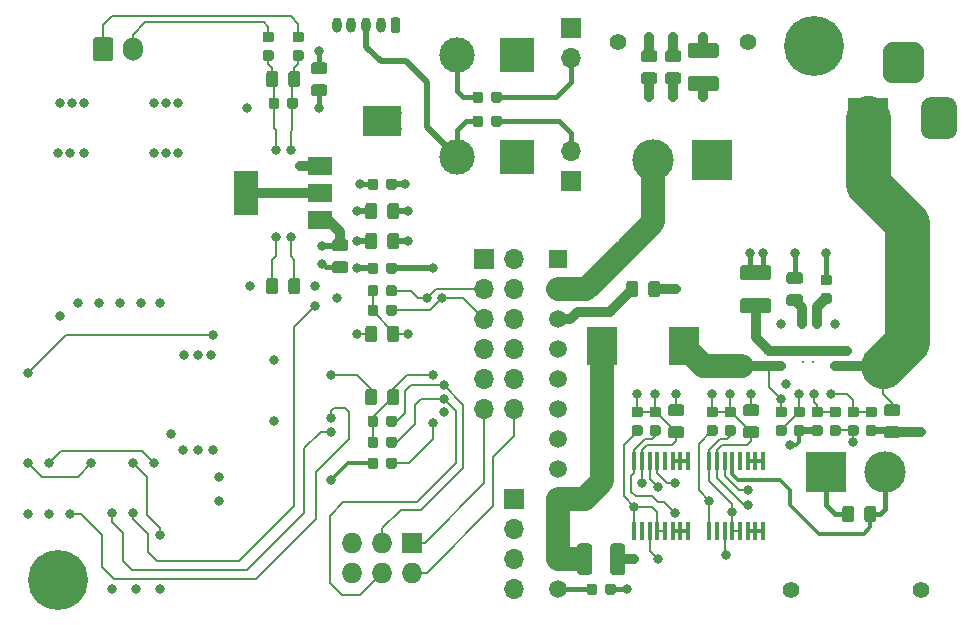
<source format=gbr>
G04 #@! TF.GenerationSoftware,KiCad,Pcbnew,(5.1.5-0-10_14)*
G04 #@! TF.CreationDate,2019-12-31T01:38:16-08:00*
G04 #@! TF.ProjectId,Glue Board,476c7565-2042-46f6-9172-642e6b696361,rev?*
G04 #@! TF.SameCoordinates,Original*
G04 #@! TF.FileFunction,Copper,L4,Bot*
G04 #@! TF.FilePolarity,Positive*
%FSLAX46Y46*%
G04 Gerber Fmt 4.6, Leading zero omitted, Abs format (unit mm)*
G04 Created by KiCad (PCBNEW (5.1.5-0-10_14)) date 2019-12-31 01:38:16*
%MOMM*%
%LPD*%
G04 APERTURE LIST*
%ADD10C,1.508000*%
%ADD11R,1.508000X1.508000*%
%ADD12C,0.100000*%
%ADD13R,0.450000X1.500000*%
%ADD14R,2.000000X1.500000*%
%ADD15R,2.000000X3.800000*%
%ADD16O,1.727200X1.727200*%
%ADD17R,1.727200X1.727200*%
%ADD18O,1.700000X1.700000*%
%ADD19R,1.700000X1.700000*%
%ADD20C,0.630000*%
%ADD21R,3.300000X2.600000*%
%ADD22O,0.800000X1.300000*%
%ADD23O,1.700000X2.000000*%
%ADD24C,3.000000*%
%ADD25R,3.000000X3.000000*%
%ADD26C,3.500000*%
%ADD27R,3.500000X3.500000*%
%ADD28C,1.400000*%
%ADD29R,2.500000X3.300000*%
%ADD30C,0.300000*%
%ADD31C,5.080000*%
%ADD32C,0.800000*%
%ADD33C,0.812800*%
%ADD34C,0.406400*%
%ADD35C,0.812800*%
%ADD36C,0.609600*%
%ADD37C,0.304800*%
%ADD38C,0.203200*%
%ADD39C,0.152400*%
%ADD40C,0.508000*%
%ADD41C,3.810000*%
%ADD42C,2.032000*%
G04 APERTURE END LIST*
D10*
X208924000Y-96012000D03*
X208924000Y-93472000D03*
X208924000Y-90932000D03*
X208924000Y-88392000D03*
X208924000Y-85852000D03*
X208924000Y-83312000D03*
X208924000Y-80772000D03*
X208924000Y-78232000D03*
X208924000Y-75692000D03*
X208924000Y-73152000D03*
X208924000Y-70612000D03*
D11*
X208924000Y-68072000D03*
G04 #@! TA.AperFunction,SMDPad,CuDef*
D12*
G36*
X203973691Y-53882053D02*
G01*
X203994926Y-53885203D01*
X204015750Y-53890419D01*
X204035962Y-53897651D01*
X204055368Y-53906830D01*
X204073781Y-53917866D01*
X204091024Y-53930654D01*
X204106930Y-53945070D01*
X204121346Y-53960976D01*
X204134134Y-53978219D01*
X204145170Y-53996632D01*
X204154349Y-54016038D01*
X204161581Y-54036250D01*
X204166797Y-54057074D01*
X204169947Y-54078309D01*
X204171000Y-54099750D01*
X204171000Y-54612250D01*
X204169947Y-54633691D01*
X204166797Y-54654926D01*
X204161581Y-54675750D01*
X204154349Y-54695962D01*
X204145170Y-54715368D01*
X204134134Y-54733781D01*
X204121346Y-54751024D01*
X204106930Y-54766930D01*
X204091024Y-54781346D01*
X204073781Y-54794134D01*
X204055368Y-54805170D01*
X204035962Y-54814349D01*
X204015750Y-54821581D01*
X203994926Y-54826797D01*
X203973691Y-54829947D01*
X203952250Y-54831000D01*
X203514750Y-54831000D01*
X203493309Y-54829947D01*
X203472074Y-54826797D01*
X203451250Y-54821581D01*
X203431038Y-54814349D01*
X203411632Y-54805170D01*
X203393219Y-54794134D01*
X203375976Y-54781346D01*
X203360070Y-54766930D01*
X203345654Y-54751024D01*
X203332866Y-54733781D01*
X203321830Y-54715368D01*
X203312651Y-54695962D01*
X203305419Y-54675750D01*
X203300203Y-54654926D01*
X203297053Y-54633691D01*
X203296000Y-54612250D01*
X203296000Y-54099750D01*
X203297053Y-54078309D01*
X203300203Y-54057074D01*
X203305419Y-54036250D01*
X203312651Y-54016038D01*
X203321830Y-53996632D01*
X203332866Y-53978219D01*
X203345654Y-53960976D01*
X203360070Y-53945070D01*
X203375976Y-53930654D01*
X203393219Y-53917866D01*
X203411632Y-53906830D01*
X203431038Y-53897651D01*
X203451250Y-53890419D01*
X203472074Y-53885203D01*
X203493309Y-53882053D01*
X203514750Y-53881000D01*
X203952250Y-53881000D01*
X203973691Y-53882053D01*
G37*
G04 #@! TD.AperFunction*
G04 #@! TA.AperFunction,SMDPad,CuDef*
G36*
X202398691Y-53882053D02*
G01*
X202419926Y-53885203D01*
X202440750Y-53890419D01*
X202460962Y-53897651D01*
X202480368Y-53906830D01*
X202498781Y-53917866D01*
X202516024Y-53930654D01*
X202531930Y-53945070D01*
X202546346Y-53960976D01*
X202559134Y-53978219D01*
X202570170Y-53996632D01*
X202579349Y-54016038D01*
X202586581Y-54036250D01*
X202591797Y-54057074D01*
X202594947Y-54078309D01*
X202596000Y-54099750D01*
X202596000Y-54612250D01*
X202594947Y-54633691D01*
X202591797Y-54654926D01*
X202586581Y-54675750D01*
X202579349Y-54695962D01*
X202570170Y-54715368D01*
X202559134Y-54733781D01*
X202546346Y-54751024D01*
X202531930Y-54766930D01*
X202516024Y-54781346D01*
X202498781Y-54794134D01*
X202480368Y-54805170D01*
X202460962Y-54814349D01*
X202440750Y-54821581D01*
X202419926Y-54826797D01*
X202398691Y-54829947D01*
X202377250Y-54831000D01*
X201939750Y-54831000D01*
X201918309Y-54829947D01*
X201897074Y-54826797D01*
X201876250Y-54821581D01*
X201856038Y-54814349D01*
X201836632Y-54805170D01*
X201818219Y-54794134D01*
X201800976Y-54781346D01*
X201785070Y-54766930D01*
X201770654Y-54751024D01*
X201757866Y-54733781D01*
X201746830Y-54715368D01*
X201737651Y-54695962D01*
X201730419Y-54675750D01*
X201725203Y-54654926D01*
X201722053Y-54633691D01*
X201721000Y-54612250D01*
X201721000Y-54099750D01*
X201722053Y-54078309D01*
X201725203Y-54057074D01*
X201730419Y-54036250D01*
X201737651Y-54016038D01*
X201746830Y-53996632D01*
X201757866Y-53978219D01*
X201770654Y-53960976D01*
X201785070Y-53945070D01*
X201800976Y-53930654D01*
X201818219Y-53917866D01*
X201836632Y-53906830D01*
X201856038Y-53897651D01*
X201876250Y-53890419D01*
X201897074Y-53885203D01*
X201918309Y-53882053D01*
X201939750Y-53881000D01*
X202377250Y-53881000D01*
X202398691Y-53882053D01*
G37*
G04 #@! TD.AperFunction*
D13*
X219953000Y-85188000D03*
X219303000Y-85188000D03*
X218653000Y-85188000D03*
X218003000Y-85188000D03*
X217353000Y-85188000D03*
X216703000Y-85188000D03*
X216053000Y-85188000D03*
X215403000Y-85188000D03*
X215403000Y-91088000D03*
X216053000Y-91088000D03*
X216703000Y-91088000D03*
X217353000Y-91088000D03*
X218003000Y-91088000D03*
X218653000Y-91088000D03*
X219303000Y-91088000D03*
X219953000Y-91088000D03*
X226303000Y-85188000D03*
X225653000Y-85188000D03*
X225003000Y-85188000D03*
X224353000Y-85188000D03*
X223703000Y-85188000D03*
X223053000Y-85188000D03*
X222403000Y-85188000D03*
X221753000Y-85188000D03*
X221753000Y-91088000D03*
X222403000Y-91088000D03*
X223053000Y-91088000D03*
X223703000Y-91088000D03*
X224353000Y-91088000D03*
X225003000Y-91088000D03*
X225653000Y-91088000D03*
X226303000Y-91088000D03*
G04 #@! TA.AperFunction,SMDPad,CuDef*
D12*
G36*
X215923691Y-82139053D02*
G01*
X215944926Y-82142203D01*
X215965750Y-82147419D01*
X215985962Y-82154651D01*
X216005368Y-82163830D01*
X216023781Y-82174866D01*
X216041024Y-82187654D01*
X216056930Y-82202070D01*
X216071346Y-82217976D01*
X216084134Y-82235219D01*
X216095170Y-82253632D01*
X216104349Y-82273038D01*
X216111581Y-82293250D01*
X216116797Y-82314074D01*
X216119947Y-82335309D01*
X216121000Y-82356750D01*
X216121000Y-82794250D01*
X216119947Y-82815691D01*
X216116797Y-82836926D01*
X216111581Y-82857750D01*
X216104349Y-82877962D01*
X216095170Y-82897368D01*
X216084134Y-82915781D01*
X216071346Y-82933024D01*
X216056930Y-82948930D01*
X216041024Y-82963346D01*
X216023781Y-82976134D01*
X216005368Y-82987170D01*
X215985962Y-82996349D01*
X215965750Y-83003581D01*
X215944926Y-83008797D01*
X215923691Y-83011947D01*
X215902250Y-83013000D01*
X215389750Y-83013000D01*
X215368309Y-83011947D01*
X215347074Y-83008797D01*
X215326250Y-83003581D01*
X215306038Y-82996349D01*
X215286632Y-82987170D01*
X215268219Y-82976134D01*
X215250976Y-82963346D01*
X215235070Y-82948930D01*
X215220654Y-82933024D01*
X215207866Y-82915781D01*
X215196830Y-82897368D01*
X215187651Y-82877962D01*
X215180419Y-82857750D01*
X215175203Y-82836926D01*
X215172053Y-82815691D01*
X215171000Y-82794250D01*
X215171000Y-82356750D01*
X215172053Y-82335309D01*
X215175203Y-82314074D01*
X215180419Y-82293250D01*
X215187651Y-82273038D01*
X215196830Y-82253632D01*
X215207866Y-82235219D01*
X215220654Y-82217976D01*
X215235070Y-82202070D01*
X215250976Y-82187654D01*
X215268219Y-82174866D01*
X215286632Y-82163830D01*
X215306038Y-82154651D01*
X215326250Y-82147419D01*
X215347074Y-82142203D01*
X215368309Y-82139053D01*
X215389750Y-82138000D01*
X215902250Y-82138000D01*
X215923691Y-82139053D01*
G37*
G04 #@! TD.AperFunction*
G04 #@! TA.AperFunction,SMDPad,CuDef*
G36*
X215923691Y-80564053D02*
G01*
X215944926Y-80567203D01*
X215965750Y-80572419D01*
X215985962Y-80579651D01*
X216005368Y-80588830D01*
X216023781Y-80599866D01*
X216041024Y-80612654D01*
X216056930Y-80627070D01*
X216071346Y-80642976D01*
X216084134Y-80660219D01*
X216095170Y-80678632D01*
X216104349Y-80698038D01*
X216111581Y-80718250D01*
X216116797Y-80739074D01*
X216119947Y-80760309D01*
X216121000Y-80781750D01*
X216121000Y-81219250D01*
X216119947Y-81240691D01*
X216116797Y-81261926D01*
X216111581Y-81282750D01*
X216104349Y-81302962D01*
X216095170Y-81322368D01*
X216084134Y-81340781D01*
X216071346Y-81358024D01*
X216056930Y-81373930D01*
X216041024Y-81388346D01*
X216023781Y-81401134D01*
X216005368Y-81412170D01*
X215985962Y-81421349D01*
X215965750Y-81428581D01*
X215944926Y-81433797D01*
X215923691Y-81436947D01*
X215902250Y-81438000D01*
X215389750Y-81438000D01*
X215368309Y-81436947D01*
X215347074Y-81433797D01*
X215326250Y-81428581D01*
X215306038Y-81421349D01*
X215286632Y-81412170D01*
X215268219Y-81401134D01*
X215250976Y-81388346D01*
X215235070Y-81373930D01*
X215220654Y-81358024D01*
X215207866Y-81340781D01*
X215196830Y-81322368D01*
X215187651Y-81302962D01*
X215180419Y-81282750D01*
X215175203Y-81261926D01*
X215172053Y-81240691D01*
X215171000Y-81219250D01*
X215171000Y-80781750D01*
X215172053Y-80760309D01*
X215175203Y-80739074D01*
X215180419Y-80718250D01*
X215187651Y-80698038D01*
X215196830Y-80678632D01*
X215207866Y-80660219D01*
X215220654Y-80642976D01*
X215235070Y-80627070D01*
X215250976Y-80612654D01*
X215268219Y-80599866D01*
X215286632Y-80588830D01*
X215306038Y-80579651D01*
X215326250Y-80572419D01*
X215347074Y-80567203D01*
X215368309Y-80564053D01*
X215389750Y-80563000D01*
X215902250Y-80563000D01*
X215923691Y-80564053D01*
G37*
G04 #@! TD.AperFunction*
G04 #@! TA.AperFunction,SMDPad,CuDef*
G36*
X222273691Y-82139053D02*
G01*
X222294926Y-82142203D01*
X222315750Y-82147419D01*
X222335962Y-82154651D01*
X222355368Y-82163830D01*
X222373781Y-82174866D01*
X222391024Y-82187654D01*
X222406930Y-82202070D01*
X222421346Y-82217976D01*
X222434134Y-82235219D01*
X222445170Y-82253632D01*
X222454349Y-82273038D01*
X222461581Y-82293250D01*
X222466797Y-82314074D01*
X222469947Y-82335309D01*
X222471000Y-82356750D01*
X222471000Y-82794250D01*
X222469947Y-82815691D01*
X222466797Y-82836926D01*
X222461581Y-82857750D01*
X222454349Y-82877962D01*
X222445170Y-82897368D01*
X222434134Y-82915781D01*
X222421346Y-82933024D01*
X222406930Y-82948930D01*
X222391024Y-82963346D01*
X222373781Y-82976134D01*
X222355368Y-82987170D01*
X222335962Y-82996349D01*
X222315750Y-83003581D01*
X222294926Y-83008797D01*
X222273691Y-83011947D01*
X222252250Y-83013000D01*
X221739750Y-83013000D01*
X221718309Y-83011947D01*
X221697074Y-83008797D01*
X221676250Y-83003581D01*
X221656038Y-82996349D01*
X221636632Y-82987170D01*
X221618219Y-82976134D01*
X221600976Y-82963346D01*
X221585070Y-82948930D01*
X221570654Y-82933024D01*
X221557866Y-82915781D01*
X221546830Y-82897368D01*
X221537651Y-82877962D01*
X221530419Y-82857750D01*
X221525203Y-82836926D01*
X221522053Y-82815691D01*
X221521000Y-82794250D01*
X221521000Y-82356750D01*
X221522053Y-82335309D01*
X221525203Y-82314074D01*
X221530419Y-82293250D01*
X221537651Y-82273038D01*
X221546830Y-82253632D01*
X221557866Y-82235219D01*
X221570654Y-82217976D01*
X221585070Y-82202070D01*
X221600976Y-82187654D01*
X221618219Y-82174866D01*
X221636632Y-82163830D01*
X221656038Y-82154651D01*
X221676250Y-82147419D01*
X221697074Y-82142203D01*
X221718309Y-82139053D01*
X221739750Y-82138000D01*
X222252250Y-82138000D01*
X222273691Y-82139053D01*
G37*
G04 #@! TD.AperFunction*
G04 #@! TA.AperFunction,SMDPad,CuDef*
G36*
X222273691Y-80564053D02*
G01*
X222294926Y-80567203D01*
X222315750Y-80572419D01*
X222335962Y-80579651D01*
X222355368Y-80588830D01*
X222373781Y-80599866D01*
X222391024Y-80612654D01*
X222406930Y-80627070D01*
X222421346Y-80642976D01*
X222434134Y-80660219D01*
X222445170Y-80678632D01*
X222454349Y-80698038D01*
X222461581Y-80718250D01*
X222466797Y-80739074D01*
X222469947Y-80760309D01*
X222471000Y-80781750D01*
X222471000Y-81219250D01*
X222469947Y-81240691D01*
X222466797Y-81261926D01*
X222461581Y-81282750D01*
X222454349Y-81302962D01*
X222445170Y-81322368D01*
X222434134Y-81340781D01*
X222421346Y-81358024D01*
X222406930Y-81373930D01*
X222391024Y-81388346D01*
X222373781Y-81401134D01*
X222355368Y-81412170D01*
X222335962Y-81421349D01*
X222315750Y-81428581D01*
X222294926Y-81433797D01*
X222273691Y-81436947D01*
X222252250Y-81438000D01*
X221739750Y-81438000D01*
X221718309Y-81436947D01*
X221697074Y-81433797D01*
X221676250Y-81428581D01*
X221656038Y-81421349D01*
X221636632Y-81412170D01*
X221618219Y-81401134D01*
X221600976Y-81388346D01*
X221585070Y-81373930D01*
X221570654Y-81358024D01*
X221557866Y-81340781D01*
X221546830Y-81322368D01*
X221537651Y-81302962D01*
X221530419Y-81282750D01*
X221525203Y-81261926D01*
X221522053Y-81240691D01*
X221521000Y-81219250D01*
X221521000Y-80781750D01*
X221522053Y-80760309D01*
X221525203Y-80739074D01*
X221530419Y-80718250D01*
X221537651Y-80698038D01*
X221546830Y-80678632D01*
X221557866Y-80660219D01*
X221570654Y-80642976D01*
X221585070Y-80627070D01*
X221600976Y-80612654D01*
X221618219Y-80599866D01*
X221636632Y-80588830D01*
X221656038Y-80579651D01*
X221676250Y-80572419D01*
X221697074Y-80567203D01*
X221718309Y-80564053D01*
X221739750Y-80563000D01*
X222252250Y-80563000D01*
X222273691Y-80564053D01*
G37*
G04 #@! TD.AperFunction*
G04 #@! TA.AperFunction,SMDPad,CuDef*
G36*
X217447691Y-82139053D02*
G01*
X217468926Y-82142203D01*
X217489750Y-82147419D01*
X217509962Y-82154651D01*
X217529368Y-82163830D01*
X217547781Y-82174866D01*
X217565024Y-82187654D01*
X217580930Y-82202070D01*
X217595346Y-82217976D01*
X217608134Y-82235219D01*
X217619170Y-82253632D01*
X217628349Y-82273038D01*
X217635581Y-82293250D01*
X217640797Y-82314074D01*
X217643947Y-82335309D01*
X217645000Y-82356750D01*
X217645000Y-82794250D01*
X217643947Y-82815691D01*
X217640797Y-82836926D01*
X217635581Y-82857750D01*
X217628349Y-82877962D01*
X217619170Y-82897368D01*
X217608134Y-82915781D01*
X217595346Y-82933024D01*
X217580930Y-82948930D01*
X217565024Y-82963346D01*
X217547781Y-82976134D01*
X217529368Y-82987170D01*
X217509962Y-82996349D01*
X217489750Y-83003581D01*
X217468926Y-83008797D01*
X217447691Y-83011947D01*
X217426250Y-83013000D01*
X216913750Y-83013000D01*
X216892309Y-83011947D01*
X216871074Y-83008797D01*
X216850250Y-83003581D01*
X216830038Y-82996349D01*
X216810632Y-82987170D01*
X216792219Y-82976134D01*
X216774976Y-82963346D01*
X216759070Y-82948930D01*
X216744654Y-82933024D01*
X216731866Y-82915781D01*
X216720830Y-82897368D01*
X216711651Y-82877962D01*
X216704419Y-82857750D01*
X216699203Y-82836926D01*
X216696053Y-82815691D01*
X216695000Y-82794250D01*
X216695000Y-82356750D01*
X216696053Y-82335309D01*
X216699203Y-82314074D01*
X216704419Y-82293250D01*
X216711651Y-82273038D01*
X216720830Y-82253632D01*
X216731866Y-82235219D01*
X216744654Y-82217976D01*
X216759070Y-82202070D01*
X216774976Y-82187654D01*
X216792219Y-82174866D01*
X216810632Y-82163830D01*
X216830038Y-82154651D01*
X216850250Y-82147419D01*
X216871074Y-82142203D01*
X216892309Y-82139053D01*
X216913750Y-82138000D01*
X217426250Y-82138000D01*
X217447691Y-82139053D01*
G37*
G04 #@! TD.AperFunction*
G04 #@! TA.AperFunction,SMDPad,CuDef*
G36*
X217447691Y-80564053D02*
G01*
X217468926Y-80567203D01*
X217489750Y-80572419D01*
X217509962Y-80579651D01*
X217529368Y-80588830D01*
X217547781Y-80599866D01*
X217565024Y-80612654D01*
X217580930Y-80627070D01*
X217595346Y-80642976D01*
X217608134Y-80660219D01*
X217619170Y-80678632D01*
X217628349Y-80698038D01*
X217635581Y-80718250D01*
X217640797Y-80739074D01*
X217643947Y-80760309D01*
X217645000Y-80781750D01*
X217645000Y-81219250D01*
X217643947Y-81240691D01*
X217640797Y-81261926D01*
X217635581Y-81282750D01*
X217628349Y-81302962D01*
X217619170Y-81322368D01*
X217608134Y-81340781D01*
X217595346Y-81358024D01*
X217580930Y-81373930D01*
X217565024Y-81388346D01*
X217547781Y-81401134D01*
X217529368Y-81412170D01*
X217509962Y-81421349D01*
X217489750Y-81428581D01*
X217468926Y-81433797D01*
X217447691Y-81436947D01*
X217426250Y-81438000D01*
X216913750Y-81438000D01*
X216892309Y-81436947D01*
X216871074Y-81433797D01*
X216850250Y-81428581D01*
X216830038Y-81421349D01*
X216810632Y-81412170D01*
X216792219Y-81401134D01*
X216774976Y-81388346D01*
X216759070Y-81373930D01*
X216744654Y-81358024D01*
X216731866Y-81340781D01*
X216720830Y-81322368D01*
X216711651Y-81302962D01*
X216704419Y-81282750D01*
X216699203Y-81261926D01*
X216696053Y-81240691D01*
X216695000Y-81219250D01*
X216695000Y-80781750D01*
X216696053Y-80760309D01*
X216699203Y-80739074D01*
X216704419Y-80718250D01*
X216711651Y-80698038D01*
X216720830Y-80678632D01*
X216731866Y-80660219D01*
X216744654Y-80642976D01*
X216759070Y-80627070D01*
X216774976Y-80612654D01*
X216792219Y-80599866D01*
X216810632Y-80588830D01*
X216830038Y-80579651D01*
X216850250Y-80572419D01*
X216871074Y-80567203D01*
X216892309Y-80564053D01*
X216913750Y-80563000D01*
X217426250Y-80563000D01*
X217447691Y-80564053D01*
G37*
G04 #@! TD.AperFunction*
G04 #@! TA.AperFunction,SMDPad,CuDef*
G36*
X223797691Y-82139053D02*
G01*
X223818926Y-82142203D01*
X223839750Y-82147419D01*
X223859962Y-82154651D01*
X223879368Y-82163830D01*
X223897781Y-82174866D01*
X223915024Y-82187654D01*
X223930930Y-82202070D01*
X223945346Y-82217976D01*
X223958134Y-82235219D01*
X223969170Y-82253632D01*
X223978349Y-82273038D01*
X223985581Y-82293250D01*
X223990797Y-82314074D01*
X223993947Y-82335309D01*
X223995000Y-82356750D01*
X223995000Y-82794250D01*
X223993947Y-82815691D01*
X223990797Y-82836926D01*
X223985581Y-82857750D01*
X223978349Y-82877962D01*
X223969170Y-82897368D01*
X223958134Y-82915781D01*
X223945346Y-82933024D01*
X223930930Y-82948930D01*
X223915024Y-82963346D01*
X223897781Y-82976134D01*
X223879368Y-82987170D01*
X223859962Y-82996349D01*
X223839750Y-83003581D01*
X223818926Y-83008797D01*
X223797691Y-83011947D01*
X223776250Y-83013000D01*
X223263750Y-83013000D01*
X223242309Y-83011947D01*
X223221074Y-83008797D01*
X223200250Y-83003581D01*
X223180038Y-82996349D01*
X223160632Y-82987170D01*
X223142219Y-82976134D01*
X223124976Y-82963346D01*
X223109070Y-82948930D01*
X223094654Y-82933024D01*
X223081866Y-82915781D01*
X223070830Y-82897368D01*
X223061651Y-82877962D01*
X223054419Y-82857750D01*
X223049203Y-82836926D01*
X223046053Y-82815691D01*
X223045000Y-82794250D01*
X223045000Y-82356750D01*
X223046053Y-82335309D01*
X223049203Y-82314074D01*
X223054419Y-82293250D01*
X223061651Y-82273038D01*
X223070830Y-82253632D01*
X223081866Y-82235219D01*
X223094654Y-82217976D01*
X223109070Y-82202070D01*
X223124976Y-82187654D01*
X223142219Y-82174866D01*
X223160632Y-82163830D01*
X223180038Y-82154651D01*
X223200250Y-82147419D01*
X223221074Y-82142203D01*
X223242309Y-82139053D01*
X223263750Y-82138000D01*
X223776250Y-82138000D01*
X223797691Y-82139053D01*
G37*
G04 #@! TD.AperFunction*
G04 #@! TA.AperFunction,SMDPad,CuDef*
G36*
X223797691Y-80564053D02*
G01*
X223818926Y-80567203D01*
X223839750Y-80572419D01*
X223859962Y-80579651D01*
X223879368Y-80588830D01*
X223897781Y-80599866D01*
X223915024Y-80612654D01*
X223930930Y-80627070D01*
X223945346Y-80642976D01*
X223958134Y-80660219D01*
X223969170Y-80678632D01*
X223978349Y-80698038D01*
X223985581Y-80718250D01*
X223990797Y-80739074D01*
X223993947Y-80760309D01*
X223995000Y-80781750D01*
X223995000Y-81219250D01*
X223993947Y-81240691D01*
X223990797Y-81261926D01*
X223985581Y-81282750D01*
X223978349Y-81302962D01*
X223969170Y-81322368D01*
X223958134Y-81340781D01*
X223945346Y-81358024D01*
X223930930Y-81373930D01*
X223915024Y-81388346D01*
X223897781Y-81401134D01*
X223879368Y-81412170D01*
X223859962Y-81421349D01*
X223839750Y-81428581D01*
X223818926Y-81433797D01*
X223797691Y-81436947D01*
X223776250Y-81438000D01*
X223263750Y-81438000D01*
X223242309Y-81436947D01*
X223221074Y-81433797D01*
X223200250Y-81428581D01*
X223180038Y-81421349D01*
X223160632Y-81412170D01*
X223142219Y-81401134D01*
X223124976Y-81388346D01*
X223109070Y-81373930D01*
X223094654Y-81358024D01*
X223081866Y-81340781D01*
X223070830Y-81322368D01*
X223061651Y-81302962D01*
X223054419Y-81282750D01*
X223049203Y-81261926D01*
X223046053Y-81240691D01*
X223045000Y-81219250D01*
X223045000Y-80781750D01*
X223046053Y-80760309D01*
X223049203Y-80739074D01*
X223054419Y-80718250D01*
X223061651Y-80698038D01*
X223070830Y-80678632D01*
X223081866Y-80660219D01*
X223094654Y-80642976D01*
X223109070Y-80627070D01*
X223124976Y-80612654D01*
X223142219Y-80599866D01*
X223160632Y-80588830D01*
X223180038Y-80579651D01*
X223200250Y-80572419D01*
X223221074Y-80567203D01*
X223242309Y-80564053D01*
X223263750Y-80563000D01*
X223776250Y-80563000D01*
X223797691Y-80564053D01*
G37*
G04 #@! TD.AperFunction*
G04 #@! TA.AperFunction,SMDPad,CuDef*
G36*
X219428142Y-80364174D02*
G01*
X219451803Y-80367684D01*
X219475007Y-80373496D01*
X219497529Y-80381554D01*
X219519153Y-80391782D01*
X219539670Y-80404079D01*
X219558883Y-80418329D01*
X219576607Y-80434393D01*
X219592671Y-80452117D01*
X219606921Y-80471330D01*
X219619218Y-80491847D01*
X219629446Y-80513471D01*
X219637504Y-80535993D01*
X219643316Y-80559197D01*
X219646826Y-80582858D01*
X219648000Y-80606750D01*
X219648000Y-81094250D01*
X219646826Y-81118142D01*
X219643316Y-81141803D01*
X219637504Y-81165007D01*
X219629446Y-81187529D01*
X219619218Y-81209153D01*
X219606921Y-81229670D01*
X219592671Y-81248883D01*
X219576607Y-81266607D01*
X219558883Y-81282671D01*
X219539670Y-81296921D01*
X219519153Y-81309218D01*
X219497529Y-81319446D01*
X219475007Y-81327504D01*
X219451803Y-81333316D01*
X219428142Y-81336826D01*
X219404250Y-81338000D01*
X218491750Y-81338000D01*
X218467858Y-81336826D01*
X218444197Y-81333316D01*
X218420993Y-81327504D01*
X218398471Y-81319446D01*
X218376847Y-81309218D01*
X218356330Y-81296921D01*
X218337117Y-81282671D01*
X218319393Y-81266607D01*
X218303329Y-81248883D01*
X218289079Y-81229670D01*
X218276782Y-81209153D01*
X218266554Y-81187529D01*
X218258496Y-81165007D01*
X218252684Y-81141803D01*
X218249174Y-81118142D01*
X218248000Y-81094250D01*
X218248000Y-80606750D01*
X218249174Y-80582858D01*
X218252684Y-80559197D01*
X218258496Y-80535993D01*
X218266554Y-80513471D01*
X218276782Y-80491847D01*
X218289079Y-80471330D01*
X218303329Y-80452117D01*
X218319393Y-80434393D01*
X218337117Y-80418329D01*
X218356330Y-80404079D01*
X218376847Y-80391782D01*
X218398471Y-80381554D01*
X218420993Y-80373496D01*
X218444197Y-80367684D01*
X218467858Y-80364174D01*
X218491750Y-80363000D01*
X219404250Y-80363000D01*
X219428142Y-80364174D01*
G37*
G04 #@! TD.AperFunction*
G04 #@! TA.AperFunction,SMDPad,CuDef*
G36*
X219428142Y-82239174D02*
G01*
X219451803Y-82242684D01*
X219475007Y-82248496D01*
X219497529Y-82256554D01*
X219519153Y-82266782D01*
X219539670Y-82279079D01*
X219558883Y-82293329D01*
X219576607Y-82309393D01*
X219592671Y-82327117D01*
X219606921Y-82346330D01*
X219619218Y-82366847D01*
X219629446Y-82388471D01*
X219637504Y-82410993D01*
X219643316Y-82434197D01*
X219646826Y-82457858D01*
X219648000Y-82481750D01*
X219648000Y-82969250D01*
X219646826Y-82993142D01*
X219643316Y-83016803D01*
X219637504Y-83040007D01*
X219629446Y-83062529D01*
X219619218Y-83084153D01*
X219606921Y-83104670D01*
X219592671Y-83123883D01*
X219576607Y-83141607D01*
X219558883Y-83157671D01*
X219539670Y-83171921D01*
X219519153Y-83184218D01*
X219497529Y-83194446D01*
X219475007Y-83202504D01*
X219451803Y-83208316D01*
X219428142Y-83211826D01*
X219404250Y-83213000D01*
X218491750Y-83213000D01*
X218467858Y-83211826D01*
X218444197Y-83208316D01*
X218420993Y-83202504D01*
X218398471Y-83194446D01*
X218376847Y-83184218D01*
X218356330Y-83171921D01*
X218337117Y-83157671D01*
X218319393Y-83141607D01*
X218303329Y-83123883D01*
X218289079Y-83104670D01*
X218276782Y-83084153D01*
X218266554Y-83062529D01*
X218258496Y-83040007D01*
X218252684Y-83016803D01*
X218249174Y-82993142D01*
X218248000Y-82969250D01*
X218248000Y-82481750D01*
X218249174Y-82457858D01*
X218252684Y-82434197D01*
X218258496Y-82410993D01*
X218266554Y-82388471D01*
X218276782Y-82366847D01*
X218289079Y-82346330D01*
X218303329Y-82327117D01*
X218319393Y-82309393D01*
X218337117Y-82293329D01*
X218356330Y-82279079D01*
X218376847Y-82266782D01*
X218398471Y-82256554D01*
X218420993Y-82248496D01*
X218444197Y-82242684D01*
X218467858Y-82239174D01*
X218491750Y-82238000D01*
X219404250Y-82238000D01*
X219428142Y-82239174D01*
G37*
G04 #@! TD.AperFunction*
G04 #@! TA.AperFunction,SMDPad,CuDef*
G36*
X225778142Y-80364174D02*
G01*
X225801803Y-80367684D01*
X225825007Y-80373496D01*
X225847529Y-80381554D01*
X225869153Y-80391782D01*
X225889670Y-80404079D01*
X225908883Y-80418329D01*
X225926607Y-80434393D01*
X225942671Y-80452117D01*
X225956921Y-80471330D01*
X225969218Y-80491847D01*
X225979446Y-80513471D01*
X225987504Y-80535993D01*
X225993316Y-80559197D01*
X225996826Y-80582858D01*
X225998000Y-80606750D01*
X225998000Y-81094250D01*
X225996826Y-81118142D01*
X225993316Y-81141803D01*
X225987504Y-81165007D01*
X225979446Y-81187529D01*
X225969218Y-81209153D01*
X225956921Y-81229670D01*
X225942671Y-81248883D01*
X225926607Y-81266607D01*
X225908883Y-81282671D01*
X225889670Y-81296921D01*
X225869153Y-81309218D01*
X225847529Y-81319446D01*
X225825007Y-81327504D01*
X225801803Y-81333316D01*
X225778142Y-81336826D01*
X225754250Y-81338000D01*
X224841750Y-81338000D01*
X224817858Y-81336826D01*
X224794197Y-81333316D01*
X224770993Y-81327504D01*
X224748471Y-81319446D01*
X224726847Y-81309218D01*
X224706330Y-81296921D01*
X224687117Y-81282671D01*
X224669393Y-81266607D01*
X224653329Y-81248883D01*
X224639079Y-81229670D01*
X224626782Y-81209153D01*
X224616554Y-81187529D01*
X224608496Y-81165007D01*
X224602684Y-81141803D01*
X224599174Y-81118142D01*
X224598000Y-81094250D01*
X224598000Y-80606750D01*
X224599174Y-80582858D01*
X224602684Y-80559197D01*
X224608496Y-80535993D01*
X224616554Y-80513471D01*
X224626782Y-80491847D01*
X224639079Y-80471330D01*
X224653329Y-80452117D01*
X224669393Y-80434393D01*
X224687117Y-80418329D01*
X224706330Y-80404079D01*
X224726847Y-80391782D01*
X224748471Y-80381554D01*
X224770993Y-80373496D01*
X224794197Y-80367684D01*
X224817858Y-80364174D01*
X224841750Y-80363000D01*
X225754250Y-80363000D01*
X225778142Y-80364174D01*
G37*
G04 #@! TD.AperFunction*
G04 #@! TA.AperFunction,SMDPad,CuDef*
G36*
X225778142Y-82239174D02*
G01*
X225801803Y-82242684D01*
X225825007Y-82248496D01*
X225847529Y-82256554D01*
X225869153Y-82266782D01*
X225889670Y-82279079D01*
X225908883Y-82293329D01*
X225926607Y-82309393D01*
X225942671Y-82327117D01*
X225956921Y-82346330D01*
X225969218Y-82366847D01*
X225979446Y-82388471D01*
X225987504Y-82410993D01*
X225993316Y-82434197D01*
X225996826Y-82457858D01*
X225998000Y-82481750D01*
X225998000Y-82969250D01*
X225996826Y-82993142D01*
X225993316Y-83016803D01*
X225987504Y-83040007D01*
X225979446Y-83062529D01*
X225969218Y-83084153D01*
X225956921Y-83104670D01*
X225942671Y-83123883D01*
X225926607Y-83141607D01*
X225908883Y-83157671D01*
X225889670Y-83171921D01*
X225869153Y-83184218D01*
X225847529Y-83194446D01*
X225825007Y-83202504D01*
X225801803Y-83208316D01*
X225778142Y-83211826D01*
X225754250Y-83213000D01*
X224841750Y-83213000D01*
X224817858Y-83211826D01*
X224794197Y-83208316D01*
X224770993Y-83202504D01*
X224748471Y-83194446D01*
X224726847Y-83184218D01*
X224706330Y-83171921D01*
X224687117Y-83157671D01*
X224669393Y-83141607D01*
X224653329Y-83123883D01*
X224639079Y-83104670D01*
X224626782Y-83084153D01*
X224616554Y-83062529D01*
X224608496Y-83040007D01*
X224602684Y-83016803D01*
X224599174Y-82993142D01*
X224598000Y-82969250D01*
X224598000Y-82481750D01*
X224599174Y-82457858D01*
X224602684Y-82434197D01*
X224608496Y-82410993D01*
X224616554Y-82388471D01*
X224626782Y-82366847D01*
X224639079Y-82346330D01*
X224653329Y-82327117D01*
X224669393Y-82309393D01*
X224687117Y-82293329D01*
X224706330Y-82279079D01*
X224726847Y-82266782D01*
X224748471Y-82256554D01*
X224770993Y-82248496D01*
X224794197Y-82242684D01*
X224817858Y-82239174D01*
X224841750Y-82238000D01*
X225754250Y-82238000D01*
X225778142Y-82239174D01*
G37*
G04 #@! TD.AperFunction*
D14*
X188824000Y-60184000D03*
X188824000Y-64784000D03*
X188824000Y-62484000D03*
D15*
X182524000Y-62484000D03*
G04 #@! TA.AperFunction,SMDPad,CuDef*
D12*
G36*
X184681691Y-48814053D02*
G01*
X184702926Y-48817203D01*
X184723750Y-48822419D01*
X184743962Y-48829651D01*
X184763368Y-48838830D01*
X184781781Y-48849866D01*
X184799024Y-48862654D01*
X184814930Y-48877070D01*
X184829346Y-48892976D01*
X184842134Y-48910219D01*
X184853170Y-48928632D01*
X184862349Y-48948038D01*
X184869581Y-48968250D01*
X184874797Y-48989074D01*
X184877947Y-49010309D01*
X184879000Y-49031750D01*
X184879000Y-49469250D01*
X184877947Y-49490691D01*
X184874797Y-49511926D01*
X184869581Y-49532750D01*
X184862349Y-49552962D01*
X184853170Y-49572368D01*
X184842134Y-49590781D01*
X184829346Y-49608024D01*
X184814930Y-49623930D01*
X184799024Y-49638346D01*
X184781781Y-49651134D01*
X184763368Y-49662170D01*
X184743962Y-49671349D01*
X184723750Y-49678581D01*
X184702926Y-49683797D01*
X184681691Y-49686947D01*
X184660250Y-49688000D01*
X184147750Y-49688000D01*
X184126309Y-49686947D01*
X184105074Y-49683797D01*
X184084250Y-49678581D01*
X184064038Y-49671349D01*
X184044632Y-49662170D01*
X184026219Y-49651134D01*
X184008976Y-49638346D01*
X183993070Y-49623930D01*
X183978654Y-49608024D01*
X183965866Y-49590781D01*
X183954830Y-49572368D01*
X183945651Y-49552962D01*
X183938419Y-49532750D01*
X183933203Y-49511926D01*
X183930053Y-49490691D01*
X183929000Y-49469250D01*
X183929000Y-49031750D01*
X183930053Y-49010309D01*
X183933203Y-48989074D01*
X183938419Y-48968250D01*
X183945651Y-48948038D01*
X183954830Y-48928632D01*
X183965866Y-48910219D01*
X183978654Y-48892976D01*
X183993070Y-48877070D01*
X184008976Y-48862654D01*
X184026219Y-48849866D01*
X184044632Y-48838830D01*
X184064038Y-48829651D01*
X184084250Y-48822419D01*
X184105074Y-48817203D01*
X184126309Y-48814053D01*
X184147750Y-48813000D01*
X184660250Y-48813000D01*
X184681691Y-48814053D01*
G37*
G04 #@! TD.AperFunction*
G04 #@! TA.AperFunction,SMDPad,CuDef*
G36*
X184681691Y-50389053D02*
G01*
X184702926Y-50392203D01*
X184723750Y-50397419D01*
X184743962Y-50404651D01*
X184763368Y-50413830D01*
X184781781Y-50424866D01*
X184799024Y-50437654D01*
X184814930Y-50452070D01*
X184829346Y-50467976D01*
X184842134Y-50485219D01*
X184853170Y-50503632D01*
X184862349Y-50523038D01*
X184869581Y-50543250D01*
X184874797Y-50564074D01*
X184877947Y-50585309D01*
X184879000Y-50606750D01*
X184879000Y-51044250D01*
X184877947Y-51065691D01*
X184874797Y-51086926D01*
X184869581Y-51107750D01*
X184862349Y-51127962D01*
X184853170Y-51147368D01*
X184842134Y-51165781D01*
X184829346Y-51183024D01*
X184814930Y-51198930D01*
X184799024Y-51213346D01*
X184781781Y-51226134D01*
X184763368Y-51237170D01*
X184743962Y-51246349D01*
X184723750Y-51253581D01*
X184702926Y-51258797D01*
X184681691Y-51261947D01*
X184660250Y-51263000D01*
X184147750Y-51263000D01*
X184126309Y-51261947D01*
X184105074Y-51258797D01*
X184084250Y-51253581D01*
X184064038Y-51246349D01*
X184044632Y-51237170D01*
X184026219Y-51226134D01*
X184008976Y-51213346D01*
X183993070Y-51198930D01*
X183978654Y-51183024D01*
X183965866Y-51165781D01*
X183954830Y-51147368D01*
X183945651Y-51127962D01*
X183938419Y-51107750D01*
X183933203Y-51086926D01*
X183930053Y-51065691D01*
X183929000Y-51044250D01*
X183929000Y-50606750D01*
X183930053Y-50585309D01*
X183933203Y-50564074D01*
X183938419Y-50543250D01*
X183945651Y-50523038D01*
X183954830Y-50503632D01*
X183965866Y-50485219D01*
X183978654Y-50467976D01*
X183993070Y-50452070D01*
X184008976Y-50437654D01*
X184026219Y-50424866D01*
X184044632Y-50413830D01*
X184064038Y-50404651D01*
X184084250Y-50397419D01*
X184105074Y-50392203D01*
X184126309Y-50389053D01*
X184147750Y-50388000D01*
X184660250Y-50388000D01*
X184681691Y-50389053D01*
G37*
G04 #@! TD.AperFunction*
G04 #@! TA.AperFunction,SMDPad,CuDef*
G36*
X185126691Y-54390053D02*
G01*
X185147926Y-54393203D01*
X185168750Y-54398419D01*
X185188962Y-54405651D01*
X185208368Y-54414830D01*
X185226781Y-54425866D01*
X185244024Y-54438654D01*
X185259930Y-54453070D01*
X185274346Y-54468976D01*
X185287134Y-54486219D01*
X185298170Y-54504632D01*
X185307349Y-54524038D01*
X185314581Y-54544250D01*
X185319797Y-54565074D01*
X185322947Y-54586309D01*
X185324000Y-54607750D01*
X185324000Y-55120250D01*
X185322947Y-55141691D01*
X185319797Y-55162926D01*
X185314581Y-55183750D01*
X185307349Y-55203962D01*
X185298170Y-55223368D01*
X185287134Y-55241781D01*
X185274346Y-55259024D01*
X185259930Y-55274930D01*
X185244024Y-55289346D01*
X185226781Y-55302134D01*
X185208368Y-55313170D01*
X185188962Y-55322349D01*
X185168750Y-55329581D01*
X185147926Y-55334797D01*
X185126691Y-55337947D01*
X185105250Y-55339000D01*
X184667750Y-55339000D01*
X184646309Y-55337947D01*
X184625074Y-55334797D01*
X184604250Y-55329581D01*
X184584038Y-55322349D01*
X184564632Y-55313170D01*
X184546219Y-55302134D01*
X184528976Y-55289346D01*
X184513070Y-55274930D01*
X184498654Y-55259024D01*
X184485866Y-55241781D01*
X184474830Y-55223368D01*
X184465651Y-55203962D01*
X184458419Y-55183750D01*
X184453203Y-55162926D01*
X184450053Y-55141691D01*
X184449000Y-55120250D01*
X184449000Y-54607750D01*
X184450053Y-54586309D01*
X184453203Y-54565074D01*
X184458419Y-54544250D01*
X184465651Y-54524038D01*
X184474830Y-54504632D01*
X184485866Y-54486219D01*
X184498654Y-54468976D01*
X184513070Y-54453070D01*
X184528976Y-54438654D01*
X184546219Y-54425866D01*
X184564632Y-54414830D01*
X184584038Y-54405651D01*
X184604250Y-54398419D01*
X184625074Y-54393203D01*
X184646309Y-54390053D01*
X184667750Y-54389000D01*
X185105250Y-54389000D01*
X185126691Y-54390053D01*
G37*
G04 #@! TD.AperFunction*
G04 #@! TA.AperFunction,SMDPad,CuDef*
G36*
X186701691Y-54390053D02*
G01*
X186722926Y-54393203D01*
X186743750Y-54398419D01*
X186763962Y-54405651D01*
X186783368Y-54414830D01*
X186801781Y-54425866D01*
X186819024Y-54438654D01*
X186834930Y-54453070D01*
X186849346Y-54468976D01*
X186862134Y-54486219D01*
X186873170Y-54504632D01*
X186882349Y-54524038D01*
X186889581Y-54544250D01*
X186894797Y-54565074D01*
X186897947Y-54586309D01*
X186899000Y-54607750D01*
X186899000Y-55120250D01*
X186897947Y-55141691D01*
X186894797Y-55162926D01*
X186889581Y-55183750D01*
X186882349Y-55203962D01*
X186873170Y-55223368D01*
X186862134Y-55241781D01*
X186849346Y-55259024D01*
X186834930Y-55274930D01*
X186819024Y-55289346D01*
X186801781Y-55302134D01*
X186783368Y-55313170D01*
X186763962Y-55322349D01*
X186743750Y-55329581D01*
X186722926Y-55334797D01*
X186701691Y-55337947D01*
X186680250Y-55339000D01*
X186242750Y-55339000D01*
X186221309Y-55337947D01*
X186200074Y-55334797D01*
X186179250Y-55329581D01*
X186159038Y-55322349D01*
X186139632Y-55313170D01*
X186121219Y-55302134D01*
X186103976Y-55289346D01*
X186088070Y-55274930D01*
X186073654Y-55259024D01*
X186060866Y-55241781D01*
X186049830Y-55223368D01*
X186040651Y-55203962D01*
X186033419Y-55183750D01*
X186028203Y-55162926D01*
X186025053Y-55141691D01*
X186024000Y-55120250D01*
X186024000Y-54607750D01*
X186025053Y-54586309D01*
X186028203Y-54565074D01*
X186033419Y-54544250D01*
X186040651Y-54524038D01*
X186049830Y-54504632D01*
X186060866Y-54486219D01*
X186073654Y-54468976D01*
X186088070Y-54453070D01*
X186103976Y-54438654D01*
X186121219Y-54425866D01*
X186139632Y-54414830D01*
X186159038Y-54405651D01*
X186179250Y-54398419D01*
X186200074Y-54393203D01*
X186221309Y-54390053D01*
X186242750Y-54389000D01*
X186680250Y-54389000D01*
X186701691Y-54390053D01*
G37*
G04 #@! TD.AperFunction*
G04 #@! TA.AperFunction,SMDPad,CuDef*
G36*
X187221691Y-50389053D02*
G01*
X187242926Y-50392203D01*
X187263750Y-50397419D01*
X187283962Y-50404651D01*
X187303368Y-50413830D01*
X187321781Y-50424866D01*
X187339024Y-50437654D01*
X187354930Y-50452070D01*
X187369346Y-50467976D01*
X187382134Y-50485219D01*
X187393170Y-50503632D01*
X187402349Y-50523038D01*
X187409581Y-50543250D01*
X187414797Y-50564074D01*
X187417947Y-50585309D01*
X187419000Y-50606750D01*
X187419000Y-51044250D01*
X187417947Y-51065691D01*
X187414797Y-51086926D01*
X187409581Y-51107750D01*
X187402349Y-51127962D01*
X187393170Y-51147368D01*
X187382134Y-51165781D01*
X187369346Y-51183024D01*
X187354930Y-51198930D01*
X187339024Y-51213346D01*
X187321781Y-51226134D01*
X187303368Y-51237170D01*
X187283962Y-51246349D01*
X187263750Y-51253581D01*
X187242926Y-51258797D01*
X187221691Y-51261947D01*
X187200250Y-51263000D01*
X186687750Y-51263000D01*
X186666309Y-51261947D01*
X186645074Y-51258797D01*
X186624250Y-51253581D01*
X186604038Y-51246349D01*
X186584632Y-51237170D01*
X186566219Y-51226134D01*
X186548976Y-51213346D01*
X186533070Y-51198930D01*
X186518654Y-51183024D01*
X186505866Y-51165781D01*
X186494830Y-51147368D01*
X186485651Y-51127962D01*
X186478419Y-51107750D01*
X186473203Y-51086926D01*
X186470053Y-51065691D01*
X186469000Y-51044250D01*
X186469000Y-50606750D01*
X186470053Y-50585309D01*
X186473203Y-50564074D01*
X186478419Y-50543250D01*
X186485651Y-50523038D01*
X186494830Y-50503632D01*
X186505866Y-50485219D01*
X186518654Y-50467976D01*
X186533070Y-50452070D01*
X186548976Y-50437654D01*
X186566219Y-50424866D01*
X186584632Y-50413830D01*
X186604038Y-50404651D01*
X186624250Y-50397419D01*
X186645074Y-50392203D01*
X186666309Y-50389053D01*
X186687750Y-50388000D01*
X187200250Y-50388000D01*
X187221691Y-50389053D01*
G37*
G04 #@! TD.AperFunction*
G04 #@! TA.AperFunction,SMDPad,CuDef*
G36*
X187221691Y-48814053D02*
G01*
X187242926Y-48817203D01*
X187263750Y-48822419D01*
X187283962Y-48829651D01*
X187303368Y-48838830D01*
X187321781Y-48849866D01*
X187339024Y-48862654D01*
X187354930Y-48877070D01*
X187369346Y-48892976D01*
X187382134Y-48910219D01*
X187393170Y-48928632D01*
X187402349Y-48948038D01*
X187409581Y-48968250D01*
X187414797Y-48989074D01*
X187417947Y-49010309D01*
X187419000Y-49031750D01*
X187419000Y-49469250D01*
X187417947Y-49490691D01*
X187414797Y-49511926D01*
X187409581Y-49532750D01*
X187402349Y-49552962D01*
X187393170Y-49572368D01*
X187382134Y-49590781D01*
X187369346Y-49608024D01*
X187354930Y-49623930D01*
X187339024Y-49638346D01*
X187321781Y-49651134D01*
X187303368Y-49662170D01*
X187283962Y-49671349D01*
X187263750Y-49678581D01*
X187242926Y-49683797D01*
X187221691Y-49686947D01*
X187200250Y-49688000D01*
X186687750Y-49688000D01*
X186666309Y-49686947D01*
X186645074Y-49683797D01*
X186624250Y-49678581D01*
X186604038Y-49671349D01*
X186584632Y-49662170D01*
X186566219Y-49651134D01*
X186548976Y-49638346D01*
X186533070Y-49623930D01*
X186518654Y-49608024D01*
X186505866Y-49590781D01*
X186494830Y-49572368D01*
X186485651Y-49552962D01*
X186478419Y-49532750D01*
X186473203Y-49511926D01*
X186470053Y-49490691D01*
X186469000Y-49469250D01*
X186469000Y-49031750D01*
X186470053Y-49010309D01*
X186473203Y-48989074D01*
X186478419Y-48968250D01*
X186485651Y-48948038D01*
X186494830Y-48928632D01*
X186505866Y-48910219D01*
X186518654Y-48892976D01*
X186533070Y-48877070D01*
X186548976Y-48862654D01*
X186566219Y-48849866D01*
X186584632Y-48838830D01*
X186604038Y-48829651D01*
X186624250Y-48822419D01*
X186645074Y-48817203D01*
X186666309Y-48814053D01*
X186687750Y-48813000D01*
X187200250Y-48813000D01*
X187221691Y-48814053D01*
G37*
G04 #@! TD.AperFunction*
D16*
X191516000Y-94615000D03*
X191516000Y-92075000D03*
X194056000Y-94615000D03*
X194056000Y-92075000D03*
X196596000Y-94615000D03*
D17*
X196596000Y-92075000D03*
D18*
X205232000Y-96012000D03*
X205232000Y-93472000D03*
X205232000Y-90932000D03*
D19*
X205232000Y-88392000D03*
G04 #@! TA.AperFunction,SMDPad,CuDef*
D12*
G36*
X185004142Y-69659174D02*
G01*
X185027803Y-69662684D01*
X185051007Y-69668496D01*
X185073529Y-69676554D01*
X185095153Y-69686782D01*
X185115670Y-69699079D01*
X185134883Y-69713329D01*
X185152607Y-69729393D01*
X185168671Y-69747117D01*
X185182921Y-69766330D01*
X185195218Y-69786847D01*
X185205446Y-69808471D01*
X185213504Y-69830993D01*
X185219316Y-69854197D01*
X185222826Y-69877858D01*
X185224000Y-69901750D01*
X185224000Y-70814250D01*
X185222826Y-70838142D01*
X185219316Y-70861803D01*
X185213504Y-70885007D01*
X185205446Y-70907529D01*
X185195218Y-70929153D01*
X185182921Y-70949670D01*
X185168671Y-70968883D01*
X185152607Y-70986607D01*
X185134883Y-71002671D01*
X185115670Y-71016921D01*
X185095153Y-71029218D01*
X185073529Y-71039446D01*
X185051007Y-71047504D01*
X185027803Y-71053316D01*
X185004142Y-71056826D01*
X184980250Y-71058000D01*
X184492750Y-71058000D01*
X184468858Y-71056826D01*
X184445197Y-71053316D01*
X184421993Y-71047504D01*
X184399471Y-71039446D01*
X184377847Y-71029218D01*
X184357330Y-71016921D01*
X184338117Y-71002671D01*
X184320393Y-70986607D01*
X184304329Y-70968883D01*
X184290079Y-70949670D01*
X184277782Y-70929153D01*
X184267554Y-70907529D01*
X184259496Y-70885007D01*
X184253684Y-70861803D01*
X184250174Y-70838142D01*
X184249000Y-70814250D01*
X184249000Y-69901750D01*
X184250174Y-69877858D01*
X184253684Y-69854197D01*
X184259496Y-69830993D01*
X184267554Y-69808471D01*
X184277782Y-69786847D01*
X184290079Y-69766330D01*
X184304329Y-69747117D01*
X184320393Y-69729393D01*
X184338117Y-69713329D01*
X184357330Y-69699079D01*
X184377847Y-69686782D01*
X184399471Y-69676554D01*
X184421993Y-69668496D01*
X184445197Y-69662684D01*
X184468858Y-69659174D01*
X184492750Y-69658000D01*
X184980250Y-69658000D01*
X185004142Y-69659174D01*
G37*
G04 #@! TD.AperFunction*
G04 #@! TA.AperFunction,SMDPad,CuDef*
G36*
X186879142Y-69659174D02*
G01*
X186902803Y-69662684D01*
X186926007Y-69668496D01*
X186948529Y-69676554D01*
X186970153Y-69686782D01*
X186990670Y-69699079D01*
X187009883Y-69713329D01*
X187027607Y-69729393D01*
X187043671Y-69747117D01*
X187057921Y-69766330D01*
X187070218Y-69786847D01*
X187080446Y-69808471D01*
X187088504Y-69830993D01*
X187094316Y-69854197D01*
X187097826Y-69877858D01*
X187099000Y-69901750D01*
X187099000Y-70814250D01*
X187097826Y-70838142D01*
X187094316Y-70861803D01*
X187088504Y-70885007D01*
X187080446Y-70907529D01*
X187070218Y-70929153D01*
X187057921Y-70949670D01*
X187043671Y-70968883D01*
X187027607Y-70986607D01*
X187009883Y-71002671D01*
X186990670Y-71016921D01*
X186970153Y-71029218D01*
X186948529Y-71039446D01*
X186926007Y-71047504D01*
X186902803Y-71053316D01*
X186879142Y-71056826D01*
X186855250Y-71058000D01*
X186367750Y-71058000D01*
X186343858Y-71056826D01*
X186320197Y-71053316D01*
X186296993Y-71047504D01*
X186274471Y-71039446D01*
X186252847Y-71029218D01*
X186232330Y-71016921D01*
X186213117Y-71002671D01*
X186195393Y-70986607D01*
X186179329Y-70968883D01*
X186165079Y-70949670D01*
X186152782Y-70929153D01*
X186142554Y-70907529D01*
X186134496Y-70885007D01*
X186128684Y-70861803D01*
X186125174Y-70838142D01*
X186124000Y-70814250D01*
X186124000Y-69901750D01*
X186125174Y-69877858D01*
X186128684Y-69854197D01*
X186134496Y-69830993D01*
X186142554Y-69808471D01*
X186152782Y-69786847D01*
X186165079Y-69766330D01*
X186179329Y-69747117D01*
X186195393Y-69729393D01*
X186213117Y-69713329D01*
X186232330Y-69699079D01*
X186252847Y-69686782D01*
X186274471Y-69676554D01*
X186296993Y-69668496D01*
X186320197Y-69662684D01*
X186343858Y-69659174D01*
X186367750Y-69658000D01*
X186855250Y-69658000D01*
X186879142Y-69659174D01*
G37*
G04 #@! TD.AperFunction*
G04 #@! TA.AperFunction,SMDPad,CuDef*
G36*
X189202142Y-51408174D02*
G01*
X189225803Y-51411684D01*
X189249007Y-51417496D01*
X189271529Y-51425554D01*
X189293153Y-51435782D01*
X189313670Y-51448079D01*
X189332883Y-51462329D01*
X189350607Y-51478393D01*
X189366671Y-51496117D01*
X189380921Y-51515330D01*
X189393218Y-51535847D01*
X189403446Y-51557471D01*
X189411504Y-51579993D01*
X189417316Y-51603197D01*
X189420826Y-51626858D01*
X189422000Y-51650750D01*
X189422000Y-52138250D01*
X189420826Y-52162142D01*
X189417316Y-52185803D01*
X189411504Y-52209007D01*
X189403446Y-52231529D01*
X189393218Y-52253153D01*
X189380921Y-52273670D01*
X189366671Y-52292883D01*
X189350607Y-52310607D01*
X189332883Y-52326671D01*
X189313670Y-52340921D01*
X189293153Y-52353218D01*
X189271529Y-52363446D01*
X189249007Y-52371504D01*
X189225803Y-52377316D01*
X189202142Y-52380826D01*
X189178250Y-52382000D01*
X188265750Y-52382000D01*
X188241858Y-52380826D01*
X188218197Y-52377316D01*
X188194993Y-52371504D01*
X188172471Y-52363446D01*
X188150847Y-52353218D01*
X188130330Y-52340921D01*
X188111117Y-52326671D01*
X188093393Y-52310607D01*
X188077329Y-52292883D01*
X188063079Y-52273670D01*
X188050782Y-52253153D01*
X188040554Y-52231529D01*
X188032496Y-52209007D01*
X188026684Y-52185803D01*
X188023174Y-52162142D01*
X188022000Y-52138250D01*
X188022000Y-51650750D01*
X188023174Y-51626858D01*
X188026684Y-51603197D01*
X188032496Y-51579993D01*
X188040554Y-51557471D01*
X188050782Y-51535847D01*
X188063079Y-51515330D01*
X188077329Y-51496117D01*
X188093393Y-51478393D01*
X188111117Y-51462329D01*
X188130330Y-51448079D01*
X188150847Y-51435782D01*
X188172471Y-51425554D01*
X188194993Y-51417496D01*
X188218197Y-51411684D01*
X188241858Y-51408174D01*
X188265750Y-51407000D01*
X189178250Y-51407000D01*
X189202142Y-51408174D01*
G37*
G04 #@! TD.AperFunction*
G04 #@! TA.AperFunction,SMDPad,CuDef*
G36*
X189202142Y-53283174D02*
G01*
X189225803Y-53286684D01*
X189249007Y-53292496D01*
X189271529Y-53300554D01*
X189293153Y-53310782D01*
X189313670Y-53323079D01*
X189332883Y-53337329D01*
X189350607Y-53353393D01*
X189366671Y-53371117D01*
X189380921Y-53390330D01*
X189393218Y-53410847D01*
X189403446Y-53432471D01*
X189411504Y-53454993D01*
X189417316Y-53478197D01*
X189420826Y-53501858D01*
X189422000Y-53525750D01*
X189422000Y-54013250D01*
X189420826Y-54037142D01*
X189417316Y-54060803D01*
X189411504Y-54084007D01*
X189403446Y-54106529D01*
X189393218Y-54128153D01*
X189380921Y-54148670D01*
X189366671Y-54167883D01*
X189350607Y-54185607D01*
X189332883Y-54201671D01*
X189313670Y-54215921D01*
X189293153Y-54228218D01*
X189271529Y-54238446D01*
X189249007Y-54246504D01*
X189225803Y-54252316D01*
X189202142Y-54255826D01*
X189178250Y-54257000D01*
X188265750Y-54257000D01*
X188241858Y-54255826D01*
X188218197Y-54252316D01*
X188194993Y-54246504D01*
X188172471Y-54238446D01*
X188150847Y-54228218D01*
X188130330Y-54215921D01*
X188111117Y-54201671D01*
X188093393Y-54185607D01*
X188077329Y-54167883D01*
X188063079Y-54148670D01*
X188050782Y-54128153D01*
X188040554Y-54106529D01*
X188032496Y-54084007D01*
X188026684Y-54060803D01*
X188023174Y-54037142D01*
X188022000Y-54013250D01*
X188022000Y-53525750D01*
X188023174Y-53501858D01*
X188026684Y-53478197D01*
X188032496Y-53454993D01*
X188040554Y-53432471D01*
X188050782Y-53410847D01*
X188063079Y-53390330D01*
X188077329Y-53371117D01*
X188093393Y-53353393D01*
X188111117Y-53337329D01*
X188130330Y-53323079D01*
X188150847Y-53310782D01*
X188172471Y-53300554D01*
X188194993Y-53292496D01*
X188218197Y-53286684D01*
X188241858Y-53283174D01*
X188265750Y-53282000D01*
X189178250Y-53282000D01*
X189202142Y-53283174D01*
G37*
G04 #@! TD.AperFunction*
G04 #@! TA.AperFunction,SMDPad,CuDef*
G36*
X190980142Y-68269174D02*
G01*
X191003803Y-68272684D01*
X191027007Y-68278496D01*
X191049529Y-68286554D01*
X191071153Y-68296782D01*
X191091670Y-68309079D01*
X191110883Y-68323329D01*
X191128607Y-68339393D01*
X191144671Y-68357117D01*
X191158921Y-68376330D01*
X191171218Y-68396847D01*
X191181446Y-68418471D01*
X191189504Y-68440993D01*
X191195316Y-68464197D01*
X191198826Y-68487858D01*
X191200000Y-68511750D01*
X191200000Y-68999250D01*
X191198826Y-69023142D01*
X191195316Y-69046803D01*
X191189504Y-69070007D01*
X191181446Y-69092529D01*
X191171218Y-69114153D01*
X191158921Y-69134670D01*
X191144671Y-69153883D01*
X191128607Y-69171607D01*
X191110883Y-69187671D01*
X191091670Y-69201921D01*
X191071153Y-69214218D01*
X191049529Y-69224446D01*
X191027007Y-69232504D01*
X191003803Y-69238316D01*
X190980142Y-69241826D01*
X190956250Y-69243000D01*
X190043750Y-69243000D01*
X190019858Y-69241826D01*
X189996197Y-69238316D01*
X189972993Y-69232504D01*
X189950471Y-69224446D01*
X189928847Y-69214218D01*
X189908330Y-69201921D01*
X189889117Y-69187671D01*
X189871393Y-69171607D01*
X189855329Y-69153883D01*
X189841079Y-69134670D01*
X189828782Y-69114153D01*
X189818554Y-69092529D01*
X189810496Y-69070007D01*
X189804684Y-69046803D01*
X189801174Y-69023142D01*
X189800000Y-68999250D01*
X189800000Y-68511750D01*
X189801174Y-68487858D01*
X189804684Y-68464197D01*
X189810496Y-68440993D01*
X189818554Y-68418471D01*
X189828782Y-68396847D01*
X189841079Y-68376330D01*
X189855329Y-68357117D01*
X189871393Y-68339393D01*
X189889117Y-68323329D01*
X189908330Y-68309079D01*
X189928847Y-68296782D01*
X189950471Y-68286554D01*
X189972993Y-68278496D01*
X189996197Y-68272684D01*
X190019858Y-68269174D01*
X190043750Y-68268000D01*
X190956250Y-68268000D01*
X190980142Y-68269174D01*
G37*
G04 #@! TD.AperFunction*
G04 #@! TA.AperFunction,SMDPad,CuDef*
G36*
X190980142Y-66394174D02*
G01*
X191003803Y-66397684D01*
X191027007Y-66403496D01*
X191049529Y-66411554D01*
X191071153Y-66421782D01*
X191091670Y-66434079D01*
X191110883Y-66448329D01*
X191128607Y-66464393D01*
X191144671Y-66482117D01*
X191158921Y-66501330D01*
X191171218Y-66521847D01*
X191181446Y-66543471D01*
X191189504Y-66565993D01*
X191195316Y-66589197D01*
X191198826Y-66612858D01*
X191200000Y-66636750D01*
X191200000Y-67124250D01*
X191198826Y-67148142D01*
X191195316Y-67171803D01*
X191189504Y-67195007D01*
X191181446Y-67217529D01*
X191171218Y-67239153D01*
X191158921Y-67259670D01*
X191144671Y-67278883D01*
X191128607Y-67296607D01*
X191110883Y-67312671D01*
X191091670Y-67326921D01*
X191071153Y-67339218D01*
X191049529Y-67349446D01*
X191027007Y-67357504D01*
X191003803Y-67363316D01*
X190980142Y-67366826D01*
X190956250Y-67368000D01*
X190043750Y-67368000D01*
X190019858Y-67366826D01*
X189996197Y-67363316D01*
X189972993Y-67357504D01*
X189950471Y-67349446D01*
X189928847Y-67339218D01*
X189908330Y-67326921D01*
X189889117Y-67312671D01*
X189871393Y-67296607D01*
X189855329Y-67278883D01*
X189841079Y-67259670D01*
X189828782Y-67239153D01*
X189818554Y-67217529D01*
X189810496Y-67195007D01*
X189804684Y-67171803D01*
X189801174Y-67148142D01*
X189800000Y-67124250D01*
X189800000Y-66636750D01*
X189801174Y-66612858D01*
X189804684Y-66589197D01*
X189810496Y-66565993D01*
X189818554Y-66543471D01*
X189828782Y-66521847D01*
X189841079Y-66501330D01*
X189855329Y-66482117D01*
X189871393Y-66464393D01*
X189889117Y-66448329D01*
X189908330Y-66434079D01*
X189928847Y-66421782D01*
X189950471Y-66411554D01*
X189972993Y-66403496D01*
X189996197Y-66397684D01*
X190019858Y-66394174D01*
X190043750Y-66393000D01*
X190956250Y-66393000D01*
X190980142Y-66394174D01*
G37*
G04 #@! TD.AperFunction*
G04 #@! TA.AperFunction,SMDPad,CuDef*
G36*
X185004142Y-52133174D02*
G01*
X185027803Y-52136684D01*
X185051007Y-52142496D01*
X185073529Y-52150554D01*
X185095153Y-52160782D01*
X185115670Y-52173079D01*
X185134883Y-52187329D01*
X185152607Y-52203393D01*
X185168671Y-52221117D01*
X185182921Y-52240330D01*
X185195218Y-52260847D01*
X185205446Y-52282471D01*
X185213504Y-52304993D01*
X185219316Y-52328197D01*
X185222826Y-52351858D01*
X185224000Y-52375750D01*
X185224000Y-53288250D01*
X185222826Y-53312142D01*
X185219316Y-53335803D01*
X185213504Y-53359007D01*
X185205446Y-53381529D01*
X185195218Y-53403153D01*
X185182921Y-53423670D01*
X185168671Y-53442883D01*
X185152607Y-53460607D01*
X185134883Y-53476671D01*
X185115670Y-53490921D01*
X185095153Y-53503218D01*
X185073529Y-53513446D01*
X185051007Y-53521504D01*
X185027803Y-53527316D01*
X185004142Y-53530826D01*
X184980250Y-53532000D01*
X184492750Y-53532000D01*
X184468858Y-53530826D01*
X184445197Y-53527316D01*
X184421993Y-53521504D01*
X184399471Y-53513446D01*
X184377847Y-53503218D01*
X184357330Y-53490921D01*
X184338117Y-53476671D01*
X184320393Y-53460607D01*
X184304329Y-53442883D01*
X184290079Y-53423670D01*
X184277782Y-53403153D01*
X184267554Y-53381529D01*
X184259496Y-53359007D01*
X184253684Y-53335803D01*
X184250174Y-53312142D01*
X184249000Y-53288250D01*
X184249000Y-52375750D01*
X184250174Y-52351858D01*
X184253684Y-52328197D01*
X184259496Y-52304993D01*
X184267554Y-52282471D01*
X184277782Y-52260847D01*
X184290079Y-52240330D01*
X184304329Y-52221117D01*
X184320393Y-52203393D01*
X184338117Y-52187329D01*
X184357330Y-52173079D01*
X184377847Y-52160782D01*
X184399471Y-52150554D01*
X184421993Y-52142496D01*
X184445197Y-52136684D01*
X184468858Y-52133174D01*
X184492750Y-52132000D01*
X184980250Y-52132000D01*
X185004142Y-52133174D01*
G37*
G04 #@! TD.AperFunction*
G04 #@! TA.AperFunction,SMDPad,CuDef*
G36*
X186879142Y-52133174D02*
G01*
X186902803Y-52136684D01*
X186926007Y-52142496D01*
X186948529Y-52150554D01*
X186970153Y-52160782D01*
X186990670Y-52173079D01*
X187009883Y-52187329D01*
X187027607Y-52203393D01*
X187043671Y-52221117D01*
X187057921Y-52240330D01*
X187070218Y-52260847D01*
X187080446Y-52282471D01*
X187088504Y-52304993D01*
X187094316Y-52328197D01*
X187097826Y-52351858D01*
X187099000Y-52375750D01*
X187099000Y-53288250D01*
X187097826Y-53312142D01*
X187094316Y-53335803D01*
X187088504Y-53359007D01*
X187080446Y-53381529D01*
X187070218Y-53403153D01*
X187057921Y-53423670D01*
X187043671Y-53442883D01*
X187027607Y-53460607D01*
X187009883Y-53476671D01*
X186990670Y-53490921D01*
X186970153Y-53503218D01*
X186948529Y-53513446D01*
X186926007Y-53521504D01*
X186902803Y-53527316D01*
X186879142Y-53530826D01*
X186855250Y-53532000D01*
X186367750Y-53532000D01*
X186343858Y-53530826D01*
X186320197Y-53527316D01*
X186296993Y-53521504D01*
X186274471Y-53513446D01*
X186252847Y-53503218D01*
X186232330Y-53490921D01*
X186213117Y-53476671D01*
X186195393Y-53460607D01*
X186179329Y-53442883D01*
X186165079Y-53423670D01*
X186152782Y-53403153D01*
X186142554Y-53381529D01*
X186134496Y-53359007D01*
X186128684Y-53335803D01*
X186125174Y-53312142D01*
X186124000Y-53288250D01*
X186124000Y-52375750D01*
X186125174Y-52351858D01*
X186128684Y-52328197D01*
X186134496Y-52304993D01*
X186142554Y-52282471D01*
X186152782Y-52260847D01*
X186165079Y-52240330D01*
X186179329Y-52221117D01*
X186195393Y-52203393D01*
X186213117Y-52187329D01*
X186232330Y-52173079D01*
X186252847Y-52160782D01*
X186274471Y-52150554D01*
X186296993Y-52142496D01*
X186320197Y-52136684D01*
X186343858Y-52133174D01*
X186367750Y-52132000D01*
X186855250Y-52132000D01*
X186879142Y-52133174D01*
G37*
G04 #@! TD.AperFunction*
D20*
X195356000Y-55738000D03*
X195356000Y-57038000D03*
X192756000Y-55738000D03*
X194056000Y-55738000D03*
X194056000Y-57038000D03*
X192756000Y-57038000D03*
D21*
X194056000Y-56388000D03*
G04 #@! TA.AperFunction,SMDPad,CuDef*
D12*
G36*
X195083691Y-70265053D02*
G01*
X195104926Y-70268203D01*
X195125750Y-70273419D01*
X195145962Y-70280651D01*
X195165368Y-70289830D01*
X195183781Y-70300866D01*
X195201024Y-70313654D01*
X195216930Y-70328070D01*
X195231346Y-70343976D01*
X195244134Y-70361219D01*
X195255170Y-70379632D01*
X195264349Y-70399038D01*
X195271581Y-70419250D01*
X195276797Y-70440074D01*
X195279947Y-70461309D01*
X195281000Y-70482750D01*
X195281000Y-70995250D01*
X195279947Y-71016691D01*
X195276797Y-71037926D01*
X195271581Y-71058750D01*
X195264349Y-71078962D01*
X195255170Y-71098368D01*
X195244134Y-71116781D01*
X195231346Y-71134024D01*
X195216930Y-71149930D01*
X195201024Y-71164346D01*
X195183781Y-71177134D01*
X195165368Y-71188170D01*
X195145962Y-71197349D01*
X195125750Y-71204581D01*
X195104926Y-71209797D01*
X195083691Y-71212947D01*
X195062250Y-71214000D01*
X194624750Y-71214000D01*
X194603309Y-71212947D01*
X194582074Y-71209797D01*
X194561250Y-71204581D01*
X194541038Y-71197349D01*
X194521632Y-71188170D01*
X194503219Y-71177134D01*
X194485976Y-71164346D01*
X194470070Y-71149930D01*
X194455654Y-71134024D01*
X194442866Y-71116781D01*
X194431830Y-71098368D01*
X194422651Y-71078962D01*
X194415419Y-71058750D01*
X194410203Y-71037926D01*
X194407053Y-71016691D01*
X194406000Y-70995250D01*
X194406000Y-70482750D01*
X194407053Y-70461309D01*
X194410203Y-70440074D01*
X194415419Y-70419250D01*
X194422651Y-70399038D01*
X194431830Y-70379632D01*
X194442866Y-70361219D01*
X194455654Y-70343976D01*
X194470070Y-70328070D01*
X194485976Y-70313654D01*
X194503219Y-70300866D01*
X194521632Y-70289830D01*
X194541038Y-70280651D01*
X194561250Y-70273419D01*
X194582074Y-70268203D01*
X194603309Y-70265053D01*
X194624750Y-70264000D01*
X195062250Y-70264000D01*
X195083691Y-70265053D01*
G37*
G04 #@! TD.AperFunction*
G04 #@! TA.AperFunction,SMDPad,CuDef*
G36*
X193508691Y-70265053D02*
G01*
X193529926Y-70268203D01*
X193550750Y-70273419D01*
X193570962Y-70280651D01*
X193590368Y-70289830D01*
X193608781Y-70300866D01*
X193626024Y-70313654D01*
X193641930Y-70328070D01*
X193656346Y-70343976D01*
X193669134Y-70361219D01*
X193680170Y-70379632D01*
X193689349Y-70399038D01*
X193696581Y-70419250D01*
X193701797Y-70440074D01*
X193704947Y-70461309D01*
X193706000Y-70482750D01*
X193706000Y-70995250D01*
X193704947Y-71016691D01*
X193701797Y-71037926D01*
X193696581Y-71058750D01*
X193689349Y-71078962D01*
X193680170Y-71098368D01*
X193669134Y-71116781D01*
X193656346Y-71134024D01*
X193641930Y-71149930D01*
X193626024Y-71164346D01*
X193608781Y-71177134D01*
X193590368Y-71188170D01*
X193570962Y-71197349D01*
X193550750Y-71204581D01*
X193529926Y-71209797D01*
X193508691Y-71212947D01*
X193487250Y-71214000D01*
X193049750Y-71214000D01*
X193028309Y-71212947D01*
X193007074Y-71209797D01*
X192986250Y-71204581D01*
X192966038Y-71197349D01*
X192946632Y-71188170D01*
X192928219Y-71177134D01*
X192910976Y-71164346D01*
X192895070Y-71149930D01*
X192880654Y-71134024D01*
X192867866Y-71116781D01*
X192856830Y-71098368D01*
X192847651Y-71078962D01*
X192840419Y-71058750D01*
X192835203Y-71037926D01*
X192832053Y-71016691D01*
X192831000Y-70995250D01*
X192831000Y-70482750D01*
X192832053Y-70461309D01*
X192835203Y-70440074D01*
X192840419Y-70419250D01*
X192847651Y-70399038D01*
X192856830Y-70379632D01*
X192867866Y-70361219D01*
X192880654Y-70343976D01*
X192895070Y-70328070D01*
X192910976Y-70313654D01*
X192928219Y-70300866D01*
X192946632Y-70289830D01*
X192966038Y-70280651D01*
X192986250Y-70273419D01*
X193007074Y-70268203D01*
X193028309Y-70265053D01*
X193049750Y-70264000D01*
X193487250Y-70264000D01*
X193508691Y-70265053D01*
G37*
G04 #@! TD.AperFunction*
G04 #@! TA.AperFunction,SMDPad,CuDef*
G36*
X195083691Y-71916053D02*
G01*
X195104926Y-71919203D01*
X195125750Y-71924419D01*
X195145962Y-71931651D01*
X195165368Y-71940830D01*
X195183781Y-71951866D01*
X195201024Y-71964654D01*
X195216930Y-71979070D01*
X195231346Y-71994976D01*
X195244134Y-72012219D01*
X195255170Y-72030632D01*
X195264349Y-72050038D01*
X195271581Y-72070250D01*
X195276797Y-72091074D01*
X195279947Y-72112309D01*
X195281000Y-72133750D01*
X195281000Y-72646250D01*
X195279947Y-72667691D01*
X195276797Y-72688926D01*
X195271581Y-72709750D01*
X195264349Y-72729962D01*
X195255170Y-72749368D01*
X195244134Y-72767781D01*
X195231346Y-72785024D01*
X195216930Y-72800930D01*
X195201024Y-72815346D01*
X195183781Y-72828134D01*
X195165368Y-72839170D01*
X195145962Y-72848349D01*
X195125750Y-72855581D01*
X195104926Y-72860797D01*
X195083691Y-72863947D01*
X195062250Y-72865000D01*
X194624750Y-72865000D01*
X194603309Y-72863947D01*
X194582074Y-72860797D01*
X194561250Y-72855581D01*
X194541038Y-72848349D01*
X194521632Y-72839170D01*
X194503219Y-72828134D01*
X194485976Y-72815346D01*
X194470070Y-72800930D01*
X194455654Y-72785024D01*
X194442866Y-72767781D01*
X194431830Y-72749368D01*
X194422651Y-72729962D01*
X194415419Y-72709750D01*
X194410203Y-72688926D01*
X194407053Y-72667691D01*
X194406000Y-72646250D01*
X194406000Y-72133750D01*
X194407053Y-72112309D01*
X194410203Y-72091074D01*
X194415419Y-72070250D01*
X194422651Y-72050038D01*
X194431830Y-72030632D01*
X194442866Y-72012219D01*
X194455654Y-71994976D01*
X194470070Y-71979070D01*
X194485976Y-71964654D01*
X194503219Y-71951866D01*
X194521632Y-71940830D01*
X194541038Y-71931651D01*
X194561250Y-71924419D01*
X194582074Y-71919203D01*
X194603309Y-71916053D01*
X194624750Y-71915000D01*
X195062250Y-71915000D01*
X195083691Y-71916053D01*
G37*
G04 #@! TD.AperFunction*
G04 #@! TA.AperFunction,SMDPad,CuDef*
G36*
X193508691Y-71916053D02*
G01*
X193529926Y-71919203D01*
X193550750Y-71924419D01*
X193570962Y-71931651D01*
X193590368Y-71940830D01*
X193608781Y-71951866D01*
X193626024Y-71964654D01*
X193641930Y-71979070D01*
X193656346Y-71994976D01*
X193669134Y-72012219D01*
X193680170Y-72030632D01*
X193689349Y-72050038D01*
X193696581Y-72070250D01*
X193701797Y-72091074D01*
X193704947Y-72112309D01*
X193706000Y-72133750D01*
X193706000Y-72646250D01*
X193704947Y-72667691D01*
X193701797Y-72688926D01*
X193696581Y-72709750D01*
X193689349Y-72729962D01*
X193680170Y-72749368D01*
X193669134Y-72767781D01*
X193656346Y-72785024D01*
X193641930Y-72800930D01*
X193626024Y-72815346D01*
X193608781Y-72828134D01*
X193590368Y-72839170D01*
X193570962Y-72848349D01*
X193550750Y-72855581D01*
X193529926Y-72860797D01*
X193508691Y-72863947D01*
X193487250Y-72865000D01*
X193049750Y-72865000D01*
X193028309Y-72863947D01*
X193007074Y-72860797D01*
X192986250Y-72855581D01*
X192966038Y-72848349D01*
X192946632Y-72839170D01*
X192928219Y-72828134D01*
X192910976Y-72815346D01*
X192895070Y-72800930D01*
X192880654Y-72785024D01*
X192867866Y-72767781D01*
X192856830Y-72749368D01*
X192847651Y-72729962D01*
X192840419Y-72709750D01*
X192835203Y-72688926D01*
X192832053Y-72667691D01*
X192831000Y-72646250D01*
X192831000Y-72133750D01*
X192832053Y-72112309D01*
X192835203Y-72091074D01*
X192840419Y-72070250D01*
X192847651Y-72050038D01*
X192856830Y-72030632D01*
X192867866Y-72012219D01*
X192880654Y-71994976D01*
X192895070Y-71979070D01*
X192910976Y-71964654D01*
X192928219Y-71951866D01*
X192946632Y-71940830D01*
X192966038Y-71931651D01*
X192986250Y-71924419D01*
X193007074Y-71919203D01*
X193028309Y-71916053D01*
X193049750Y-71915000D01*
X193487250Y-71915000D01*
X193508691Y-71916053D01*
G37*
G04 #@! TD.AperFunction*
G04 #@! TA.AperFunction,SMDPad,CuDef*
G36*
X193508691Y-68360053D02*
G01*
X193529926Y-68363203D01*
X193550750Y-68368419D01*
X193570962Y-68375651D01*
X193590368Y-68384830D01*
X193608781Y-68395866D01*
X193626024Y-68408654D01*
X193641930Y-68423070D01*
X193656346Y-68438976D01*
X193669134Y-68456219D01*
X193680170Y-68474632D01*
X193689349Y-68494038D01*
X193696581Y-68514250D01*
X193701797Y-68535074D01*
X193704947Y-68556309D01*
X193706000Y-68577750D01*
X193706000Y-69090250D01*
X193704947Y-69111691D01*
X193701797Y-69132926D01*
X193696581Y-69153750D01*
X193689349Y-69173962D01*
X193680170Y-69193368D01*
X193669134Y-69211781D01*
X193656346Y-69229024D01*
X193641930Y-69244930D01*
X193626024Y-69259346D01*
X193608781Y-69272134D01*
X193590368Y-69283170D01*
X193570962Y-69292349D01*
X193550750Y-69299581D01*
X193529926Y-69304797D01*
X193508691Y-69307947D01*
X193487250Y-69309000D01*
X193049750Y-69309000D01*
X193028309Y-69307947D01*
X193007074Y-69304797D01*
X192986250Y-69299581D01*
X192966038Y-69292349D01*
X192946632Y-69283170D01*
X192928219Y-69272134D01*
X192910976Y-69259346D01*
X192895070Y-69244930D01*
X192880654Y-69229024D01*
X192867866Y-69211781D01*
X192856830Y-69193368D01*
X192847651Y-69173962D01*
X192840419Y-69153750D01*
X192835203Y-69132926D01*
X192832053Y-69111691D01*
X192831000Y-69090250D01*
X192831000Y-68577750D01*
X192832053Y-68556309D01*
X192835203Y-68535074D01*
X192840419Y-68514250D01*
X192847651Y-68494038D01*
X192856830Y-68474632D01*
X192867866Y-68456219D01*
X192880654Y-68438976D01*
X192895070Y-68423070D01*
X192910976Y-68408654D01*
X192928219Y-68395866D01*
X192946632Y-68384830D01*
X192966038Y-68375651D01*
X192986250Y-68368419D01*
X193007074Y-68363203D01*
X193028309Y-68360053D01*
X193049750Y-68359000D01*
X193487250Y-68359000D01*
X193508691Y-68360053D01*
G37*
G04 #@! TD.AperFunction*
G04 #@! TA.AperFunction,SMDPad,CuDef*
G36*
X195083691Y-68360053D02*
G01*
X195104926Y-68363203D01*
X195125750Y-68368419D01*
X195145962Y-68375651D01*
X195165368Y-68384830D01*
X195183781Y-68395866D01*
X195201024Y-68408654D01*
X195216930Y-68423070D01*
X195231346Y-68438976D01*
X195244134Y-68456219D01*
X195255170Y-68474632D01*
X195264349Y-68494038D01*
X195271581Y-68514250D01*
X195276797Y-68535074D01*
X195279947Y-68556309D01*
X195281000Y-68577750D01*
X195281000Y-69090250D01*
X195279947Y-69111691D01*
X195276797Y-69132926D01*
X195271581Y-69153750D01*
X195264349Y-69173962D01*
X195255170Y-69193368D01*
X195244134Y-69211781D01*
X195231346Y-69229024D01*
X195216930Y-69244930D01*
X195201024Y-69259346D01*
X195183781Y-69272134D01*
X195165368Y-69283170D01*
X195145962Y-69292349D01*
X195125750Y-69299581D01*
X195104926Y-69304797D01*
X195083691Y-69307947D01*
X195062250Y-69309000D01*
X194624750Y-69309000D01*
X194603309Y-69307947D01*
X194582074Y-69304797D01*
X194561250Y-69299581D01*
X194541038Y-69292349D01*
X194521632Y-69283170D01*
X194503219Y-69272134D01*
X194485976Y-69259346D01*
X194470070Y-69244930D01*
X194455654Y-69229024D01*
X194442866Y-69211781D01*
X194431830Y-69193368D01*
X194422651Y-69173962D01*
X194415419Y-69153750D01*
X194410203Y-69132926D01*
X194407053Y-69111691D01*
X194406000Y-69090250D01*
X194406000Y-68577750D01*
X194407053Y-68556309D01*
X194410203Y-68535074D01*
X194415419Y-68514250D01*
X194422651Y-68494038D01*
X194431830Y-68474632D01*
X194442866Y-68456219D01*
X194455654Y-68438976D01*
X194470070Y-68423070D01*
X194485976Y-68408654D01*
X194503219Y-68395866D01*
X194521632Y-68384830D01*
X194541038Y-68375651D01*
X194561250Y-68368419D01*
X194582074Y-68363203D01*
X194603309Y-68360053D01*
X194624750Y-68359000D01*
X195062250Y-68359000D01*
X195083691Y-68360053D01*
G37*
G04 #@! TD.AperFunction*
G04 #@! TA.AperFunction,SMDPad,CuDef*
G36*
X193508691Y-61248053D02*
G01*
X193529926Y-61251203D01*
X193550750Y-61256419D01*
X193570962Y-61263651D01*
X193590368Y-61272830D01*
X193608781Y-61283866D01*
X193626024Y-61296654D01*
X193641930Y-61311070D01*
X193656346Y-61326976D01*
X193669134Y-61344219D01*
X193680170Y-61362632D01*
X193689349Y-61382038D01*
X193696581Y-61402250D01*
X193701797Y-61423074D01*
X193704947Y-61444309D01*
X193706000Y-61465750D01*
X193706000Y-61978250D01*
X193704947Y-61999691D01*
X193701797Y-62020926D01*
X193696581Y-62041750D01*
X193689349Y-62061962D01*
X193680170Y-62081368D01*
X193669134Y-62099781D01*
X193656346Y-62117024D01*
X193641930Y-62132930D01*
X193626024Y-62147346D01*
X193608781Y-62160134D01*
X193590368Y-62171170D01*
X193570962Y-62180349D01*
X193550750Y-62187581D01*
X193529926Y-62192797D01*
X193508691Y-62195947D01*
X193487250Y-62197000D01*
X193049750Y-62197000D01*
X193028309Y-62195947D01*
X193007074Y-62192797D01*
X192986250Y-62187581D01*
X192966038Y-62180349D01*
X192946632Y-62171170D01*
X192928219Y-62160134D01*
X192910976Y-62147346D01*
X192895070Y-62132930D01*
X192880654Y-62117024D01*
X192867866Y-62099781D01*
X192856830Y-62081368D01*
X192847651Y-62061962D01*
X192840419Y-62041750D01*
X192835203Y-62020926D01*
X192832053Y-61999691D01*
X192831000Y-61978250D01*
X192831000Y-61465750D01*
X192832053Y-61444309D01*
X192835203Y-61423074D01*
X192840419Y-61402250D01*
X192847651Y-61382038D01*
X192856830Y-61362632D01*
X192867866Y-61344219D01*
X192880654Y-61326976D01*
X192895070Y-61311070D01*
X192910976Y-61296654D01*
X192928219Y-61283866D01*
X192946632Y-61272830D01*
X192966038Y-61263651D01*
X192986250Y-61256419D01*
X193007074Y-61251203D01*
X193028309Y-61248053D01*
X193049750Y-61247000D01*
X193487250Y-61247000D01*
X193508691Y-61248053D01*
G37*
G04 #@! TD.AperFunction*
G04 #@! TA.AperFunction,SMDPad,CuDef*
G36*
X195083691Y-61248053D02*
G01*
X195104926Y-61251203D01*
X195125750Y-61256419D01*
X195145962Y-61263651D01*
X195165368Y-61272830D01*
X195183781Y-61283866D01*
X195201024Y-61296654D01*
X195216930Y-61311070D01*
X195231346Y-61326976D01*
X195244134Y-61344219D01*
X195255170Y-61362632D01*
X195264349Y-61382038D01*
X195271581Y-61402250D01*
X195276797Y-61423074D01*
X195279947Y-61444309D01*
X195281000Y-61465750D01*
X195281000Y-61978250D01*
X195279947Y-61999691D01*
X195276797Y-62020926D01*
X195271581Y-62041750D01*
X195264349Y-62061962D01*
X195255170Y-62081368D01*
X195244134Y-62099781D01*
X195231346Y-62117024D01*
X195216930Y-62132930D01*
X195201024Y-62147346D01*
X195183781Y-62160134D01*
X195165368Y-62171170D01*
X195145962Y-62180349D01*
X195125750Y-62187581D01*
X195104926Y-62192797D01*
X195083691Y-62195947D01*
X195062250Y-62197000D01*
X194624750Y-62197000D01*
X194603309Y-62195947D01*
X194582074Y-62192797D01*
X194561250Y-62187581D01*
X194541038Y-62180349D01*
X194521632Y-62171170D01*
X194503219Y-62160134D01*
X194485976Y-62147346D01*
X194470070Y-62132930D01*
X194455654Y-62117024D01*
X194442866Y-62099781D01*
X194431830Y-62081368D01*
X194422651Y-62061962D01*
X194415419Y-62041750D01*
X194410203Y-62020926D01*
X194407053Y-61999691D01*
X194406000Y-61978250D01*
X194406000Y-61465750D01*
X194407053Y-61444309D01*
X194410203Y-61423074D01*
X194415419Y-61402250D01*
X194422651Y-61382038D01*
X194431830Y-61362632D01*
X194442866Y-61344219D01*
X194455654Y-61326976D01*
X194470070Y-61311070D01*
X194485976Y-61296654D01*
X194503219Y-61283866D01*
X194521632Y-61272830D01*
X194541038Y-61263651D01*
X194561250Y-61256419D01*
X194582074Y-61251203D01*
X194603309Y-61248053D01*
X194624750Y-61247000D01*
X195062250Y-61247000D01*
X195083691Y-61248053D01*
G37*
G04 #@! TD.AperFunction*
G04 #@! TA.AperFunction,SMDPad,CuDef*
G36*
X195083691Y-83092053D02*
G01*
X195104926Y-83095203D01*
X195125750Y-83100419D01*
X195145962Y-83107651D01*
X195165368Y-83116830D01*
X195183781Y-83127866D01*
X195201024Y-83140654D01*
X195216930Y-83155070D01*
X195231346Y-83170976D01*
X195244134Y-83188219D01*
X195255170Y-83206632D01*
X195264349Y-83226038D01*
X195271581Y-83246250D01*
X195276797Y-83267074D01*
X195279947Y-83288309D01*
X195281000Y-83309750D01*
X195281000Y-83822250D01*
X195279947Y-83843691D01*
X195276797Y-83864926D01*
X195271581Y-83885750D01*
X195264349Y-83905962D01*
X195255170Y-83925368D01*
X195244134Y-83943781D01*
X195231346Y-83961024D01*
X195216930Y-83976930D01*
X195201024Y-83991346D01*
X195183781Y-84004134D01*
X195165368Y-84015170D01*
X195145962Y-84024349D01*
X195125750Y-84031581D01*
X195104926Y-84036797D01*
X195083691Y-84039947D01*
X195062250Y-84041000D01*
X194624750Y-84041000D01*
X194603309Y-84039947D01*
X194582074Y-84036797D01*
X194561250Y-84031581D01*
X194541038Y-84024349D01*
X194521632Y-84015170D01*
X194503219Y-84004134D01*
X194485976Y-83991346D01*
X194470070Y-83976930D01*
X194455654Y-83961024D01*
X194442866Y-83943781D01*
X194431830Y-83925368D01*
X194422651Y-83905962D01*
X194415419Y-83885750D01*
X194410203Y-83864926D01*
X194407053Y-83843691D01*
X194406000Y-83822250D01*
X194406000Y-83309750D01*
X194407053Y-83288309D01*
X194410203Y-83267074D01*
X194415419Y-83246250D01*
X194422651Y-83226038D01*
X194431830Y-83206632D01*
X194442866Y-83188219D01*
X194455654Y-83170976D01*
X194470070Y-83155070D01*
X194485976Y-83140654D01*
X194503219Y-83127866D01*
X194521632Y-83116830D01*
X194541038Y-83107651D01*
X194561250Y-83100419D01*
X194582074Y-83095203D01*
X194603309Y-83092053D01*
X194624750Y-83091000D01*
X195062250Y-83091000D01*
X195083691Y-83092053D01*
G37*
G04 #@! TD.AperFunction*
G04 #@! TA.AperFunction,SMDPad,CuDef*
G36*
X193508691Y-83092053D02*
G01*
X193529926Y-83095203D01*
X193550750Y-83100419D01*
X193570962Y-83107651D01*
X193590368Y-83116830D01*
X193608781Y-83127866D01*
X193626024Y-83140654D01*
X193641930Y-83155070D01*
X193656346Y-83170976D01*
X193669134Y-83188219D01*
X193680170Y-83206632D01*
X193689349Y-83226038D01*
X193696581Y-83246250D01*
X193701797Y-83267074D01*
X193704947Y-83288309D01*
X193706000Y-83309750D01*
X193706000Y-83822250D01*
X193704947Y-83843691D01*
X193701797Y-83864926D01*
X193696581Y-83885750D01*
X193689349Y-83905962D01*
X193680170Y-83925368D01*
X193669134Y-83943781D01*
X193656346Y-83961024D01*
X193641930Y-83976930D01*
X193626024Y-83991346D01*
X193608781Y-84004134D01*
X193590368Y-84015170D01*
X193570962Y-84024349D01*
X193550750Y-84031581D01*
X193529926Y-84036797D01*
X193508691Y-84039947D01*
X193487250Y-84041000D01*
X193049750Y-84041000D01*
X193028309Y-84039947D01*
X193007074Y-84036797D01*
X192986250Y-84031581D01*
X192966038Y-84024349D01*
X192946632Y-84015170D01*
X192928219Y-84004134D01*
X192910976Y-83991346D01*
X192895070Y-83976930D01*
X192880654Y-83961024D01*
X192867866Y-83943781D01*
X192856830Y-83925368D01*
X192847651Y-83905962D01*
X192840419Y-83885750D01*
X192835203Y-83864926D01*
X192832053Y-83843691D01*
X192831000Y-83822250D01*
X192831000Y-83309750D01*
X192832053Y-83288309D01*
X192835203Y-83267074D01*
X192840419Y-83246250D01*
X192847651Y-83226038D01*
X192856830Y-83206632D01*
X192867866Y-83188219D01*
X192880654Y-83170976D01*
X192895070Y-83155070D01*
X192910976Y-83140654D01*
X192928219Y-83127866D01*
X192946632Y-83116830D01*
X192966038Y-83107651D01*
X192986250Y-83100419D01*
X193007074Y-83095203D01*
X193028309Y-83092053D01*
X193049750Y-83091000D01*
X193487250Y-83091000D01*
X193508691Y-83092053D01*
G37*
G04 #@! TD.AperFunction*
G04 #@! TA.AperFunction,SMDPad,CuDef*
G36*
X195083691Y-81314053D02*
G01*
X195104926Y-81317203D01*
X195125750Y-81322419D01*
X195145962Y-81329651D01*
X195165368Y-81338830D01*
X195183781Y-81349866D01*
X195201024Y-81362654D01*
X195216930Y-81377070D01*
X195231346Y-81392976D01*
X195244134Y-81410219D01*
X195255170Y-81428632D01*
X195264349Y-81448038D01*
X195271581Y-81468250D01*
X195276797Y-81489074D01*
X195279947Y-81510309D01*
X195281000Y-81531750D01*
X195281000Y-82044250D01*
X195279947Y-82065691D01*
X195276797Y-82086926D01*
X195271581Y-82107750D01*
X195264349Y-82127962D01*
X195255170Y-82147368D01*
X195244134Y-82165781D01*
X195231346Y-82183024D01*
X195216930Y-82198930D01*
X195201024Y-82213346D01*
X195183781Y-82226134D01*
X195165368Y-82237170D01*
X195145962Y-82246349D01*
X195125750Y-82253581D01*
X195104926Y-82258797D01*
X195083691Y-82261947D01*
X195062250Y-82263000D01*
X194624750Y-82263000D01*
X194603309Y-82261947D01*
X194582074Y-82258797D01*
X194561250Y-82253581D01*
X194541038Y-82246349D01*
X194521632Y-82237170D01*
X194503219Y-82226134D01*
X194485976Y-82213346D01*
X194470070Y-82198930D01*
X194455654Y-82183024D01*
X194442866Y-82165781D01*
X194431830Y-82147368D01*
X194422651Y-82127962D01*
X194415419Y-82107750D01*
X194410203Y-82086926D01*
X194407053Y-82065691D01*
X194406000Y-82044250D01*
X194406000Y-81531750D01*
X194407053Y-81510309D01*
X194410203Y-81489074D01*
X194415419Y-81468250D01*
X194422651Y-81448038D01*
X194431830Y-81428632D01*
X194442866Y-81410219D01*
X194455654Y-81392976D01*
X194470070Y-81377070D01*
X194485976Y-81362654D01*
X194503219Y-81349866D01*
X194521632Y-81338830D01*
X194541038Y-81329651D01*
X194561250Y-81322419D01*
X194582074Y-81317203D01*
X194603309Y-81314053D01*
X194624750Y-81313000D01*
X195062250Y-81313000D01*
X195083691Y-81314053D01*
G37*
G04 #@! TD.AperFunction*
G04 #@! TA.AperFunction,SMDPad,CuDef*
G36*
X193508691Y-81314053D02*
G01*
X193529926Y-81317203D01*
X193550750Y-81322419D01*
X193570962Y-81329651D01*
X193590368Y-81338830D01*
X193608781Y-81349866D01*
X193626024Y-81362654D01*
X193641930Y-81377070D01*
X193656346Y-81392976D01*
X193669134Y-81410219D01*
X193680170Y-81428632D01*
X193689349Y-81448038D01*
X193696581Y-81468250D01*
X193701797Y-81489074D01*
X193704947Y-81510309D01*
X193706000Y-81531750D01*
X193706000Y-82044250D01*
X193704947Y-82065691D01*
X193701797Y-82086926D01*
X193696581Y-82107750D01*
X193689349Y-82127962D01*
X193680170Y-82147368D01*
X193669134Y-82165781D01*
X193656346Y-82183024D01*
X193641930Y-82198930D01*
X193626024Y-82213346D01*
X193608781Y-82226134D01*
X193590368Y-82237170D01*
X193570962Y-82246349D01*
X193550750Y-82253581D01*
X193529926Y-82258797D01*
X193508691Y-82261947D01*
X193487250Y-82263000D01*
X193049750Y-82263000D01*
X193028309Y-82261947D01*
X193007074Y-82258797D01*
X192986250Y-82253581D01*
X192966038Y-82246349D01*
X192946632Y-82237170D01*
X192928219Y-82226134D01*
X192910976Y-82213346D01*
X192895070Y-82198930D01*
X192880654Y-82183024D01*
X192867866Y-82165781D01*
X192856830Y-82147368D01*
X192847651Y-82127962D01*
X192840419Y-82107750D01*
X192835203Y-82086926D01*
X192832053Y-82065691D01*
X192831000Y-82044250D01*
X192831000Y-81531750D01*
X192832053Y-81510309D01*
X192835203Y-81489074D01*
X192840419Y-81468250D01*
X192847651Y-81448038D01*
X192856830Y-81428632D01*
X192867866Y-81410219D01*
X192880654Y-81392976D01*
X192895070Y-81377070D01*
X192910976Y-81362654D01*
X192928219Y-81349866D01*
X192946632Y-81338830D01*
X192966038Y-81329651D01*
X192986250Y-81322419D01*
X193007074Y-81317203D01*
X193028309Y-81314053D01*
X193049750Y-81313000D01*
X193487250Y-81313000D01*
X193508691Y-81314053D01*
G37*
G04 #@! TD.AperFunction*
G04 #@! TA.AperFunction,SMDPad,CuDef*
G36*
X195083691Y-84870053D02*
G01*
X195104926Y-84873203D01*
X195125750Y-84878419D01*
X195145962Y-84885651D01*
X195165368Y-84894830D01*
X195183781Y-84905866D01*
X195201024Y-84918654D01*
X195216930Y-84933070D01*
X195231346Y-84948976D01*
X195244134Y-84966219D01*
X195255170Y-84984632D01*
X195264349Y-85004038D01*
X195271581Y-85024250D01*
X195276797Y-85045074D01*
X195279947Y-85066309D01*
X195281000Y-85087750D01*
X195281000Y-85600250D01*
X195279947Y-85621691D01*
X195276797Y-85642926D01*
X195271581Y-85663750D01*
X195264349Y-85683962D01*
X195255170Y-85703368D01*
X195244134Y-85721781D01*
X195231346Y-85739024D01*
X195216930Y-85754930D01*
X195201024Y-85769346D01*
X195183781Y-85782134D01*
X195165368Y-85793170D01*
X195145962Y-85802349D01*
X195125750Y-85809581D01*
X195104926Y-85814797D01*
X195083691Y-85817947D01*
X195062250Y-85819000D01*
X194624750Y-85819000D01*
X194603309Y-85817947D01*
X194582074Y-85814797D01*
X194561250Y-85809581D01*
X194541038Y-85802349D01*
X194521632Y-85793170D01*
X194503219Y-85782134D01*
X194485976Y-85769346D01*
X194470070Y-85754930D01*
X194455654Y-85739024D01*
X194442866Y-85721781D01*
X194431830Y-85703368D01*
X194422651Y-85683962D01*
X194415419Y-85663750D01*
X194410203Y-85642926D01*
X194407053Y-85621691D01*
X194406000Y-85600250D01*
X194406000Y-85087750D01*
X194407053Y-85066309D01*
X194410203Y-85045074D01*
X194415419Y-85024250D01*
X194422651Y-85004038D01*
X194431830Y-84984632D01*
X194442866Y-84966219D01*
X194455654Y-84948976D01*
X194470070Y-84933070D01*
X194485976Y-84918654D01*
X194503219Y-84905866D01*
X194521632Y-84894830D01*
X194541038Y-84885651D01*
X194561250Y-84878419D01*
X194582074Y-84873203D01*
X194603309Y-84870053D01*
X194624750Y-84869000D01*
X195062250Y-84869000D01*
X195083691Y-84870053D01*
G37*
G04 #@! TD.AperFunction*
G04 #@! TA.AperFunction,SMDPad,CuDef*
G36*
X193508691Y-84870053D02*
G01*
X193529926Y-84873203D01*
X193550750Y-84878419D01*
X193570962Y-84885651D01*
X193590368Y-84894830D01*
X193608781Y-84905866D01*
X193626024Y-84918654D01*
X193641930Y-84933070D01*
X193656346Y-84948976D01*
X193669134Y-84966219D01*
X193680170Y-84984632D01*
X193689349Y-85004038D01*
X193696581Y-85024250D01*
X193701797Y-85045074D01*
X193704947Y-85066309D01*
X193706000Y-85087750D01*
X193706000Y-85600250D01*
X193704947Y-85621691D01*
X193701797Y-85642926D01*
X193696581Y-85663750D01*
X193689349Y-85683962D01*
X193680170Y-85703368D01*
X193669134Y-85721781D01*
X193656346Y-85739024D01*
X193641930Y-85754930D01*
X193626024Y-85769346D01*
X193608781Y-85782134D01*
X193590368Y-85793170D01*
X193570962Y-85802349D01*
X193550750Y-85809581D01*
X193529926Y-85814797D01*
X193508691Y-85817947D01*
X193487250Y-85819000D01*
X193049750Y-85819000D01*
X193028309Y-85817947D01*
X193007074Y-85814797D01*
X192986250Y-85809581D01*
X192966038Y-85802349D01*
X192946632Y-85793170D01*
X192928219Y-85782134D01*
X192910976Y-85769346D01*
X192895070Y-85754930D01*
X192880654Y-85739024D01*
X192867866Y-85721781D01*
X192856830Y-85703368D01*
X192847651Y-85683962D01*
X192840419Y-85663750D01*
X192835203Y-85642926D01*
X192832053Y-85621691D01*
X192831000Y-85600250D01*
X192831000Y-85087750D01*
X192832053Y-85066309D01*
X192835203Y-85045074D01*
X192840419Y-85024250D01*
X192847651Y-85004038D01*
X192856830Y-84984632D01*
X192867866Y-84966219D01*
X192880654Y-84948976D01*
X192895070Y-84933070D01*
X192910976Y-84918654D01*
X192928219Y-84905866D01*
X192946632Y-84894830D01*
X192966038Y-84885651D01*
X192986250Y-84878419D01*
X193007074Y-84873203D01*
X193028309Y-84870053D01*
X193049750Y-84869000D01*
X193487250Y-84869000D01*
X193508691Y-84870053D01*
G37*
G04 #@! TD.AperFunction*
D22*
X190199000Y-48260000D03*
X191449000Y-48260000D03*
X192699000Y-48260000D03*
X193949000Y-48260000D03*
G04 #@! TA.AperFunction,ComponentPad*
D12*
G36*
X195418603Y-47610963D02*
G01*
X195438018Y-47613843D01*
X195457057Y-47618612D01*
X195475537Y-47625224D01*
X195493279Y-47633616D01*
X195510114Y-47643706D01*
X195525879Y-47655398D01*
X195540421Y-47668579D01*
X195553602Y-47683121D01*
X195565294Y-47698886D01*
X195575384Y-47715721D01*
X195583776Y-47733463D01*
X195590388Y-47751943D01*
X195595157Y-47770982D01*
X195598037Y-47790397D01*
X195599000Y-47810000D01*
X195599000Y-48710000D01*
X195598037Y-48729603D01*
X195595157Y-48749018D01*
X195590388Y-48768057D01*
X195583776Y-48786537D01*
X195575384Y-48804279D01*
X195565294Y-48821114D01*
X195553602Y-48836879D01*
X195540421Y-48851421D01*
X195525879Y-48864602D01*
X195510114Y-48876294D01*
X195493279Y-48886384D01*
X195475537Y-48894776D01*
X195457057Y-48901388D01*
X195438018Y-48906157D01*
X195418603Y-48909037D01*
X195399000Y-48910000D01*
X194999000Y-48910000D01*
X194979397Y-48909037D01*
X194959982Y-48906157D01*
X194940943Y-48901388D01*
X194922463Y-48894776D01*
X194904721Y-48886384D01*
X194887886Y-48876294D01*
X194872121Y-48864602D01*
X194857579Y-48851421D01*
X194844398Y-48836879D01*
X194832706Y-48821114D01*
X194822616Y-48804279D01*
X194814224Y-48786537D01*
X194807612Y-48768057D01*
X194802843Y-48749018D01*
X194799963Y-48729603D01*
X194799000Y-48710000D01*
X194799000Y-47810000D01*
X194799963Y-47790397D01*
X194802843Y-47770982D01*
X194807612Y-47751943D01*
X194814224Y-47733463D01*
X194822616Y-47715721D01*
X194832706Y-47698886D01*
X194844398Y-47683121D01*
X194857579Y-47668579D01*
X194872121Y-47655398D01*
X194887886Y-47643706D01*
X194904721Y-47633616D01*
X194922463Y-47625224D01*
X194940943Y-47618612D01*
X194959982Y-47613843D01*
X194979397Y-47610963D01*
X194999000Y-47610000D01*
X195399000Y-47610000D01*
X195418603Y-47610963D01*
G37*
G04 #@! TD.AperFunction*
D23*
X172934000Y-50292000D03*
G04 #@! TA.AperFunction,ComponentPad*
D12*
G36*
X171058504Y-49293204D02*
G01*
X171082773Y-49296804D01*
X171106571Y-49302765D01*
X171129671Y-49311030D01*
X171151849Y-49321520D01*
X171172893Y-49334133D01*
X171192598Y-49348747D01*
X171210777Y-49365223D01*
X171227253Y-49383402D01*
X171241867Y-49403107D01*
X171254480Y-49424151D01*
X171264970Y-49446329D01*
X171273235Y-49469429D01*
X171279196Y-49493227D01*
X171282796Y-49517496D01*
X171284000Y-49542000D01*
X171284000Y-51042000D01*
X171282796Y-51066504D01*
X171279196Y-51090773D01*
X171273235Y-51114571D01*
X171264970Y-51137671D01*
X171254480Y-51159849D01*
X171241867Y-51180893D01*
X171227253Y-51200598D01*
X171210777Y-51218777D01*
X171192598Y-51235253D01*
X171172893Y-51249867D01*
X171151849Y-51262480D01*
X171129671Y-51272970D01*
X171106571Y-51281235D01*
X171082773Y-51287196D01*
X171058504Y-51290796D01*
X171034000Y-51292000D01*
X169834000Y-51292000D01*
X169809496Y-51290796D01*
X169785227Y-51287196D01*
X169761429Y-51281235D01*
X169738329Y-51272970D01*
X169716151Y-51262480D01*
X169695107Y-51249867D01*
X169675402Y-51235253D01*
X169657223Y-51218777D01*
X169640747Y-51200598D01*
X169626133Y-51180893D01*
X169613520Y-51159849D01*
X169603030Y-51137671D01*
X169594765Y-51114571D01*
X169588804Y-51090773D01*
X169585204Y-51066504D01*
X169584000Y-51042000D01*
X169584000Y-49542000D01*
X169585204Y-49517496D01*
X169588804Y-49493227D01*
X169594765Y-49469429D01*
X169603030Y-49446329D01*
X169613520Y-49424151D01*
X169626133Y-49403107D01*
X169640747Y-49383402D01*
X169657223Y-49365223D01*
X169675402Y-49348747D01*
X169695107Y-49334133D01*
X169716151Y-49321520D01*
X169738329Y-49311030D01*
X169761429Y-49302765D01*
X169785227Y-49296804D01*
X169809496Y-49293204D01*
X169834000Y-49292000D01*
X171034000Y-49292000D01*
X171058504Y-49293204D01*
G37*
G04 #@! TD.AperFunction*
G04 #@! TA.AperFunction,SMDPad,CuDef*
G36*
X193386142Y-73723174D02*
G01*
X193409803Y-73726684D01*
X193433007Y-73732496D01*
X193455529Y-73740554D01*
X193477153Y-73750782D01*
X193497670Y-73763079D01*
X193516883Y-73777329D01*
X193534607Y-73793393D01*
X193550671Y-73811117D01*
X193564921Y-73830330D01*
X193577218Y-73850847D01*
X193587446Y-73872471D01*
X193595504Y-73894993D01*
X193601316Y-73918197D01*
X193604826Y-73941858D01*
X193606000Y-73965750D01*
X193606000Y-74878250D01*
X193604826Y-74902142D01*
X193601316Y-74925803D01*
X193595504Y-74949007D01*
X193587446Y-74971529D01*
X193577218Y-74993153D01*
X193564921Y-75013670D01*
X193550671Y-75032883D01*
X193534607Y-75050607D01*
X193516883Y-75066671D01*
X193497670Y-75080921D01*
X193477153Y-75093218D01*
X193455529Y-75103446D01*
X193433007Y-75111504D01*
X193409803Y-75117316D01*
X193386142Y-75120826D01*
X193362250Y-75122000D01*
X192874750Y-75122000D01*
X192850858Y-75120826D01*
X192827197Y-75117316D01*
X192803993Y-75111504D01*
X192781471Y-75103446D01*
X192759847Y-75093218D01*
X192739330Y-75080921D01*
X192720117Y-75066671D01*
X192702393Y-75050607D01*
X192686329Y-75032883D01*
X192672079Y-75013670D01*
X192659782Y-74993153D01*
X192649554Y-74971529D01*
X192641496Y-74949007D01*
X192635684Y-74925803D01*
X192632174Y-74902142D01*
X192631000Y-74878250D01*
X192631000Y-73965750D01*
X192632174Y-73941858D01*
X192635684Y-73918197D01*
X192641496Y-73894993D01*
X192649554Y-73872471D01*
X192659782Y-73850847D01*
X192672079Y-73830330D01*
X192686329Y-73811117D01*
X192702393Y-73793393D01*
X192720117Y-73777329D01*
X192739330Y-73763079D01*
X192759847Y-73750782D01*
X192781471Y-73740554D01*
X192803993Y-73732496D01*
X192827197Y-73726684D01*
X192850858Y-73723174D01*
X192874750Y-73722000D01*
X193362250Y-73722000D01*
X193386142Y-73723174D01*
G37*
G04 #@! TD.AperFunction*
G04 #@! TA.AperFunction,SMDPad,CuDef*
G36*
X195261142Y-73723174D02*
G01*
X195284803Y-73726684D01*
X195308007Y-73732496D01*
X195330529Y-73740554D01*
X195352153Y-73750782D01*
X195372670Y-73763079D01*
X195391883Y-73777329D01*
X195409607Y-73793393D01*
X195425671Y-73811117D01*
X195439921Y-73830330D01*
X195452218Y-73850847D01*
X195462446Y-73872471D01*
X195470504Y-73894993D01*
X195476316Y-73918197D01*
X195479826Y-73941858D01*
X195481000Y-73965750D01*
X195481000Y-74878250D01*
X195479826Y-74902142D01*
X195476316Y-74925803D01*
X195470504Y-74949007D01*
X195462446Y-74971529D01*
X195452218Y-74993153D01*
X195439921Y-75013670D01*
X195425671Y-75032883D01*
X195409607Y-75050607D01*
X195391883Y-75066671D01*
X195372670Y-75080921D01*
X195352153Y-75093218D01*
X195330529Y-75103446D01*
X195308007Y-75111504D01*
X195284803Y-75117316D01*
X195261142Y-75120826D01*
X195237250Y-75122000D01*
X194749750Y-75122000D01*
X194725858Y-75120826D01*
X194702197Y-75117316D01*
X194678993Y-75111504D01*
X194656471Y-75103446D01*
X194634847Y-75093218D01*
X194614330Y-75080921D01*
X194595117Y-75066671D01*
X194577393Y-75050607D01*
X194561329Y-75032883D01*
X194547079Y-75013670D01*
X194534782Y-74993153D01*
X194524554Y-74971529D01*
X194516496Y-74949007D01*
X194510684Y-74925803D01*
X194507174Y-74902142D01*
X194506000Y-74878250D01*
X194506000Y-73965750D01*
X194507174Y-73941858D01*
X194510684Y-73918197D01*
X194516496Y-73894993D01*
X194524554Y-73872471D01*
X194534782Y-73850847D01*
X194547079Y-73830330D01*
X194561329Y-73811117D01*
X194577393Y-73793393D01*
X194595117Y-73777329D01*
X194614330Y-73763079D01*
X194634847Y-73750782D01*
X194656471Y-73740554D01*
X194678993Y-73732496D01*
X194702197Y-73726684D01*
X194725858Y-73723174D01*
X194749750Y-73722000D01*
X195237250Y-73722000D01*
X195261142Y-73723174D01*
G37*
G04 #@! TD.AperFunction*
G04 #@! TA.AperFunction,SMDPad,CuDef*
G36*
X195261142Y-65849174D02*
G01*
X195284803Y-65852684D01*
X195308007Y-65858496D01*
X195330529Y-65866554D01*
X195352153Y-65876782D01*
X195372670Y-65889079D01*
X195391883Y-65903329D01*
X195409607Y-65919393D01*
X195425671Y-65937117D01*
X195439921Y-65956330D01*
X195452218Y-65976847D01*
X195462446Y-65998471D01*
X195470504Y-66020993D01*
X195476316Y-66044197D01*
X195479826Y-66067858D01*
X195481000Y-66091750D01*
X195481000Y-67004250D01*
X195479826Y-67028142D01*
X195476316Y-67051803D01*
X195470504Y-67075007D01*
X195462446Y-67097529D01*
X195452218Y-67119153D01*
X195439921Y-67139670D01*
X195425671Y-67158883D01*
X195409607Y-67176607D01*
X195391883Y-67192671D01*
X195372670Y-67206921D01*
X195352153Y-67219218D01*
X195330529Y-67229446D01*
X195308007Y-67237504D01*
X195284803Y-67243316D01*
X195261142Y-67246826D01*
X195237250Y-67248000D01*
X194749750Y-67248000D01*
X194725858Y-67246826D01*
X194702197Y-67243316D01*
X194678993Y-67237504D01*
X194656471Y-67229446D01*
X194634847Y-67219218D01*
X194614330Y-67206921D01*
X194595117Y-67192671D01*
X194577393Y-67176607D01*
X194561329Y-67158883D01*
X194547079Y-67139670D01*
X194534782Y-67119153D01*
X194524554Y-67097529D01*
X194516496Y-67075007D01*
X194510684Y-67051803D01*
X194507174Y-67028142D01*
X194506000Y-67004250D01*
X194506000Y-66091750D01*
X194507174Y-66067858D01*
X194510684Y-66044197D01*
X194516496Y-66020993D01*
X194524554Y-65998471D01*
X194534782Y-65976847D01*
X194547079Y-65956330D01*
X194561329Y-65937117D01*
X194577393Y-65919393D01*
X194595117Y-65903329D01*
X194614330Y-65889079D01*
X194634847Y-65876782D01*
X194656471Y-65866554D01*
X194678993Y-65858496D01*
X194702197Y-65852684D01*
X194725858Y-65849174D01*
X194749750Y-65848000D01*
X195237250Y-65848000D01*
X195261142Y-65849174D01*
G37*
G04 #@! TD.AperFunction*
G04 #@! TA.AperFunction,SMDPad,CuDef*
G36*
X193386142Y-65849174D02*
G01*
X193409803Y-65852684D01*
X193433007Y-65858496D01*
X193455529Y-65866554D01*
X193477153Y-65876782D01*
X193497670Y-65889079D01*
X193516883Y-65903329D01*
X193534607Y-65919393D01*
X193550671Y-65937117D01*
X193564921Y-65956330D01*
X193577218Y-65976847D01*
X193587446Y-65998471D01*
X193595504Y-66020993D01*
X193601316Y-66044197D01*
X193604826Y-66067858D01*
X193606000Y-66091750D01*
X193606000Y-67004250D01*
X193604826Y-67028142D01*
X193601316Y-67051803D01*
X193595504Y-67075007D01*
X193587446Y-67097529D01*
X193577218Y-67119153D01*
X193564921Y-67139670D01*
X193550671Y-67158883D01*
X193534607Y-67176607D01*
X193516883Y-67192671D01*
X193497670Y-67206921D01*
X193477153Y-67219218D01*
X193455529Y-67229446D01*
X193433007Y-67237504D01*
X193409803Y-67243316D01*
X193386142Y-67246826D01*
X193362250Y-67248000D01*
X192874750Y-67248000D01*
X192850858Y-67246826D01*
X192827197Y-67243316D01*
X192803993Y-67237504D01*
X192781471Y-67229446D01*
X192759847Y-67219218D01*
X192739330Y-67206921D01*
X192720117Y-67192671D01*
X192702393Y-67176607D01*
X192686329Y-67158883D01*
X192672079Y-67139670D01*
X192659782Y-67119153D01*
X192649554Y-67097529D01*
X192641496Y-67075007D01*
X192635684Y-67051803D01*
X192632174Y-67028142D01*
X192631000Y-67004250D01*
X192631000Y-66091750D01*
X192632174Y-66067858D01*
X192635684Y-66044197D01*
X192641496Y-66020993D01*
X192649554Y-65998471D01*
X192659782Y-65976847D01*
X192672079Y-65956330D01*
X192686329Y-65937117D01*
X192702393Y-65919393D01*
X192720117Y-65903329D01*
X192739330Y-65889079D01*
X192759847Y-65876782D01*
X192781471Y-65866554D01*
X192803993Y-65858496D01*
X192827197Y-65852684D01*
X192850858Y-65849174D01*
X192874750Y-65848000D01*
X193362250Y-65848000D01*
X193386142Y-65849174D01*
G37*
G04 #@! TD.AperFunction*
G04 #@! TA.AperFunction,SMDPad,CuDef*
G36*
X195261142Y-63309174D02*
G01*
X195284803Y-63312684D01*
X195308007Y-63318496D01*
X195330529Y-63326554D01*
X195352153Y-63336782D01*
X195372670Y-63349079D01*
X195391883Y-63363329D01*
X195409607Y-63379393D01*
X195425671Y-63397117D01*
X195439921Y-63416330D01*
X195452218Y-63436847D01*
X195462446Y-63458471D01*
X195470504Y-63480993D01*
X195476316Y-63504197D01*
X195479826Y-63527858D01*
X195481000Y-63551750D01*
X195481000Y-64464250D01*
X195479826Y-64488142D01*
X195476316Y-64511803D01*
X195470504Y-64535007D01*
X195462446Y-64557529D01*
X195452218Y-64579153D01*
X195439921Y-64599670D01*
X195425671Y-64618883D01*
X195409607Y-64636607D01*
X195391883Y-64652671D01*
X195372670Y-64666921D01*
X195352153Y-64679218D01*
X195330529Y-64689446D01*
X195308007Y-64697504D01*
X195284803Y-64703316D01*
X195261142Y-64706826D01*
X195237250Y-64708000D01*
X194749750Y-64708000D01*
X194725858Y-64706826D01*
X194702197Y-64703316D01*
X194678993Y-64697504D01*
X194656471Y-64689446D01*
X194634847Y-64679218D01*
X194614330Y-64666921D01*
X194595117Y-64652671D01*
X194577393Y-64636607D01*
X194561329Y-64618883D01*
X194547079Y-64599670D01*
X194534782Y-64579153D01*
X194524554Y-64557529D01*
X194516496Y-64535007D01*
X194510684Y-64511803D01*
X194507174Y-64488142D01*
X194506000Y-64464250D01*
X194506000Y-63551750D01*
X194507174Y-63527858D01*
X194510684Y-63504197D01*
X194516496Y-63480993D01*
X194524554Y-63458471D01*
X194534782Y-63436847D01*
X194547079Y-63416330D01*
X194561329Y-63397117D01*
X194577393Y-63379393D01*
X194595117Y-63363329D01*
X194614330Y-63349079D01*
X194634847Y-63336782D01*
X194656471Y-63326554D01*
X194678993Y-63318496D01*
X194702197Y-63312684D01*
X194725858Y-63309174D01*
X194749750Y-63308000D01*
X195237250Y-63308000D01*
X195261142Y-63309174D01*
G37*
G04 #@! TD.AperFunction*
G04 #@! TA.AperFunction,SMDPad,CuDef*
G36*
X193386142Y-63309174D02*
G01*
X193409803Y-63312684D01*
X193433007Y-63318496D01*
X193455529Y-63326554D01*
X193477153Y-63336782D01*
X193497670Y-63349079D01*
X193516883Y-63363329D01*
X193534607Y-63379393D01*
X193550671Y-63397117D01*
X193564921Y-63416330D01*
X193577218Y-63436847D01*
X193587446Y-63458471D01*
X193595504Y-63480993D01*
X193601316Y-63504197D01*
X193604826Y-63527858D01*
X193606000Y-63551750D01*
X193606000Y-64464250D01*
X193604826Y-64488142D01*
X193601316Y-64511803D01*
X193595504Y-64535007D01*
X193587446Y-64557529D01*
X193577218Y-64579153D01*
X193564921Y-64599670D01*
X193550671Y-64618883D01*
X193534607Y-64636607D01*
X193516883Y-64652671D01*
X193497670Y-64666921D01*
X193477153Y-64679218D01*
X193455529Y-64689446D01*
X193433007Y-64697504D01*
X193409803Y-64703316D01*
X193386142Y-64706826D01*
X193362250Y-64708000D01*
X192874750Y-64708000D01*
X192850858Y-64706826D01*
X192827197Y-64703316D01*
X192803993Y-64697504D01*
X192781471Y-64689446D01*
X192759847Y-64679218D01*
X192739330Y-64666921D01*
X192720117Y-64652671D01*
X192702393Y-64636607D01*
X192686329Y-64618883D01*
X192672079Y-64599670D01*
X192659782Y-64579153D01*
X192649554Y-64557529D01*
X192641496Y-64535007D01*
X192635684Y-64511803D01*
X192632174Y-64488142D01*
X192631000Y-64464250D01*
X192631000Y-63551750D01*
X192632174Y-63527858D01*
X192635684Y-63504197D01*
X192641496Y-63480993D01*
X192649554Y-63458471D01*
X192659782Y-63436847D01*
X192672079Y-63416330D01*
X192686329Y-63397117D01*
X192702393Y-63379393D01*
X192720117Y-63363329D01*
X192739330Y-63349079D01*
X192759847Y-63336782D01*
X192781471Y-63326554D01*
X192803993Y-63318496D01*
X192827197Y-63312684D01*
X192850858Y-63309174D01*
X192874750Y-63308000D01*
X193362250Y-63308000D01*
X193386142Y-63309174D01*
G37*
G04 #@! TD.AperFunction*
G04 #@! TA.AperFunction,SMDPad,CuDef*
G36*
X193386142Y-79057174D02*
G01*
X193409803Y-79060684D01*
X193433007Y-79066496D01*
X193455529Y-79074554D01*
X193477153Y-79084782D01*
X193497670Y-79097079D01*
X193516883Y-79111329D01*
X193534607Y-79127393D01*
X193550671Y-79145117D01*
X193564921Y-79164330D01*
X193577218Y-79184847D01*
X193587446Y-79206471D01*
X193595504Y-79228993D01*
X193601316Y-79252197D01*
X193604826Y-79275858D01*
X193606000Y-79299750D01*
X193606000Y-80212250D01*
X193604826Y-80236142D01*
X193601316Y-80259803D01*
X193595504Y-80283007D01*
X193587446Y-80305529D01*
X193577218Y-80327153D01*
X193564921Y-80347670D01*
X193550671Y-80366883D01*
X193534607Y-80384607D01*
X193516883Y-80400671D01*
X193497670Y-80414921D01*
X193477153Y-80427218D01*
X193455529Y-80437446D01*
X193433007Y-80445504D01*
X193409803Y-80451316D01*
X193386142Y-80454826D01*
X193362250Y-80456000D01*
X192874750Y-80456000D01*
X192850858Y-80454826D01*
X192827197Y-80451316D01*
X192803993Y-80445504D01*
X192781471Y-80437446D01*
X192759847Y-80427218D01*
X192739330Y-80414921D01*
X192720117Y-80400671D01*
X192702393Y-80384607D01*
X192686329Y-80366883D01*
X192672079Y-80347670D01*
X192659782Y-80327153D01*
X192649554Y-80305529D01*
X192641496Y-80283007D01*
X192635684Y-80259803D01*
X192632174Y-80236142D01*
X192631000Y-80212250D01*
X192631000Y-79299750D01*
X192632174Y-79275858D01*
X192635684Y-79252197D01*
X192641496Y-79228993D01*
X192649554Y-79206471D01*
X192659782Y-79184847D01*
X192672079Y-79164330D01*
X192686329Y-79145117D01*
X192702393Y-79127393D01*
X192720117Y-79111329D01*
X192739330Y-79097079D01*
X192759847Y-79084782D01*
X192781471Y-79074554D01*
X192803993Y-79066496D01*
X192827197Y-79060684D01*
X192850858Y-79057174D01*
X192874750Y-79056000D01*
X193362250Y-79056000D01*
X193386142Y-79057174D01*
G37*
G04 #@! TD.AperFunction*
G04 #@! TA.AperFunction,SMDPad,CuDef*
G36*
X195261142Y-79057174D02*
G01*
X195284803Y-79060684D01*
X195308007Y-79066496D01*
X195330529Y-79074554D01*
X195352153Y-79084782D01*
X195372670Y-79097079D01*
X195391883Y-79111329D01*
X195409607Y-79127393D01*
X195425671Y-79145117D01*
X195439921Y-79164330D01*
X195452218Y-79184847D01*
X195462446Y-79206471D01*
X195470504Y-79228993D01*
X195476316Y-79252197D01*
X195479826Y-79275858D01*
X195481000Y-79299750D01*
X195481000Y-80212250D01*
X195479826Y-80236142D01*
X195476316Y-80259803D01*
X195470504Y-80283007D01*
X195462446Y-80305529D01*
X195452218Y-80327153D01*
X195439921Y-80347670D01*
X195425671Y-80366883D01*
X195409607Y-80384607D01*
X195391883Y-80400671D01*
X195372670Y-80414921D01*
X195352153Y-80427218D01*
X195330529Y-80437446D01*
X195308007Y-80445504D01*
X195284803Y-80451316D01*
X195261142Y-80454826D01*
X195237250Y-80456000D01*
X194749750Y-80456000D01*
X194725858Y-80454826D01*
X194702197Y-80451316D01*
X194678993Y-80445504D01*
X194656471Y-80437446D01*
X194634847Y-80427218D01*
X194614330Y-80414921D01*
X194595117Y-80400671D01*
X194577393Y-80384607D01*
X194561329Y-80366883D01*
X194547079Y-80347670D01*
X194534782Y-80327153D01*
X194524554Y-80305529D01*
X194516496Y-80283007D01*
X194510684Y-80259803D01*
X194507174Y-80236142D01*
X194506000Y-80212250D01*
X194506000Y-79299750D01*
X194507174Y-79275858D01*
X194510684Y-79252197D01*
X194516496Y-79228993D01*
X194524554Y-79206471D01*
X194534782Y-79184847D01*
X194547079Y-79164330D01*
X194561329Y-79145117D01*
X194577393Y-79127393D01*
X194595117Y-79111329D01*
X194614330Y-79097079D01*
X194634847Y-79084782D01*
X194656471Y-79074554D01*
X194678993Y-79066496D01*
X194702197Y-79060684D01*
X194725858Y-79057174D01*
X194749750Y-79056000D01*
X195237250Y-79056000D01*
X195261142Y-79057174D01*
G37*
G04 #@! TD.AperFunction*
D24*
X200406000Y-50800000D03*
D25*
X205486000Y-50800000D03*
D24*
X200406000Y-59436000D03*
D25*
X205486000Y-59436000D03*
G04 #@! TA.AperFunction,SMDPad,CuDef*
D12*
G36*
X203973691Y-55914053D02*
G01*
X203994926Y-55917203D01*
X204015750Y-55922419D01*
X204035962Y-55929651D01*
X204055368Y-55938830D01*
X204073781Y-55949866D01*
X204091024Y-55962654D01*
X204106930Y-55977070D01*
X204121346Y-55992976D01*
X204134134Y-56010219D01*
X204145170Y-56028632D01*
X204154349Y-56048038D01*
X204161581Y-56068250D01*
X204166797Y-56089074D01*
X204169947Y-56110309D01*
X204171000Y-56131750D01*
X204171000Y-56644250D01*
X204169947Y-56665691D01*
X204166797Y-56686926D01*
X204161581Y-56707750D01*
X204154349Y-56727962D01*
X204145170Y-56747368D01*
X204134134Y-56765781D01*
X204121346Y-56783024D01*
X204106930Y-56798930D01*
X204091024Y-56813346D01*
X204073781Y-56826134D01*
X204055368Y-56837170D01*
X204035962Y-56846349D01*
X204015750Y-56853581D01*
X203994926Y-56858797D01*
X203973691Y-56861947D01*
X203952250Y-56863000D01*
X203514750Y-56863000D01*
X203493309Y-56861947D01*
X203472074Y-56858797D01*
X203451250Y-56853581D01*
X203431038Y-56846349D01*
X203411632Y-56837170D01*
X203393219Y-56826134D01*
X203375976Y-56813346D01*
X203360070Y-56798930D01*
X203345654Y-56783024D01*
X203332866Y-56765781D01*
X203321830Y-56747368D01*
X203312651Y-56727962D01*
X203305419Y-56707750D01*
X203300203Y-56686926D01*
X203297053Y-56665691D01*
X203296000Y-56644250D01*
X203296000Y-56131750D01*
X203297053Y-56110309D01*
X203300203Y-56089074D01*
X203305419Y-56068250D01*
X203312651Y-56048038D01*
X203321830Y-56028632D01*
X203332866Y-56010219D01*
X203345654Y-55992976D01*
X203360070Y-55977070D01*
X203375976Y-55962654D01*
X203393219Y-55949866D01*
X203411632Y-55938830D01*
X203431038Y-55929651D01*
X203451250Y-55922419D01*
X203472074Y-55917203D01*
X203493309Y-55914053D01*
X203514750Y-55913000D01*
X203952250Y-55913000D01*
X203973691Y-55914053D01*
G37*
G04 #@! TD.AperFunction*
G04 #@! TA.AperFunction,SMDPad,CuDef*
G36*
X202398691Y-55914053D02*
G01*
X202419926Y-55917203D01*
X202440750Y-55922419D01*
X202460962Y-55929651D01*
X202480368Y-55938830D01*
X202498781Y-55949866D01*
X202516024Y-55962654D01*
X202531930Y-55977070D01*
X202546346Y-55992976D01*
X202559134Y-56010219D01*
X202570170Y-56028632D01*
X202579349Y-56048038D01*
X202586581Y-56068250D01*
X202591797Y-56089074D01*
X202594947Y-56110309D01*
X202596000Y-56131750D01*
X202596000Y-56644250D01*
X202594947Y-56665691D01*
X202591797Y-56686926D01*
X202586581Y-56707750D01*
X202579349Y-56727962D01*
X202570170Y-56747368D01*
X202559134Y-56765781D01*
X202546346Y-56783024D01*
X202531930Y-56798930D01*
X202516024Y-56813346D01*
X202498781Y-56826134D01*
X202480368Y-56837170D01*
X202460962Y-56846349D01*
X202440750Y-56853581D01*
X202419926Y-56858797D01*
X202398691Y-56861947D01*
X202377250Y-56863000D01*
X201939750Y-56863000D01*
X201918309Y-56861947D01*
X201897074Y-56858797D01*
X201876250Y-56853581D01*
X201856038Y-56846349D01*
X201836632Y-56837170D01*
X201818219Y-56826134D01*
X201800976Y-56813346D01*
X201785070Y-56798930D01*
X201770654Y-56783024D01*
X201757866Y-56765781D01*
X201746830Y-56747368D01*
X201737651Y-56727962D01*
X201730419Y-56707750D01*
X201725203Y-56686926D01*
X201722053Y-56665691D01*
X201721000Y-56644250D01*
X201721000Y-56131750D01*
X201722053Y-56110309D01*
X201725203Y-56089074D01*
X201730419Y-56068250D01*
X201737651Y-56048038D01*
X201746830Y-56028632D01*
X201757866Y-56010219D01*
X201770654Y-55992976D01*
X201785070Y-55977070D01*
X201800976Y-55962654D01*
X201818219Y-55949866D01*
X201836632Y-55938830D01*
X201856038Y-55929651D01*
X201876250Y-55922419D01*
X201897074Y-55917203D01*
X201918309Y-55914053D01*
X201939750Y-55913000D01*
X202377250Y-55913000D01*
X202398691Y-55914053D01*
G37*
G04 #@! TD.AperFunction*
D18*
X205232000Y-80772000D03*
X202692000Y-80772000D03*
X205232000Y-78232000D03*
X202692000Y-78232000D03*
X205232000Y-75692000D03*
X202692000Y-75692000D03*
X205232000Y-73152000D03*
X202692000Y-73152000D03*
X205232000Y-70612000D03*
X202692000Y-70612000D03*
X205232000Y-68072000D03*
D19*
X202692000Y-68072000D03*
D18*
X210058000Y-51054000D03*
D19*
X210058000Y-48514000D03*
D18*
X210058000Y-58928000D03*
D19*
X210058000Y-61468000D03*
D26*
X236648000Y-86106000D03*
D27*
X231648000Y-86106000D03*
D28*
X239648000Y-96106000D03*
X228648000Y-96106000D03*
G04 #@! TA.AperFunction,SMDPad,CuDef*
D12*
G36*
X222333504Y-49792204D02*
G01*
X222357773Y-49795804D01*
X222381571Y-49801765D01*
X222404671Y-49810030D01*
X222426849Y-49820520D01*
X222447893Y-49833133D01*
X222467598Y-49847747D01*
X222485777Y-49864223D01*
X222502253Y-49882402D01*
X222516867Y-49902107D01*
X222529480Y-49923151D01*
X222539970Y-49945329D01*
X222548235Y-49968429D01*
X222554196Y-49992227D01*
X222557796Y-50016496D01*
X222559000Y-50041000D01*
X222559000Y-50791000D01*
X222557796Y-50815504D01*
X222554196Y-50839773D01*
X222548235Y-50863571D01*
X222539970Y-50886671D01*
X222529480Y-50908849D01*
X222516867Y-50929893D01*
X222502253Y-50949598D01*
X222485777Y-50967777D01*
X222467598Y-50984253D01*
X222447893Y-50998867D01*
X222426849Y-51011480D01*
X222404671Y-51021970D01*
X222381571Y-51030235D01*
X222357773Y-51036196D01*
X222333504Y-51039796D01*
X222309000Y-51041000D01*
X220159000Y-51041000D01*
X220134496Y-51039796D01*
X220110227Y-51036196D01*
X220086429Y-51030235D01*
X220063329Y-51021970D01*
X220041151Y-51011480D01*
X220020107Y-50998867D01*
X220000402Y-50984253D01*
X219982223Y-50967777D01*
X219965747Y-50949598D01*
X219951133Y-50929893D01*
X219938520Y-50908849D01*
X219928030Y-50886671D01*
X219919765Y-50863571D01*
X219913804Y-50839773D01*
X219910204Y-50815504D01*
X219909000Y-50791000D01*
X219909000Y-50041000D01*
X219910204Y-50016496D01*
X219913804Y-49992227D01*
X219919765Y-49968429D01*
X219928030Y-49945329D01*
X219938520Y-49923151D01*
X219951133Y-49902107D01*
X219965747Y-49882402D01*
X219982223Y-49864223D01*
X220000402Y-49847747D01*
X220020107Y-49833133D01*
X220041151Y-49820520D01*
X220063329Y-49810030D01*
X220086429Y-49801765D01*
X220110227Y-49795804D01*
X220134496Y-49792204D01*
X220159000Y-49791000D01*
X222309000Y-49791000D01*
X222333504Y-49792204D01*
G37*
G04 #@! TD.AperFunction*
G04 #@! TA.AperFunction,SMDPad,CuDef*
G36*
X222333504Y-52592204D02*
G01*
X222357773Y-52595804D01*
X222381571Y-52601765D01*
X222404671Y-52610030D01*
X222426849Y-52620520D01*
X222447893Y-52633133D01*
X222467598Y-52647747D01*
X222485777Y-52664223D01*
X222502253Y-52682402D01*
X222516867Y-52702107D01*
X222529480Y-52723151D01*
X222539970Y-52745329D01*
X222548235Y-52768429D01*
X222554196Y-52792227D01*
X222557796Y-52816496D01*
X222559000Y-52841000D01*
X222559000Y-53591000D01*
X222557796Y-53615504D01*
X222554196Y-53639773D01*
X222548235Y-53663571D01*
X222539970Y-53686671D01*
X222529480Y-53708849D01*
X222516867Y-53729893D01*
X222502253Y-53749598D01*
X222485777Y-53767777D01*
X222467598Y-53784253D01*
X222447893Y-53798867D01*
X222426849Y-53811480D01*
X222404671Y-53821970D01*
X222381571Y-53830235D01*
X222357773Y-53836196D01*
X222333504Y-53839796D01*
X222309000Y-53841000D01*
X220159000Y-53841000D01*
X220134496Y-53839796D01*
X220110227Y-53836196D01*
X220086429Y-53830235D01*
X220063329Y-53821970D01*
X220041151Y-53811480D01*
X220020107Y-53798867D01*
X220000402Y-53784253D01*
X219982223Y-53767777D01*
X219965747Y-53749598D01*
X219951133Y-53729893D01*
X219938520Y-53708849D01*
X219928030Y-53686671D01*
X219919765Y-53663571D01*
X219913804Y-53639773D01*
X219910204Y-53615504D01*
X219909000Y-53591000D01*
X219909000Y-52841000D01*
X219910204Y-52816496D01*
X219913804Y-52792227D01*
X219919765Y-52768429D01*
X219928030Y-52745329D01*
X219938520Y-52723151D01*
X219951133Y-52702107D01*
X219965747Y-52682402D01*
X219982223Y-52664223D01*
X220000402Y-52647747D01*
X220020107Y-52633133D01*
X220041151Y-52620520D01*
X220063329Y-52610030D01*
X220086429Y-52601765D01*
X220110227Y-52595804D01*
X220134496Y-52592204D01*
X220159000Y-52591000D01*
X222309000Y-52591000D01*
X222333504Y-52592204D01*
G37*
G04 #@! TD.AperFunction*
G04 #@! TA.AperFunction,SMDPad,CuDef*
G36*
X219174142Y-50392174D02*
G01*
X219197803Y-50395684D01*
X219221007Y-50401496D01*
X219243529Y-50409554D01*
X219265153Y-50419782D01*
X219285670Y-50432079D01*
X219304883Y-50446329D01*
X219322607Y-50462393D01*
X219338671Y-50480117D01*
X219352921Y-50499330D01*
X219365218Y-50519847D01*
X219375446Y-50541471D01*
X219383504Y-50563993D01*
X219389316Y-50587197D01*
X219392826Y-50610858D01*
X219394000Y-50634750D01*
X219394000Y-51122250D01*
X219392826Y-51146142D01*
X219389316Y-51169803D01*
X219383504Y-51193007D01*
X219375446Y-51215529D01*
X219365218Y-51237153D01*
X219352921Y-51257670D01*
X219338671Y-51276883D01*
X219322607Y-51294607D01*
X219304883Y-51310671D01*
X219285670Y-51324921D01*
X219265153Y-51337218D01*
X219243529Y-51347446D01*
X219221007Y-51355504D01*
X219197803Y-51361316D01*
X219174142Y-51364826D01*
X219150250Y-51366000D01*
X218237750Y-51366000D01*
X218213858Y-51364826D01*
X218190197Y-51361316D01*
X218166993Y-51355504D01*
X218144471Y-51347446D01*
X218122847Y-51337218D01*
X218102330Y-51324921D01*
X218083117Y-51310671D01*
X218065393Y-51294607D01*
X218049329Y-51276883D01*
X218035079Y-51257670D01*
X218022782Y-51237153D01*
X218012554Y-51215529D01*
X218004496Y-51193007D01*
X217998684Y-51169803D01*
X217995174Y-51146142D01*
X217994000Y-51122250D01*
X217994000Y-50634750D01*
X217995174Y-50610858D01*
X217998684Y-50587197D01*
X218004496Y-50563993D01*
X218012554Y-50541471D01*
X218022782Y-50519847D01*
X218035079Y-50499330D01*
X218049329Y-50480117D01*
X218065393Y-50462393D01*
X218083117Y-50446329D01*
X218102330Y-50432079D01*
X218122847Y-50419782D01*
X218144471Y-50409554D01*
X218166993Y-50401496D01*
X218190197Y-50395684D01*
X218213858Y-50392174D01*
X218237750Y-50391000D01*
X219150250Y-50391000D01*
X219174142Y-50392174D01*
G37*
G04 #@! TD.AperFunction*
G04 #@! TA.AperFunction,SMDPad,CuDef*
G36*
X219174142Y-52267174D02*
G01*
X219197803Y-52270684D01*
X219221007Y-52276496D01*
X219243529Y-52284554D01*
X219265153Y-52294782D01*
X219285670Y-52307079D01*
X219304883Y-52321329D01*
X219322607Y-52337393D01*
X219338671Y-52355117D01*
X219352921Y-52374330D01*
X219365218Y-52394847D01*
X219375446Y-52416471D01*
X219383504Y-52438993D01*
X219389316Y-52462197D01*
X219392826Y-52485858D01*
X219394000Y-52509750D01*
X219394000Y-52997250D01*
X219392826Y-53021142D01*
X219389316Y-53044803D01*
X219383504Y-53068007D01*
X219375446Y-53090529D01*
X219365218Y-53112153D01*
X219352921Y-53132670D01*
X219338671Y-53151883D01*
X219322607Y-53169607D01*
X219304883Y-53185671D01*
X219285670Y-53199921D01*
X219265153Y-53212218D01*
X219243529Y-53222446D01*
X219221007Y-53230504D01*
X219197803Y-53236316D01*
X219174142Y-53239826D01*
X219150250Y-53241000D01*
X218237750Y-53241000D01*
X218213858Y-53239826D01*
X218190197Y-53236316D01*
X218166993Y-53230504D01*
X218144471Y-53222446D01*
X218122847Y-53212218D01*
X218102330Y-53199921D01*
X218083117Y-53185671D01*
X218065393Y-53169607D01*
X218049329Y-53151883D01*
X218035079Y-53132670D01*
X218022782Y-53112153D01*
X218012554Y-53090529D01*
X218004496Y-53068007D01*
X217998684Y-53044803D01*
X217995174Y-53021142D01*
X217994000Y-52997250D01*
X217994000Y-52509750D01*
X217995174Y-52485858D01*
X217998684Y-52462197D01*
X218004496Y-52438993D01*
X218012554Y-52416471D01*
X218022782Y-52394847D01*
X218035079Y-52374330D01*
X218049329Y-52355117D01*
X218065393Y-52337393D01*
X218083117Y-52321329D01*
X218102330Y-52307079D01*
X218122847Y-52294782D01*
X218144471Y-52284554D01*
X218166993Y-52276496D01*
X218190197Y-52270684D01*
X218213858Y-52267174D01*
X218237750Y-52266000D01*
X219150250Y-52266000D01*
X219174142Y-52267174D01*
G37*
G04 #@! TD.AperFunction*
G04 #@! TA.AperFunction,SMDPad,CuDef*
G36*
X217142142Y-50392174D02*
G01*
X217165803Y-50395684D01*
X217189007Y-50401496D01*
X217211529Y-50409554D01*
X217233153Y-50419782D01*
X217253670Y-50432079D01*
X217272883Y-50446329D01*
X217290607Y-50462393D01*
X217306671Y-50480117D01*
X217320921Y-50499330D01*
X217333218Y-50519847D01*
X217343446Y-50541471D01*
X217351504Y-50563993D01*
X217357316Y-50587197D01*
X217360826Y-50610858D01*
X217362000Y-50634750D01*
X217362000Y-51122250D01*
X217360826Y-51146142D01*
X217357316Y-51169803D01*
X217351504Y-51193007D01*
X217343446Y-51215529D01*
X217333218Y-51237153D01*
X217320921Y-51257670D01*
X217306671Y-51276883D01*
X217290607Y-51294607D01*
X217272883Y-51310671D01*
X217253670Y-51324921D01*
X217233153Y-51337218D01*
X217211529Y-51347446D01*
X217189007Y-51355504D01*
X217165803Y-51361316D01*
X217142142Y-51364826D01*
X217118250Y-51366000D01*
X216205750Y-51366000D01*
X216181858Y-51364826D01*
X216158197Y-51361316D01*
X216134993Y-51355504D01*
X216112471Y-51347446D01*
X216090847Y-51337218D01*
X216070330Y-51324921D01*
X216051117Y-51310671D01*
X216033393Y-51294607D01*
X216017329Y-51276883D01*
X216003079Y-51257670D01*
X215990782Y-51237153D01*
X215980554Y-51215529D01*
X215972496Y-51193007D01*
X215966684Y-51169803D01*
X215963174Y-51146142D01*
X215962000Y-51122250D01*
X215962000Y-50634750D01*
X215963174Y-50610858D01*
X215966684Y-50587197D01*
X215972496Y-50563993D01*
X215980554Y-50541471D01*
X215990782Y-50519847D01*
X216003079Y-50499330D01*
X216017329Y-50480117D01*
X216033393Y-50462393D01*
X216051117Y-50446329D01*
X216070330Y-50432079D01*
X216090847Y-50419782D01*
X216112471Y-50409554D01*
X216134993Y-50401496D01*
X216158197Y-50395684D01*
X216181858Y-50392174D01*
X216205750Y-50391000D01*
X217118250Y-50391000D01*
X217142142Y-50392174D01*
G37*
G04 #@! TD.AperFunction*
G04 #@! TA.AperFunction,SMDPad,CuDef*
G36*
X217142142Y-52267174D02*
G01*
X217165803Y-52270684D01*
X217189007Y-52276496D01*
X217211529Y-52284554D01*
X217233153Y-52294782D01*
X217253670Y-52307079D01*
X217272883Y-52321329D01*
X217290607Y-52337393D01*
X217306671Y-52355117D01*
X217320921Y-52374330D01*
X217333218Y-52394847D01*
X217343446Y-52416471D01*
X217351504Y-52438993D01*
X217357316Y-52462197D01*
X217360826Y-52485858D01*
X217362000Y-52509750D01*
X217362000Y-52997250D01*
X217360826Y-53021142D01*
X217357316Y-53044803D01*
X217351504Y-53068007D01*
X217343446Y-53090529D01*
X217333218Y-53112153D01*
X217320921Y-53132670D01*
X217306671Y-53151883D01*
X217290607Y-53169607D01*
X217272883Y-53185671D01*
X217253670Y-53199921D01*
X217233153Y-53212218D01*
X217211529Y-53222446D01*
X217189007Y-53230504D01*
X217165803Y-53236316D01*
X217142142Y-53239826D01*
X217118250Y-53241000D01*
X216205750Y-53241000D01*
X216181858Y-53239826D01*
X216158197Y-53236316D01*
X216134993Y-53230504D01*
X216112471Y-53222446D01*
X216090847Y-53212218D01*
X216070330Y-53199921D01*
X216051117Y-53185671D01*
X216033393Y-53169607D01*
X216017329Y-53151883D01*
X216003079Y-53132670D01*
X215990782Y-53112153D01*
X215980554Y-53090529D01*
X215972496Y-53068007D01*
X215966684Y-53044803D01*
X215963174Y-53021142D01*
X215962000Y-52997250D01*
X215962000Y-52509750D01*
X215963174Y-52485858D01*
X215966684Y-52462197D01*
X215972496Y-52438993D01*
X215980554Y-52416471D01*
X215990782Y-52394847D01*
X216003079Y-52374330D01*
X216017329Y-52355117D01*
X216033393Y-52337393D01*
X216051117Y-52321329D01*
X216070330Y-52307079D01*
X216090847Y-52294782D01*
X216112471Y-52284554D01*
X216134993Y-52276496D01*
X216158197Y-52270684D01*
X216181858Y-52267174D01*
X216205750Y-52266000D01*
X217118250Y-52266000D01*
X217142142Y-52267174D01*
G37*
G04 #@! TD.AperFunction*
G04 #@! TA.AperFunction,SMDPad,CuDef*
G36*
X233772142Y-88963174D02*
G01*
X233795803Y-88966684D01*
X233819007Y-88972496D01*
X233841529Y-88980554D01*
X233863153Y-88990782D01*
X233883670Y-89003079D01*
X233902883Y-89017329D01*
X233920607Y-89033393D01*
X233936671Y-89051117D01*
X233950921Y-89070330D01*
X233963218Y-89090847D01*
X233973446Y-89112471D01*
X233981504Y-89134993D01*
X233987316Y-89158197D01*
X233990826Y-89181858D01*
X233992000Y-89205750D01*
X233992000Y-90118250D01*
X233990826Y-90142142D01*
X233987316Y-90165803D01*
X233981504Y-90189007D01*
X233973446Y-90211529D01*
X233963218Y-90233153D01*
X233950921Y-90253670D01*
X233936671Y-90272883D01*
X233920607Y-90290607D01*
X233902883Y-90306671D01*
X233883670Y-90320921D01*
X233863153Y-90333218D01*
X233841529Y-90343446D01*
X233819007Y-90351504D01*
X233795803Y-90357316D01*
X233772142Y-90360826D01*
X233748250Y-90362000D01*
X233260750Y-90362000D01*
X233236858Y-90360826D01*
X233213197Y-90357316D01*
X233189993Y-90351504D01*
X233167471Y-90343446D01*
X233145847Y-90333218D01*
X233125330Y-90320921D01*
X233106117Y-90306671D01*
X233088393Y-90290607D01*
X233072329Y-90272883D01*
X233058079Y-90253670D01*
X233045782Y-90233153D01*
X233035554Y-90211529D01*
X233027496Y-90189007D01*
X233021684Y-90165803D01*
X233018174Y-90142142D01*
X233017000Y-90118250D01*
X233017000Y-89205750D01*
X233018174Y-89181858D01*
X233021684Y-89158197D01*
X233027496Y-89134993D01*
X233035554Y-89112471D01*
X233045782Y-89090847D01*
X233058079Y-89070330D01*
X233072329Y-89051117D01*
X233088393Y-89033393D01*
X233106117Y-89017329D01*
X233125330Y-89003079D01*
X233145847Y-88990782D01*
X233167471Y-88980554D01*
X233189993Y-88972496D01*
X233213197Y-88966684D01*
X233236858Y-88963174D01*
X233260750Y-88962000D01*
X233748250Y-88962000D01*
X233772142Y-88963174D01*
G37*
G04 #@! TD.AperFunction*
G04 #@! TA.AperFunction,SMDPad,CuDef*
G36*
X235647142Y-88963174D02*
G01*
X235670803Y-88966684D01*
X235694007Y-88972496D01*
X235716529Y-88980554D01*
X235738153Y-88990782D01*
X235758670Y-89003079D01*
X235777883Y-89017329D01*
X235795607Y-89033393D01*
X235811671Y-89051117D01*
X235825921Y-89070330D01*
X235838218Y-89090847D01*
X235848446Y-89112471D01*
X235856504Y-89134993D01*
X235862316Y-89158197D01*
X235865826Y-89181858D01*
X235867000Y-89205750D01*
X235867000Y-90118250D01*
X235865826Y-90142142D01*
X235862316Y-90165803D01*
X235856504Y-90189007D01*
X235848446Y-90211529D01*
X235838218Y-90233153D01*
X235825921Y-90253670D01*
X235811671Y-90272883D01*
X235795607Y-90290607D01*
X235777883Y-90306671D01*
X235758670Y-90320921D01*
X235738153Y-90333218D01*
X235716529Y-90343446D01*
X235694007Y-90351504D01*
X235670803Y-90357316D01*
X235647142Y-90360826D01*
X235623250Y-90362000D01*
X235135750Y-90362000D01*
X235111858Y-90360826D01*
X235088197Y-90357316D01*
X235064993Y-90351504D01*
X235042471Y-90343446D01*
X235020847Y-90333218D01*
X235000330Y-90320921D01*
X234981117Y-90306671D01*
X234963393Y-90290607D01*
X234947329Y-90272883D01*
X234933079Y-90253670D01*
X234920782Y-90233153D01*
X234910554Y-90211529D01*
X234902496Y-90189007D01*
X234896684Y-90165803D01*
X234893174Y-90142142D01*
X234892000Y-90118250D01*
X234892000Y-89205750D01*
X234893174Y-89181858D01*
X234896684Y-89158197D01*
X234902496Y-89134993D01*
X234910554Y-89112471D01*
X234920782Y-89090847D01*
X234933079Y-89070330D01*
X234947329Y-89051117D01*
X234963393Y-89033393D01*
X234981117Y-89017329D01*
X235000330Y-89003079D01*
X235020847Y-88990782D01*
X235042471Y-88980554D01*
X235064993Y-88972496D01*
X235088197Y-88966684D01*
X235111858Y-88963174D01*
X235135750Y-88962000D01*
X235623250Y-88962000D01*
X235647142Y-88963174D01*
G37*
G04 #@! TD.AperFunction*
G04 #@! TA.AperFunction,SMDPad,CuDef*
G36*
X231925691Y-69388053D02*
G01*
X231946926Y-69391203D01*
X231967750Y-69396419D01*
X231987962Y-69403651D01*
X232007368Y-69412830D01*
X232025781Y-69423866D01*
X232043024Y-69436654D01*
X232058930Y-69451070D01*
X232073346Y-69466976D01*
X232086134Y-69484219D01*
X232097170Y-69502632D01*
X232106349Y-69522038D01*
X232113581Y-69542250D01*
X232118797Y-69563074D01*
X232121947Y-69584309D01*
X232123000Y-69605750D01*
X232123000Y-70043250D01*
X232121947Y-70064691D01*
X232118797Y-70085926D01*
X232113581Y-70106750D01*
X232106349Y-70126962D01*
X232097170Y-70146368D01*
X232086134Y-70164781D01*
X232073346Y-70182024D01*
X232058930Y-70197930D01*
X232043024Y-70212346D01*
X232025781Y-70225134D01*
X232007368Y-70236170D01*
X231987962Y-70245349D01*
X231967750Y-70252581D01*
X231946926Y-70257797D01*
X231925691Y-70260947D01*
X231904250Y-70262000D01*
X231391750Y-70262000D01*
X231370309Y-70260947D01*
X231349074Y-70257797D01*
X231328250Y-70252581D01*
X231308038Y-70245349D01*
X231288632Y-70236170D01*
X231270219Y-70225134D01*
X231252976Y-70212346D01*
X231237070Y-70197930D01*
X231222654Y-70182024D01*
X231209866Y-70164781D01*
X231198830Y-70146368D01*
X231189651Y-70126962D01*
X231182419Y-70106750D01*
X231177203Y-70085926D01*
X231174053Y-70064691D01*
X231173000Y-70043250D01*
X231173000Y-69605750D01*
X231174053Y-69584309D01*
X231177203Y-69563074D01*
X231182419Y-69542250D01*
X231189651Y-69522038D01*
X231198830Y-69502632D01*
X231209866Y-69484219D01*
X231222654Y-69466976D01*
X231237070Y-69451070D01*
X231252976Y-69436654D01*
X231270219Y-69423866D01*
X231288632Y-69412830D01*
X231308038Y-69403651D01*
X231328250Y-69396419D01*
X231349074Y-69391203D01*
X231370309Y-69388053D01*
X231391750Y-69387000D01*
X231904250Y-69387000D01*
X231925691Y-69388053D01*
G37*
G04 #@! TD.AperFunction*
G04 #@! TA.AperFunction,SMDPad,CuDef*
G36*
X231925691Y-70963053D02*
G01*
X231946926Y-70966203D01*
X231967750Y-70971419D01*
X231987962Y-70978651D01*
X232007368Y-70987830D01*
X232025781Y-70998866D01*
X232043024Y-71011654D01*
X232058930Y-71026070D01*
X232073346Y-71041976D01*
X232086134Y-71059219D01*
X232097170Y-71077632D01*
X232106349Y-71097038D01*
X232113581Y-71117250D01*
X232118797Y-71138074D01*
X232121947Y-71159309D01*
X232123000Y-71180750D01*
X232123000Y-71618250D01*
X232121947Y-71639691D01*
X232118797Y-71660926D01*
X232113581Y-71681750D01*
X232106349Y-71701962D01*
X232097170Y-71721368D01*
X232086134Y-71739781D01*
X232073346Y-71757024D01*
X232058930Y-71772930D01*
X232043024Y-71787346D01*
X232025781Y-71800134D01*
X232007368Y-71811170D01*
X231987962Y-71820349D01*
X231967750Y-71827581D01*
X231946926Y-71832797D01*
X231925691Y-71835947D01*
X231904250Y-71837000D01*
X231391750Y-71837000D01*
X231370309Y-71835947D01*
X231349074Y-71832797D01*
X231328250Y-71827581D01*
X231308038Y-71820349D01*
X231288632Y-71811170D01*
X231270219Y-71800134D01*
X231252976Y-71787346D01*
X231237070Y-71772930D01*
X231222654Y-71757024D01*
X231209866Y-71739781D01*
X231198830Y-71721368D01*
X231189651Y-71701962D01*
X231182419Y-71681750D01*
X231177203Y-71660926D01*
X231174053Y-71639691D01*
X231173000Y-71618250D01*
X231173000Y-71180750D01*
X231174053Y-71159309D01*
X231177203Y-71138074D01*
X231182419Y-71117250D01*
X231189651Y-71097038D01*
X231198830Y-71077632D01*
X231209866Y-71059219D01*
X231222654Y-71041976D01*
X231237070Y-71026070D01*
X231252976Y-71011654D01*
X231270219Y-70998866D01*
X231288632Y-70987830D01*
X231308038Y-70978651D01*
X231328250Y-70971419D01*
X231349074Y-70966203D01*
X231370309Y-70963053D01*
X231391750Y-70962000D01*
X231904250Y-70962000D01*
X231925691Y-70963053D01*
G37*
G04 #@! TD.AperFunction*
G04 #@! TA.AperFunction,SMDPad,CuDef*
G36*
X229639691Y-82139053D02*
G01*
X229660926Y-82142203D01*
X229681750Y-82147419D01*
X229701962Y-82154651D01*
X229721368Y-82163830D01*
X229739781Y-82174866D01*
X229757024Y-82187654D01*
X229772930Y-82202070D01*
X229787346Y-82217976D01*
X229800134Y-82235219D01*
X229811170Y-82253632D01*
X229820349Y-82273038D01*
X229827581Y-82293250D01*
X229832797Y-82314074D01*
X229835947Y-82335309D01*
X229837000Y-82356750D01*
X229837000Y-82794250D01*
X229835947Y-82815691D01*
X229832797Y-82836926D01*
X229827581Y-82857750D01*
X229820349Y-82877962D01*
X229811170Y-82897368D01*
X229800134Y-82915781D01*
X229787346Y-82933024D01*
X229772930Y-82948930D01*
X229757024Y-82963346D01*
X229739781Y-82976134D01*
X229721368Y-82987170D01*
X229701962Y-82996349D01*
X229681750Y-83003581D01*
X229660926Y-83008797D01*
X229639691Y-83011947D01*
X229618250Y-83013000D01*
X229105750Y-83013000D01*
X229084309Y-83011947D01*
X229063074Y-83008797D01*
X229042250Y-83003581D01*
X229022038Y-82996349D01*
X229002632Y-82987170D01*
X228984219Y-82976134D01*
X228966976Y-82963346D01*
X228951070Y-82948930D01*
X228936654Y-82933024D01*
X228923866Y-82915781D01*
X228912830Y-82897368D01*
X228903651Y-82877962D01*
X228896419Y-82857750D01*
X228891203Y-82836926D01*
X228888053Y-82815691D01*
X228887000Y-82794250D01*
X228887000Y-82356750D01*
X228888053Y-82335309D01*
X228891203Y-82314074D01*
X228896419Y-82293250D01*
X228903651Y-82273038D01*
X228912830Y-82253632D01*
X228923866Y-82235219D01*
X228936654Y-82217976D01*
X228951070Y-82202070D01*
X228966976Y-82187654D01*
X228984219Y-82174866D01*
X229002632Y-82163830D01*
X229022038Y-82154651D01*
X229042250Y-82147419D01*
X229063074Y-82142203D01*
X229084309Y-82139053D01*
X229105750Y-82138000D01*
X229618250Y-82138000D01*
X229639691Y-82139053D01*
G37*
G04 #@! TD.AperFunction*
G04 #@! TA.AperFunction,SMDPad,CuDef*
G36*
X229639691Y-80564053D02*
G01*
X229660926Y-80567203D01*
X229681750Y-80572419D01*
X229701962Y-80579651D01*
X229721368Y-80588830D01*
X229739781Y-80599866D01*
X229757024Y-80612654D01*
X229772930Y-80627070D01*
X229787346Y-80642976D01*
X229800134Y-80660219D01*
X229811170Y-80678632D01*
X229820349Y-80698038D01*
X229827581Y-80718250D01*
X229832797Y-80739074D01*
X229835947Y-80760309D01*
X229837000Y-80781750D01*
X229837000Y-81219250D01*
X229835947Y-81240691D01*
X229832797Y-81261926D01*
X229827581Y-81282750D01*
X229820349Y-81302962D01*
X229811170Y-81322368D01*
X229800134Y-81340781D01*
X229787346Y-81358024D01*
X229772930Y-81373930D01*
X229757024Y-81388346D01*
X229739781Y-81401134D01*
X229721368Y-81412170D01*
X229701962Y-81421349D01*
X229681750Y-81428581D01*
X229660926Y-81433797D01*
X229639691Y-81436947D01*
X229618250Y-81438000D01*
X229105750Y-81438000D01*
X229084309Y-81436947D01*
X229063074Y-81433797D01*
X229042250Y-81428581D01*
X229022038Y-81421349D01*
X229002632Y-81412170D01*
X228984219Y-81401134D01*
X228966976Y-81388346D01*
X228951070Y-81373930D01*
X228936654Y-81358024D01*
X228923866Y-81340781D01*
X228912830Y-81322368D01*
X228903651Y-81302962D01*
X228896419Y-81282750D01*
X228891203Y-81261926D01*
X228888053Y-81240691D01*
X228887000Y-81219250D01*
X228887000Y-80781750D01*
X228888053Y-80760309D01*
X228891203Y-80739074D01*
X228896419Y-80718250D01*
X228903651Y-80698038D01*
X228912830Y-80678632D01*
X228923866Y-80660219D01*
X228936654Y-80642976D01*
X228951070Y-80627070D01*
X228966976Y-80612654D01*
X228984219Y-80599866D01*
X229002632Y-80588830D01*
X229022038Y-80579651D01*
X229042250Y-80572419D01*
X229063074Y-80567203D01*
X229084309Y-80564053D01*
X229105750Y-80563000D01*
X229618250Y-80563000D01*
X229639691Y-80564053D01*
G37*
G04 #@! TD.AperFunction*
G04 #@! TA.AperFunction,SMDPad,CuDef*
G36*
X228115691Y-82139053D02*
G01*
X228136926Y-82142203D01*
X228157750Y-82147419D01*
X228177962Y-82154651D01*
X228197368Y-82163830D01*
X228215781Y-82174866D01*
X228233024Y-82187654D01*
X228248930Y-82202070D01*
X228263346Y-82217976D01*
X228276134Y-82235219D01*
X228287170Y-82253632D01*
X228296349Y-82273038D01*
X228303581Y-82293250D01*
X228308797Y-82314074D01*
X228311947Y-82335309D01*
X228313000Y-82356750D01*
X228313000Y-82794250D01*
X228311947Y-82815691D01*
X228308797Y-82836926D01*
X228303581Y-82857750D01*
X228296349Y-82877962D01*
X228287170Y-82897368D01*
X228276134Y-82915781D01*
X228263346Y-82933024D01*
X228248930Y-82948930D01*
X228233024Y-82963346D01*
X228215781Y-82976134D01*
X228197368Y-82987170D01*
X228177962Y-82996349D01*
X228157750Y-83003581D01*
X228136926Y-83008797D01*
X228115691Y-83011947D01*
X228094250Y-83013000D01*
X227581750Y-83013000D01*
X227560309Y-83011947D01*
X227539074Y-83008797D01*
X227518250Y-83003581D01*
X227498038Y-82996349D01*
X227478632Y-82987170D01*
X227460219Y-82976134D01*
X227442976Y-82963346D01*
X227427070Y-82948930D01*
X227412654Y-82933024D01*
X227399866Y-82915781D01*
X227388830Y-82897368D01*
X227379651Y-82877962D01*
X227372419Y-82857750D01*
X227367203Y-82836926D01*
X227364053Y-82815691D01*
X227363000Y-82794250D01*
X227363000Y-82356750D01*
X227364053Y-82335309D01*
X227367203Y-82314074D01*
X227372419Y-82293250D01*
X227379651Y-82273038D01*
X227388830Y-82253632D01*
X227399866Y-82235219D01*
X227412654Y-82217976D01*
X227427070Y-82202070D01*
X227442976Y-82187654D01*
X227460219Y-82174866D01*
X227478632Y-82163830D01*
X227498038Y-82154651D01*
X227518250Y-82147419D01*
X227539074Y-82142203D01*
X227560309Y-82139053D01*
X227581750Y-82138000D01*
X228094250Y-82138000D01*
X228115691Y-82139053D01*
G37*
G04 #@! TD.AperFunction*
G04 #@! TA.AperFunction,SMDPad,CuDef*
G36*
X228115691Y-80564053D02*
G01*
X228136926Y-80567203D01*
X228157750Y-80572419D01*
X228177962Y-80579651D01*
X228197368Y-80588830D01*
X228215781Y-80599866D01*
X228233024Y-80612654D01*
X228248930Y-80627070D01*
X228263346Y-80642976D01*
X228276134Y-80660219D01*
X228287170Y-80678632D01*
X228296349Y-80698038D01*
X228303581Y-80718250D01*
X228308797Y-80739074D01*
X228311947Y-80760309D01*
X228313000Y-80781750D01*
X228313000Y-81219250D01*
X228311947Y-81240691D01*
X228308797Y-81261926D01*
X228303581Y-81282750D01*
X228296349Y-81302962D01*
X228287170Y-81322368D01*
X228276134Y-81340781D01*
X228263346Y-81358024D01*
X228248930Y-81373930D01*
X228233024Y-81388346D01*
X228215781Y-81401134D01*
X228197368Y-81412170D01*
X228177962Y-81421349D01*
X228157750Y-81428581D01*
X228136926Y-81433797D01*
X228115691Y-81436947D01*
X228094250Y-81438000D01*
X227581750Y-81438000D01*
X227560309Y-81436947D01*
X227539074Y-81433797D01*
X227518250Y-81428581D01*
X227498038Y-81421349D01*
X227478632Y-81412170D01*
X227460219Y-81401134D01*
X227442976Y-81388346D01*
X227427070Y-81373930D01*
X227412654Y-81358024D01*
X227399866Y-81340781D01*
X227388830Y-81322368D01*
X227379651Y-81302962D01*
X227372419Y-81282750D01*
X227367203Y-81261926D01*
X227364053Y-81240691D01*
X227363000Y-81219250D01*
X227363000Y-80781750D01*
X227364053Y-80760309D01*
X227367203Y-80739074D01*
X227372419Y-80718250D01*
X227379651Y-80698038D01*
X227388830Y-80678632D01*
X227399866Y-80660219D01*
X227412654Y-80642976D01*
X227427070Y-80627070D01*
X227442976Y-80612654D01*
X227460219Y-80599866D01*
X227478632Y-80588830D01*
X227498038Y-80579651D01*
X227518250Y-80572419D01*
X227539074Y-80567203D01*
X227560309Y-80564053D01*
X227581750Y-80563000D01*
X228094250Y-80563000D01*
X228115691Y-80564053D01*
G37*
G04 #@! TD.AperFunction*
G04 #@! TA.AperFunction,SMDPad,CuDef*
G36*
X235735691Y-82139053D02*
G01*
X235756926Y-82142203D01*
X235777750Y-82147419D01*
X235797962Y-82154651D01*
X235817368Y-82163830D01*
X235835781Y-82174866D01*
X235853024Y-82187654D01*
X235868930Y-82202070D01*
X235883346Y-82217976D01*
X235896134Y-82235219D01*
X235907170Y-82253632D01*
X235916349Y-82273038D01*
X235923581Y-82293250D01*
X235928797Y-82314074D01*
X235931947Y-82335309D01*
X235933000Y-82356750D01*
X235933000Y-82794250D01*
X235931947Y-82815691D01*
X235928797Y-82836926D01*
X235923581Y-82857750D01*
X235916349Y-82877962D01*
X235907170Y-82897368D01*
X235896134Y-82915781D01*
X235883346Y-82933024D01*
X235868930Y-82948930D01*
X235853024Y-82963346D01*
X235835781Y-82976134D01*
X235817368Y-82987170D01*
X235797962Y-82996349D01*
X235777750Y-83003581D01*
X235756926Y-83008797D01*
X235735691Y-83011947D01*
X235714250Y-83013000D01*
X235201750Y-83013000D01*
X235180309Y-83011947D01*
X235159074Y-83008797D01*
X235138250Y-83003581D01*
X235118038Y-82996349D01*
X235098632Y-82987170D01*
X235080219Y-82976134D01*
X235062976Y-82963346D01*
X235047070Y-82948930D01*
X235032654Y-82933024D01*
X235019866Y-82915781D01*
X235008830Y-82897368D01*
X234999651Y-82877962D01*
X234992419Y-82857750D01*
X234987203Y-82836926D01*
X234984053Y-82815691D01*
X234983000Y-82794250D01*
X234983000Y-82356750D01*
X234984053Y-82335309D01*
X234987203Y-82314074D01*
X234992419Y-82293250D01*
X234999651Y-82273038D01*
X235008830Y-82253632D01*
X235019866Y-82235219D01*
X235032654Y-82217976D01*
X235047070Y-82202070D01*
X235062976Y-82187654D01*
X235080219Y-82174866D01*
X235098632Y-82163830D01*
X235118038Y-82154651D01*
X235138250Y-82147419D01*
X235159074Y-82142203D01*
X235180309Y-82139053D01*
X235201750Y-82138000D01*
X235714250Y-82138000D01*
X235735691Y-82139053D01*
G37*
G04 #@! TD.AperFunction*
G04 #@! TA.AperFunction,SMDPad,CuDef*
G36*
X235735691Y-80564053D02*
G01*
X235756926Y-80567203D01*
X235777750Y-80572419D01*
X235797962Y-80579651D01*
X235817368Y-80588830D01*
X235835781Y-80599866D01*
X235853024Y-80612654D01*
X235868930Y-80627070D01*
X235883346Y-80642976D01*
X235896134Y-80660219D01*
X235907170Y-80678632D01*
X235916349Y-80698038D01*
X235923581Y-80718250D01*
X235928797Y-80739074D01*
X235931947Y-80760309D01*
X235933000Y-80781750D01*
X235933000Y-81219250D01*
X235931947Y-81240691D01*
X235928797Y-81261926D01*
X235923581Y-81282750D01*
X235916349Y-81302962D01*
X235907170Y-81322368D01*
X235896134Y-81340781D01*
X235883346Y-81358024D01*
X235868930Y-81373930D01*
X235853024Y-81388346D01*
X235835781Y-81401134D01*
X235817368Y-81412170D01*
X235797962Y-81421349D01*
X235777750Y-81428581D01*
X235756926Y-81433797D01*
X235735691Y-81436947D01*
X235714250Y-81438000D01*
X235201750Y-81438000D01*
X235180309Y-81436947D01*
X235159074Y-81433797D01*
X235138250Y-81428581D01*
X235118038Y-81421349D01*
X235098632Y-81412170D01*
X235080219Y-81401134D01*
X235062976Y-81388346D01*
X235047070Y-81373930D01*
X235032654Y-81358024D01*
X235019866Y-81340781D01*
X235008830Y-81322368D01*
X234999651Y-81302962D01*
X234992419Y-81282750D01*
X234987203Y-81261926D01*
X234984053Y-81240691D01*
X234983000Y-81219250D01*
X234983000Y-80781750D01*
X234984053Y-80760309D01*
X234987203Y-80739074D01*
X234992419Y-80718250D01*
X234999651Y-80698038D01*
X235008830Y-80678632D01*
X235019866Y-80660219D01*
X235032654Y-80642976D01*
X235047070Y-80627070D01*
X235062976Y-80612654D01*
X235080219Y-80599866D01*
X235098632Y-80588830D01*
X235118038Y-80579651D01*
X235138250Y-80572419D01*
X235159074Y-80567203D01*
X235180309Y-80564053D01*
X235201750Y-80563000D01*
X235714250Y-80563000D01*
X235735691Y-80564053D01*
G37*
G04 #@! TD.AperFunction*
G04 #@! TA.AperFunction,SMDPad,CuDef*
G36*
X234211691Y-80564053D02*
G01*
X234232926Y-80567203D01*
X234253750Y-80572419D01*
X234273962Y-80579651D01*
X234293368Y-80588830D01*
X234311781Y-80599866D01*
X234329024Y-80612654D01*
X234344930Y-80627070D01*
X234359346Y-80642976D01*
X234372134Y-80660219D01*
X234383170Y-80678632D01*
X234392349Y-80698038D01*
X234399581Y-80718250D01*
X234404797Y-80739074D01*
X234407947Y-80760309D01*
X234409000Y-80781750D01*
X234409000Y-81219250D01*
X234407947Y-81240691D01*
X234404797Y-81261926D01*
X234399581Y-81282750D01*
X234392349Y-81302962D01*
X234383170Y-81322368D01*
X234372134Y-81340781D01*
X234359346Y-81358024D01*
X234344930Y-81373930D01*
X234329024Y-81388346D01*
X234311781Y-81401134D01*
X234293368Y-81412170D01*
X234273962Y-81421349D01*
X234253750Y-81428581D01*
X234232926Y-81433797D01*
X234211691Y-81436947D01*
X234190250Y-81438000D01*
X233677750Y-81438000D01*
X233656309Y-81436947D01*
X233635074Y-81433797D01*
X233614250Y-81428581D01*
X233594038Y-81421349D01*
X233574632Y-81412170D01*
X233556219Y-81401134D01*
X233538976Y-81388346D01*
X233523070Y-81373930D01*
X233508654Y-81358024D01*
X233495866Y-81340781D01*
X233484830Y-81322368D01*
X233475651Y-81302962D01*
X233468419Y-81282750D01*
X233463203Y-81261926D01*
X233460053Y-81240691D01*
X233459000Y-81219250D01*
X233459000Y-80781750D01*
X233460053Y-80760309D01*
X233463203Y-80739074D01*
X233468419Y-80718250D01*
X233475651Y-80698038D01*
X233484830Y-80678632D01*
X233495866Y-80660219D01*
X233508654Y-80642976D01*
X233523070Y-80627070D01*
X233538976Y-80612654D01*
X233556219Y-80599866D01*
X233574632Y-80588830D01*
X233594038Y-80579651D01*
X233614250Y-80572419D01*
X233635074Y-80567203D01*
X233656309Y-80564053D01*
X233677750Y-80563000D01*
X234190250Y-80563000D01*
X234211691Y-80564053D01*
G37*
G04 #@! TD.AperFunction*
G04 #@! TA.AperFunction,SMDPad,CuDef*
G36*
X234211691Y-82139053D02*
G01*
X234232926Y-82142203D01*
X234253750Y-82147419D01*
X234273962Y-82154651D01*
X234293368Y-82163830D01*
X234311781Y-82174866D01*
X234329024Y-82187654D01*
X234344930Y-82202070D01*
X234359346Y-82217976D01*
X234372134Y-82235219D01*
X234383170Y-82253632D01*
X234392349Y-82273038D01*
X234399581Y-82293250D01*
X234404797Y-82314074D01*
X234407947Y-82335309D01*
X234409000Y-82356750D01*
X234409000Y-82794250D01*
X234407947Y-82815691D01*
X234404797Y-82836926D01*
X234399581Y-82857750D01*
X234392349Y-82877962D01*
X234383170Y-82897368D01*
X234372134Y-82915781D01*
X234359346Y-82933024D01*
X234344930Y-82948930D01*
X234329024Y-82963346D01*
X234311781Y-82976134D01*
X234293368Y-82987170D01*
X234273962Y-82996349D01*
X234253750Y-83003581D01*
X234232926Y-83008797D01*
X234211691Y-83011947D01*
X234190250Y-83013000D01*
X233677750Y-83013000D01*
X233656309Y-83011947D01*
X233635074Y-83008797D01*
X233614250Y-83003581D01*
X233594038Y-82996349D01*
X233574632Y-82987170D01*
X233556219Y-82976134D01*
X233538976Y-82963346D01*
X233523070Y-82948930D01*
X233508654Y-82933024D01*
X233495866Y-82915781D01*
X233484830Y-82897368D01*
X233475651Y-82877962D01*
X233468419Y-82857750D01*
X233463203Y-82836926D01*
X233460053Y-82815691D01*
X233459000Y-82794250D01*
X233459000Y-82356750D01*
X233460053Y-82335309D01*
X233463203Y-82314074D01*
X233468419Y-82293250D01*
X233475651Y-82273038D01*
X233484830Y-82253632D01*
X233495866Y-82235219D01*
X233508654Y-82217976D01*
X233523070Y-82202070D01*
X233538976Y-82187654D01*
X233556219Y-82174866D01*
X233574632Y-82163830D01*
X233594038Y-82154651D01*
X233614250Y-82147419D01*
X233635074Y-82142203D01*
X233656309Y-82139053D01*
X233677750Y-82138000D01*
X234190250Y-82138000D01*
X234211691Y-82139053D01*
G37*
G04 #@! TD.AperFunction*
G04 #@! TA.AperFunction,SMDPad,CuDef*
G36*
X213625691Y-95538053D02*
G01*
X213646926Y-95541203D01*
X213667750Y-95546419D01*
X213687962Y-95553651D01*
X213707368Y-95562830D01*
X213725781Y-95573866D01*
X213743024Y-95586654D01*
X213758930Y-95601070D01*
X213773346Y-95616976D01*
X213786134Y-95634219D01*
X213797170Y-95652632D01*
X213806349Y-95672038D01*
X213813581Y-95692250D01*
X213818797Y-95713074D01*
X213821947Y-95734309D01*
X213823000Y-95755750D01*
X213823000Y-96268250D01*
X213821947Y-96289691D01*
X213818797Y-96310926D01*
X213813581Y-96331750D01*
X213806349Y-96351962D01*
X213797170Y-96371368D01*
X213786134Y-96389781D01*
X213773346Y-96407024D01*
X213758930Y-96422930D01*
X213743024Y-96437346D01*
X213725781Y-96450134D01*
X213707368Y-96461170D01*
X213687962Y-96470349D01*
X213667750Y-96477581D01*
X213646926Y-96482797D01*
X213625691Y-96485947D01*
X213604250Y-96487000D01*
X213166750Y-96487000D01*
X213145309Y-96485947D01*
X213124074Y-96482797D01*
X213103250Y-96477581D01*
X213083038Y-96470349D01*
X213063632Y-96461170D01*
X213045219Y-96450134D01*
X213027976Y-96437346D01*
X213012070Y-96422930D01*
X212997654Y-96407024D01*
X212984866Y-96389781D01*
X212973830Y-96371368D01*
X212964651Y-96351962D01*
X212957419Y-96331750D01*
X212952203Y-96310926D01*
X212949053Y-96289691D01*
X212948000Y-96268250D01*
X212948000Y-95755750D01*
X212949053Y-95734309D01*
X212952203Y-95713074D01*
X212957419Y-95692250D01*
X212964651Y-95672038D01*
X212973830Y-95652632D01*
X212984866Y-95634219D01*
X212997654Y-95616976D01*
X213012070Y-95601070D01*
X213027976Y-95586654D01*
X213045219Y-95573866D01*
X213063632Y-95562830D01*
X213083038Y-95553651D01*
X213103250Y-95546419D01*
X213124074Y-95541203D01*
X213145309Y-95538053D01*
X213166750Y-95537000D01*
X213604250Y-95537000D01*
X213625691Y-95538053D01*
G37*
G04 #@! TD.AperFunction*
G04 #@! TA.AperFunction,SMDPad,CuDef*
G36*
X212050691Y-95538053D02*
G01*
X212071926Y-95541203D01*
X212092750Y-95546419D01*
X212112962Y-95553651D01*
X212132368Y-95562830D01*
X212150781Y-95573866D01*
X212168024Y-95586654D01*
X212183930Y-95601070D01*
X212198346Y-95616976D01*
X212211134Y-95634219D01*
X212222170Y-95652632D01*
X212231349Y-95672038D01*
X212238581Y-95692250D01*
X212243797Y-95713074D01*
X212246947Y-95734309D01*
X212248000Y-95755750D01*
X212248000Y-96268250D01*
X212246947Y-96289691D01*
X212243797Y-96310926D01*
X212238581Y-96331750D01*
X212231349Y-96351962D01*
X212222170Y-96371368D01*
X212211134Y-96389781D01*
X212198346Y-96407024D01*
X212183930Y-96422930D01*
X212168024Y-96437346D01*
X212150781Y-96450134D01*
X212132368Y-96461170D01*
X212112962Y-96470349D01*
X212092750Y-96477581D01*
X212071926Y-96482797D01*
X212050691Y-96485947D01*
X212029250Y-96487000D01*
X211591750Y-96487000D01*
X211570309Y-96485947D01*
X211549074Y-96482797D01*
X211528250Y-96477581D01*
X211508038Y-96470349D01*
X211488632Y-96461170D01*
X211470219Y-96450134D01*
X211452976Y-96437346D01*
X211437070Y-96422930D01*
X211422654Y-96407024D01*
X211409866Y-96389781D01*
X211398830Y-96371368D01*
X211389651Y-96351962D01*
X211382419Y-96331750D01*
X211377203Y-96310926D01*
X211374053Y-96289691D01*
X211373000Y-96268250D01*
X211373000Y-95755750D01*
X211374053Y-95734309D01*
X211377203Y-95713074D01*
X211382419Y-95692250D01*
X211389651Y-95672038D01*
X211398830Y-95652632D01*
X211409866Y-95634219D01*
X211422654Y-95616976D01*
X211437070Y-95601070D01*
X211452976Y-95586654D01*
X211470219Y-95573866D01*
X211488632Y-95562830D01*
X211508038Y-95553651D01*
X211528250Y-95546419D01*
X211549074Y-95541203D01*
X211570309Y-95538053D01*
X211591750Y-95537000D01*
X212029250Y-95537000D01*
X212050691Y-95538053D01*
G37*
G04 #@! TD.AperFunction*
G04 #@! TA.AperFunction,SMDPad,CuDef*
G36*
X231163691Y-82139053D02*
G01*
X231184926Y-82142203D01*
X231205750Y-82147419D01*
X231225962Y-82154651D01*
X231245368Y-82163830D01*
X231263781Y-82174866D01*
X231281024Y-82187654D01*
X231296930Y-82202070D01*
X231311346Y-82217976D01*
X231324134Y-82235219D01*
X231335170Y-82253632D01*
X231344349Y-82273038D01*
X231351581Y-82293250D01*
X231356797Y-82314074D01*
X231359947Y-82335309D01*
X231361000Y-82356750D01*
X231361000Y-82794250D01*
X231359947Y-82815691D01*
X231356797Y-82836926D01*
X231351581Y-82857750D01*
X231344349Y-82877962D01*
X231335170Y-82897368D01*
X231324134Y-82915781D01*
X231311346Y-82933024D01*
X231296930Y-82948930D01*
X231281024Y-82963346D01*
X231263781Y-82976134D01*
X231245368Y-82987170D01*
X231225962Y-82996349D01*
X231205750Y-83003581D01*
X231184926Y-83008797D01*
X231163691Y-83011947D01*
X231142250Y-83013000D01*
X230629750Y-83013000D01*
X230608309Y-83011947D01*
X230587074Y-83008797D01*
X230566250Y-83003581D01*
X230546038Y-82996349D01*
X230526632Y-82987170D01*
X230508219Y-82976134D01*
X230490976Y-82963346D01*
X230475070Y-82948930D01*
X230460654Y-82933024D01*
X230447866Y-82915781D01*
X230436830Y-82897368D01*
X230427651Y-82877962D01*
X230420419Y-82857750D01*
X230415203Y-82836926D01*
X230412053Y-82815691D01*
X230411000Y-82794250D01*
X230411000Y-82356750D01*
X230412053Y-82335309D01*
X230415203Y-82314074D01*
X230420419Y-82293250D01*
X230427651Y-82273038D01*
X230436830Y-82253632D01*
X230447866Y-82235219D01*
X230460654Y-82217976D01*
X230475070Y-82202070D01*
X230490976Y-82187654D01*
X230508219Y-82174866D01*
X230526632Y-82163830D01*
X230546038Y-82154651D01*
X230566250Y-82147419D01*
X230587074Y-82142203D01*
X230608309Y-82139053D01*
X230629750Y-82138000D01*
X231142250Y-82138000D01*
X231163691Y-82139053D01*
G37*
G04 #@! TD.AperFunction*
G04 #@! TA.AperFunction,SMDPad,CuDef*
G36*
X231163691Y-80564053D02*
G01*
X231184926Y-80567203D01*
X231205750Y-80572419D01*
X231225962Y-80579651D01*
X231245368Y-80588830D01*
X231263781Y-80599866D01*
X231281024Y-80612654D01*
X231296930Y-80627070D01*
X231311346Y-80642976D01*
X231324134Y-80660219D01*
X231335170Y-80678632D01*
X231344349Y-80698038D01*
X231351581Y-80718250D01*
X231356797Y-80739074D01*
X231359947Y-80760309D01*
X231361000Y-80781750D01*
X231361000Y-81219250D01*
X231359947Y-81240691D01*
X231356797Y-81261926D01*
X231351581Y-81282750D01*
X231344349Y-81302962D01*
X231335170Y-81322368D01*
X231324134Y-81340781D01*
X231311346Y-81358024D01*
X231296930Y-81373930D01*
X231281024Y-81388346D01*
X231263781Y-81401134D01*
X231245368Y-81412170D01*
X231225962Y-81421349D01*
X231205750Y-81428581D01*
X231184926Y-81433797D01*
X231163691Y-81436947D01*
X231142250Y-81438000D01*
X230629750Y-81438000D01*
X230608309Y-81436947D01*
X230587074Y-81433797D01*
X230566250Y-81428581D01*
X230546038Y-81421349D01*
X230526632Y-81412170D01*
X230508219Y-81401134D01*
X230490976Y-81388346D01*
X230475070Y-81373930D01*
X230460654Y-81358024D01*
X230447866Y-81340781D01*
X230436830Y-81322368D01*
X230427651Y-81302962D01*
X230420419Y-81282750D01*
X230415203Y-81261926D01*
X230412053Y-81240691D01*
X230411000Y-81219250D01*
X230411000Y-80781750D01*
X230412053Y-80760309D01*
X230415203Y-80739074D01*
X230420419Y-80718250D01*
X230427651Y-80698038D01*
X230436830Y-80678632D01*
X230447866Y-80660219D01*
X230460654Y-80642976D01*
X230475070Y-80627070D01*
X230490976Y-80612654D01*
X230508219Y-80599866D01*
X230526632Y-80588830D01*
X230546038Y-80579651D01*
X230566250Y-80572419D01*
X230587074Y-80567203D01*
X230608309Y-80564053D01*
X230629750Y-80563000D01*
X231142250Y-80563000D01*
X231163691Y-80564053D01*
G37*
G04 #@! TD.AperFunction*
G04 #@! TA.AperFunction,SMDPad,CuDef*
G36*
X232687691Y-80564053D02*
G01*
X232708926Y-80567203D01*
X232729750Y-80572419D01*
X232749962Y-80579651D01*
X232769368Y-80588830D01*
X232787781Y-80599866D01*
X232805024Y-80612654D01*
X232820930Y-80627070D01*
X232835346Y-80642976D01*
X232848134Y-80660219D01*
X232859170Y-80678632D01*
X232868349Y-80698038D01*
X232875581Y-80718250D01*
X232880797Y-80739074D01*
X232883947Y-80760309D01*
X232885000Y-80781750D01*
X232885000Y-81219250D01*
X232883947Y-81240691D01*
X232880797Y-81261926D01*
X232875581Y-81282750D01*
X232868349Y-81302962D01*
X232859170Y-81322368D01*
X232848134Y-81340781D01*
X232835346Y-81358024D01*
X232820930Y-81373930D01*
X232805024Y-81388346D01*
X232787781Y-81401134D01*
X232769368Y-81412170D01*
X232749962Y-81421349D01*
X232729750Y-81428581D01*
X232708926Y-81433797D01*
X232687691Y-81436947D01*
X232666250Y-81438000D01*
X232153750Y-81438000D01*
X232132309Y-81436947D01*
X232111074Y-81433797D01*
X232090250Y-81428581D01*
X232070038Y-81421349D01*
X232050632Y-81412170D01*
X232032219Y-81401134D01*
X232014976Y-81388346D01*
X231999070Y-81373930D01*
X231984654Y-81358024D01*
X231971866Y-81340781D01*
X231960830Y-81322368D01*
X231951651Y-81302962D01*
X231944419Y-81282750D01*
X231939203Y-81261926D01*
X231936053Y-81240691D01*
X231935000Y-81219250D01*
X231935000Y-80781750D01*
X231936053Y-80760309D01*
X231939203Y-80739074D01*
X231944419Y-80718250D01*
X231951651Y-80698038D01*
X231960830Y-80678632D01*
X231971866Y-80660219D01*
X231984654Y-80642976D01*
X231999070Y-80627070D01*
X232014976Y-80612654D01*
X232032219Y-80599866D01*
X232050632Y-80588830D01*
X232070038Y-80579651D01*
X232090250Y-80572419D01*
X232111074Y-80567203D01*
X232132309Y-80564053D01*
X232153750Y-80563000D01*
X232666250Y-80563000D01*
X232687691Y-80564053D01*
G37*
G04 #@! TD.AperFunction*
G04 #@! TA.AperFunction,SMDPad,CuDef*
G36*
X232687691Y-82139053D02*
G01*
X232708926Y-82142203D01*
X232729750Y-82147419D01*
X232749962Y-82154651D01*
X232769368Y-82163830D01*
X232787781Y-82174866D01*
X232805024Y-82187654D01*
X232820930Y-82202070D01*
X232835346Y-82217976D01*
X232848134Y-82235219D01*
X232859170Y-82253632D01*
X232868349Y-82273038D01*
X232875581Y-82293250D01*
X232880797Y-82314074D01*
X232883947Y-82335309D01*
X232885000Y-82356750D01*
X232885000Y-82794250D01*
X232883947Y-82815691D01*
X232880797Y-82836926D01*
X232875581Y-82857750D01*
X232868349Y-82877962D01*
X232859170Y-82897368D01*
X232848134Y-82915781D01*
X232835346Y-82933024D01*
X232820930Y-82948930D01*
X232805024Y-82963346D01*
X232787781Y-82976134D01*
X232769368Y-82987170D01*
X232749962Y-82996349D01*
X232729750Y-83003581D01*
X232708926Y-83008797D01*
X232687691Y-83011947D01*
X232666250Y-83013000D01*
X232153750Y-83013000D01*
X232132309Y-83011947D01*
X232111074Y-83008797D01*
X232090250Y-83003581D01*
X232070038Y-82996349D01*
X232050632Y-82987170D01*
X232032219Y-82976134D01*
X232014976Y-82963346D01*
X231999070Y-82948930D01*
X231984654Y-82933024D01*
X231971866Y-82915781D01*
X231960830Y-82897368D01*
X231951651Y-82877962D01*
X231944419Y-82857750D01*
X231939203Y-82836926D01*
X231936053Y-82815691D01*
X231935000Y-82794250D01*
X231935000Y-82356750D01*
X231936053Y-82335309D01*
X231939203Y-82314074D01*
X231944419Y-82293250D01*
X231951651Y-82273038D01*
X231960830Y-82253632D01*
X231971866Y-82235219D01*
X231984654Y-82217976D01*
X231999070Y-82202070D01*
X232014976Y-82187654D01*
X232032219Y-82174866D01*
X232050632Y-82163830D01*
X232070038Y-82154651D01*
X232090250Y-82147419D01*
X232111074Y-82142203D01*
X232132309Y-82139053D01*
X232153750Y-82138000D01*
X232666250Y-82138000D01*
X232687691Y-82139053D01*
G37*
G04 #@! TD.AperFunction*
D29*
X212704000Y-75438000D03*
X219604000Y-75438000D03*
G04 #@! TA.AperFunction,SMDPad,CuDef*
D12*
G36*
X226778504Y-68588204D02*
G01*
X226802773Y-68591804D01*
X226826571Y-68597765D01*
X226849671Y-68606030D01*
X226871849Y-68616520D01*
X226892893Y-68629133D01*
X226912598Y-68643747D01*
X226930777Y-68660223D01*
X226947253Y-68678402D01*
X226961867Y-68698107D01*
X226974480Y-68719151D01*
X226984970Y-68741329D01*
X226993235Y-68764429D01*
X226999196Y-68788227D01*
X227002796Y-68812496D01*
X227004000Y-68837000D01*
X227004000Y-69587000D01*
X227002796Y-69611504D01*
X226999196Y-69635773D01*
X226993235Y-69659571D01*
X226984970Y-69682671D01*
X226974480Y-69704849D01*
X226961867Y-69725893D01*
X226947253Y-69745598D01*
X226930777Y-69763777D01*
X226912598Y-69780253D01*
X226892893Y-69794867D01*
X226871849Y-69807480D01*
X226849671Y-69817970D01*
X226826571Y-69826235D01*
X226802773Y-69832196D01*
X226778504Y-69835796D01*
X226754000Y-69837000D01*
X224604000Y-69837000D01*
X224579496Y-69835796D01*
X224555227Y-69832196D01*
X224531429Y-69826235D01*
X224508329Y-69817970D01*
X224486151Y-69807480D01*
X224465107Y-69794867D01*
X224445402Y-69780253D01*
X224427223Y-69763777D01*
X224410747Y-69745598D01*
X224396133Y-69725893D01*
X224383520Y-69704849D01*
X224373030Y-69682671D01*
X224364765Y-69659571D01*
X224358804Y-69635773D01*
X224355204Y-69611504D01*
X224354000Y-69587000D01*
X224354000Y-68837000D01*
X224355204Y-68812496D01*
X224358804Y-68788227D01*
X224364765Y-68764429D01*
X224373030Y-68741329D01*
X224383520Y-68719151D01*
X224396133Y-68698107D01*
X224410747Y-68678402D01*
X224427223Y-68660223D01*
X224445402Y-68643747D01*
X224465107Y-68629133D01*
X224486151Y-68616520D01*
X224508329Y-68606030D01*
X224531429Y-68597765D01*
X224555227Y-68591804D01*
X224579496Y-68588204D01*
X224604000Y-68587000D01*
X226754000Y-68587000D01*
X226778504Y-68588204D01*
G37*
G04 #@! TD.AperFunction*
G04 #@! TA.AperFunction,SMDPad,CuDef*
G36*
X226778504Y-71388204D02*
G01*
X226802773Y-71391804D01*
X226826571Y-71397765D01*
X226849671Y-71406030D01*
X226871849Y-71416520D01*
X226892893Y-71429133D01*
X226912598Y-71443747D01*
X226930777Y-71460223D01*
X226947253Y-71478402D01*
X226961867Y-71498107D01*
X226974480Y-71519151D01*
X226984970Y-71541329D01*
X226993235Y-71564429D01*
X226999196Y-71588227D01*
X227002796Y-71612496D01*
X227004000Y-71637000D01*
X227004000Y-72387000D01*
X227002796Y-72411504D01*
X226999196Y-72435773D01*
X226993235Y-72459571D01*
X226984970Y-72482671D01*
X226974480Y-72504849D01*
X226961867Y-72525893D01*
X226947253Y-72545598D01*
X226930777Y-72563777D01*
X226912598Y-72580253D01*
X226892893Y-72594867D01*
X226871849Y-72607480D01*
X226849671Y-72617970D01*
X226826571Y-72626235D01*
X226802773Y-72632196D01*
X226778504Y-72635796D01*
X226754000Y-72637000D01*
X224604000Y-72637000D01*
X224579496Y-72635796D01*
X224555227Y-72632196D01*
X224531429Y-72626235D01*
X224508329Y-72617970D01*
X224486151Y-72607480D01*
X224465107Y-72594867D01*
X224445402Y-72580253D01*
X224427223Y-72563777D01*
X224410747Y-72545598D01*
X224396133Y-72525893D01*
X224383520Y-72504849D01*
X224373030Y-72482671D01*
X224364765Y-72459571D01*
X224358804Y-72435773D01*
X224355204Y-72411504D01*
X224354000Y-72387000D01*
X224354000Y-71637000D01*
X224355204Y-71612496D01*
X224358804Y-71588227D01*
X224364765Y-71564429D01*
X224373030Y-71541329D01*
X224383520Y-71519151D01*
X224396133Y-71498107D01*
X224410747Y-71478402D01*
X224427223Y-71460223D01*
X224445402Y-71443747D01*
X224465107Y-71429133D01*
X224486151Y-71416520D01*
X224508329Y-71406030D01*
X224531429Y-71397765D01*
X224555227Y-71391804D01*
X224579496Y-71388204D01*
X224604000Y-71387000D01*
X226754000Y-71387000D01*
X226778504Y-71388204D01*
G37*
G04 #@! TD.AperFunction*
G04 #@! TA.AperFunction,SMDPad,CuDef*
G36*
X229461142Y-69188174D02*
G01*
X229484803Y-69191684D01*
X229508007Y-69197496D01*
X229530529Y-69205554D01*
X229552153Y-69215782D01*
X229572670Y-69228079D01*
X229591883Y-69242329D01*
X229609607Y-69258393D01*
X229625671Y-69276117D01*
X229639921Y-69295330D01*
X229652218Y-69315847D01*
X229662446Y-69337471D01*
X229670504Y-69359993D01*
X229676316Y-69383197D01*
X229679826Y-69406858D01*
X229681000Y-69430750D01*
X229681000Y-69918250D01*
X229679826Y-69942142D01*
X229676316Y-69965803D01*
X229670504Y-69989007D01*
X229662446Y-70011529D01*
X229652218Y-70033153D01*
X229639921Y-70053670D01*
X229625671Y-70072883D01*
X229609607Y-70090607D01*
X229591883Y-70106671D01*
X229572670Y-70120921D01*
X229552153Y-70133218D01*
X229530529Y-70143446D01*
X229508007Y-70151504D01*
X229484803Y-70157316D01*
X229461142Y-70160826D01*
X229437250Y-70162000D01*
X228524750Y-70162000D01*
X228500858Y-70160826D01*
X228477197Y-70157316D01*
X228453993Y-70151504D01*
X228431471Y-70143446D01*
X228409847Y-70133218D01*
X228389330Y-70120921D01*
X228370117Y-70106671D01*
X228352393Y-70090607D01*
X228336329Y-70072883D01*
X228322079Y-70053670D01*
X228309782Y-70033153D01*
X228299554Y-70011529D01*
X228291496Y-69989007D01*
X228285684Y-69965803D01*
X228282174Y-69942142D01*
X228281000Y-69918250D01*
X228281000Y-69430750D01*
X228282174Y-69406858D01*
X228285684Y-69383197D01*
X228291496Y-69359993D01*
X228299554Y-69337471D01*
X228309782Y-69315847D01*
X228322079Y-69295330D01*
X228336329Y-69276117D01*
X228352393Y-69258393D01*
X228370117Y-69242329D01*
X228389330Y-69228079D01*
X228409847Y-69215782D01*
X228431471Y-69205554D01*
X228453993Y-69197496D01*
X228477197Y-69191684D01*
X228500858Y-69188174D01*
X228524750Y-69187000D01*
X229437250Y-69187000D01*
X229461142Y-69188174D01*
G37*
G04 #@! TD.AperFunction*
G04 #@! TA.AperFunction,SMDPad,CuDef*
G36*
X229461142Y-71063174D02*
G01*
X229484803Y-71066684D01*
X229508007Y-71072496D01*
X229530529Y-71080554D01*
X229552153Y-71090782D01*
X229572670Y-71103079D01*
X229591883Y-71117329D01*
X229609607Y-71133393D01*
X229625671Y-71151117D01*
X229639921Y-71170330D01*
X229652218Y-71190847D01*
X229662446Y-71212471D01*
X229670504Y-71234993D01*
X229676316Y-71258197D01*
X229679826Y-71281858D01*
X229681000Y-71305750D01*
X229681000Y-71793250D01*
X229679826Y-71817142D01*
X229676316Y-71840803D01*
X229670504Y-71864007D01*
X229662446Y-71886529D01*
X229652218Y-71908153D01*
X229639921Y-71928670D01*
X229625671Y-71947883D01*
X229609607Y-71965607D01*
X229591883Y-71981671D01*
X229572670Y-71995921D01*
X229552153Y-72008218D01*
X229530529Y-72018446D01*
X229508007Y-72026504D01*
X229484803Y-72032316D01*
X229461142Y-72035826D01*
X229437250Y-72037000D01*
X228524750Y-72037000D01*
X228500858Y-72035826D01*
X228477197Y-72032316D01*
X228453993Y-72026504D01*
X228431471Y-72018446D01*
X228409847Y-72008218D01*
X228389330Y-71995921D01*
X228370117Y-71981671D01*
X228352393Y-71965607D01*
X228336329Y-71947883D01*
X228322079Y-71928670D01*
X228309782Y-71908153D01*
X228299554Y-71886529D01*
X228291496Y-71864007D01*
X228285684Y-71840803D01*
X228282174Y-71817142D01*
X228281000Y-71793250D01*
X228281000Y-71305750D01*
X228282174Y-71281858D01*
X228285684Y-71258197D01*
X228291496Y-71234993D01*
X228299554Y-71212471D01*
X228309782Y-71190847D01*
X228322079Y-71170330D01*
X228336329Y-71151117D01*
X228352393Y-71133393D01*
X228370117Y-71117329D01*
X228389330Y-71103079D01*
X228409847Y-71090782D01*
X228431471Y-71080554D01*
X228453993Y-71072496D01*
X228477197Y-71066684D01*
X228500858Y-71063174D01*
X228524750Y-71062000D01*
X229437250Y-71062000D01*
X229461142Y-71063174D01*
G37*
G04 #@! TD.AperFunction*
G04 #@! TA.AperFunction,SMDPad,CuDef*
G36*
X214397504Y-92148204D02*
G01*
X214421773Y-92151804D01*
X214445571Y-92157765D01*
X214468671Y-92166030D01*
X214490849Y-92176520D01*
X214511893Y-92189133D01*
X214531598Y-92203747D01*
X214549777Y-92220223D01*
X214566253Y-92238402D01*
X214580867Y-92258107D01*
X214593480Y-92279151D01*
X214603970Y-92301329D01*
X214612235Y-92324429D01*
X214618196Y-92348227D01*
X214621796Y-92372496D01*
X214623000Y-92397000D01*
X214623000Y-94547000D01*
X214621796Y-94571504D01*
X214618196Y-94595773D01*
X214612235Y-94619571D01*
X214603970Y-94642671D01*
X214593480Y-94664849D01*
X214580867Y-94685893D01*
X214566253Y-94705598D01*
X214549777Y-94723777D01*
X214531598Y-94740253D01*
X214511893Y-94754867D01*
X214490849Y-94767480D01*
X214468671Y-94777970D01*
X214445571Y-94786235D01*
X214421773Y-94792196D01*
X214397504Y-94795796D01*
X214373000Y-94797000D01*
X213623000Y-94797000D01*
X213598496Y-94795796D01*
X213574227Y-94792196D01*
X213550429Y-94786235D01*
X213527329Y-94777970D01*
X213505151Y-94767480D01*
X213484107Y-94754867D01*
X213464402Y-94740253D01*
X213446223Y-94723777D01*
X213429747Y-94705598D01*
X213415133Y-94685893D01*
X213402520Y-94664849D01*
X213392030Y-94642671D01*
X213383765Y-94619571D01*
X213377804Y-94595773D01*
X213374204Y-94571504D01*
X213373000Y-94547000D01*
X213373000Y-92397000D01*
X213374204Y-92372496D01*
X213377804Y-92348227D01*
X213383765Y-92324429D01*
X213392030Y-92301329D01*
X213402520Y-92279151D01*
X213415133Y-92258107D01*
X213429747Y-92238402D01*
X213446223Y-92220223D01*
X213464402Y-92203747D01*
X213484107Y-92189133D01*
X213505151Y-92176520D01*
X213527329Y-92166030D01*
X213550429Y-92157765D01*
X213574227Y-92151804D01*
X213598496Y-92148204D01*
X213623000Y-92147000D01*
X214373000Y-92147000D01*
X214397504Y-92148204D01*
G37*
G04 #@! TD.AperFunction*
G04 #@! TA.AperFunction,SMDPad,CuDef*
G36*
X211597504Y-92148204D02*
G01*
X211621773Y-92151804D01*
X211645571Y-92157765D01*
X211668671Y-92166030D01*
X211690849Y-92176520D01*
X211711893Y-92189133D01*
X211731598Y-92203747D01*
X211749777Y-92220223D01*
X211766253Y-92238402D01*
X211780867Y-92258107D01*
X211793480Y-92279151D01*
X211803970Y-92301329D01*
X211812235Y-92324429D01*
X211818196Y-92348227D01*
X211821796Y-92372496D01*
X211823000Y-92397000D01*
X211823000Y-94547000D01*
X211821796Y-94571504D01*
X211818196Y-94595773D01*
X211812235Y-94619571D01*
X211803970Y-94642671D01*
X211793480Y-94664849D01*
X211780867Y-94685893D01*
X211766253Y-94705598D01*
X211749777Y-94723777D01*
X211731598Y-94740253D01*
X211711893Y-94754867D01*
X211690849Y-94767480D01*
X211668671Y-94777970D01*
X211645571Y-94786235D01*
X211621773Y-94792196D01*
X211597504Y-94795796D01*
X211573000Y-94797000D01*
X210823000Y-94797000D01*
X210798496Y-94795796D01*
X210774227Y-94792196D01*
X210750429Y-94786235D01*
X210727329Y-94777970D01*
X210705151Y-94767480D01*
X210684107Y-94754867D01*
X210664402Y-94740253D01*
X210646223Y-94723777D01*
X210629747Y-94705598D01*
X210615133Y-94685893D01*
X210602520Y-94664849D01*
X210592030Y-94642671D01*
X210583765Y-94619571D01*
X210577804Y-94595773D01*
X210574204Y-94571504D01*
X210573000Y-94547000D01*
X210573000Y-92397000D01*
X210574204Y-92372496D01*
X210577804Y-92348227D01*
X210583765Y-92324429D01*
X210592030Y-92301329D01*
X210602520Y-92279151D01*
X210615133Y-92258107D01*
X210629747Y-92238402D01*
X210646223Y-92220223D01*
X210664402Y-92203747D01*
X210684107Y-92189133D01*
X210705151Y-92176520D01*
X210727329Y-92166030D01*
X210750429Y-92157765D01*
X210774227Y-92151804D01*
X210798496Y-92148204D01*
X210823000Y-92147000D01*
X211573000Y-92147000D01*
X211597504Y-92148204D01*
G37*
G04 #@! TD.AperFunction*
G04 #@! TA.AperFunction,SMDPad,CuDef*
G36*
X217359142Y-69913174D02*
G01*
X217382803Y-69916684D01*
X217406007Y-69922496D01*
X217428529Y-69930554D01*
X217450153Y-69940782D01*
X217470670Y-69953079D01*
X217489883Y-69967329D01*
X217507607Y-69983393D01*
X217523671Y-70001117D01*
X217537921Y-70020330D01*
X217550218Y-70040847D01*
X217560446Y-70062471D01*
X217568504Y-70084993D01*
X217574316Y-70108197D01*
X217577826Y-70131858D01*
X217579000Y-70155750D01*
X217579000Y-71068250D01*
X217577826Y-71092142D01*
X217574316Y-71115803D01*
X217568504Y-71139007D01*
X217560446Y-71161529D01*
X217550218Y-71183153D01*
X217537921Y-71203670D01*
X217523671Y-71222883D01*
X217507607Y-71240607D01*
X217489883Y-71256671D01*
X217470670Y-71270921D01*
X217450153Y-71283218D01*
X217428529Y-71293446D01*
X217406007Y-71301504D01*
X217382803Y-71307316D01*
X217359142Y-71310826D01*
X217335250Y-71312000D01*
X216847750Y-71312000D01*
X216823858Y-71310826D01*
X216800197Y-71307316D01*
X216776993Y-71301504D01*
X216754471Y-71293446D01*
X216732847Y-71283218D01*
X216712330Y-71270921D01*
X216693117Y-71256671D01*
X216675393Y-71240607D01*
X216659329Y-71222883D01*
X216645079Y-71203670D01*
X216632782Y-71183153D01*
X216622554Y-71161529D01*
X216614496Y-71139007D01*
X216608684Y-71115803D01*
X216605174Y-71092142D01*
X216604000Y-71068250D01*
X216604000Y-70155750D01*
X216605174Y-70131858D01*
X216608684Y-70108197D01*
X216614496Y-70084993D01*
X216622554Y-70062471D01*
X216632782Y-70040847D01*
X216645079Y-70020330D01*
X216659329Y-70001117D01*
X216675393Y-69983393D01*
X216693117Y-69967329D01*
X216712330Y-69953079D01*
X216732847Y-69940782D01*
X216754471Y-69930554D01*
X216776993Y-69922496D01*
X216800197Y-69916684D01*
X216823858Y-69913174D01*
X216847750Y-69912000D01*
X217335250Y-69912000D01*
X217359142Y-69913174D01*
G37*
G04 #@! TD.AperFunction*
G04 #@! TA.AperFunction,SMDPad,CuDef*
G36*
X215484142Y-69913174D02*
G01*
X215507803Y-69916684D01*
X215531007Y-69922496D01*
X215553529Y-69930554D01*
X215575153Y-69940782D01*
X215595670Y-69953079D01*
X215614883Y-69967329D01*
X215632607Y-69983393D01*
X215648671Y-70001117D01*
X215662921Y-70020330D01*
X215675218Y-70040847D01*
X215685446Y-70062471D01*
X215693504Y-70084993D01*
X215699316Y-70108197D01*
X215702826Y-70131858D01*
X215704000Y-70155750D01*
X215704000Y-71068250D01*
X215702826Y-71092142D01*
X215699316Y-71115803D01*
X215693504Y-71139007D01*
X215685446Y-71161529D01*
X215675218Y-71183153D01*
X215662921Y-71203670D01*
X215648671Y-71222883D01*
X215632607Y-71240607D01*
X215614883Y-71256671D01*
X215595670Y-71270921D01*
X215575153Y-71283218D01*
X215553529Y-71293446D01*
X215531007Y-71301504D01*
X215507803Y-71307316D01*
X215484142Y-71310826D01*
X215460250Y-71312000D01*
X214972750Y-71312000D01*
X214948858Y-71310826D01*
X214925197Y-71307316D01*
X214901993Y-71301504D01*
X214879471Y-71293446D01*
X214857847Y-71283218D01*
X214837330Y-71270921D01*
X214818117Y-71256671D01*
X214800393Y-71240607D01*
X214784329Y-71222883D01*
X214770079Y-71203670D01*
X214757782Y-71183153D01*
X214747554Y-71161529D01*
X214739496Y-71139007D01*
X214733684Y-71115803D01*
X214730174Y-71092142D01*
X214729000Y-71068250D01*
X214729000Y-70155750D01*
X214730174Y-70131858D01*
X214733684Y-70108197D01*
X214739496Y-70084993D01*
X214747554Y-70062471D01*
X214757782Y-70040847D01*
X214770079Y-70020330D01*
X214784329Y-70001117D01*
X214800393Y-69983393D01*
X214818117Y-69967329D01*
X214837330Y-69953079D01*
X214857847Y-69940782D01*
X214879471Y-69930554D01*
X214901993Y-69922496D01*
X214925197Y-69916684D01*
X214948858Y-69913174D01*
X214972750Y-69912000D01*
X215460250Y-69912000D01*
X215484142Y-69913174D01*
G37*
G04 #@! TD.AperFunction*
G04 #@! TA.AperFunction,SMDPad,CuDef*
G36*
X237716142Y-82239174D02*
G01*
X237739803Y-82242684D01*
X237763007Y-82248496D01*
X237785529Y-82256554D01*
X237807153Y-82266782D01*
X237827670Y-82279079D01*
X237846883Y-82293329D01*
X237864607Y-82309393D01*
X237880671Y-82327117D01*
X237894921Y-82346330D01*
X237907218Y-82366847D01*
X237917446Y-82388471D01*
X237925504Y-82410993D01*
X237931316Y-82434197D01*
X237934826Y-82457858D01*
X237936000Y-82481750D01*
X237936000Y-82969250D01*
X237934826Y-82993142D01*
X237931316Y-83016803D01*
X237925504Y-83040007D01*
X237917446Y-83062529D01*
X237907218Y-83084153D01*
X237894921Y-83104670D01*
X237880671Y-83123883D01*
X237864607Y-83141607D01*
X237846883Y-83157671D01*
X237827670Y-83171921D01*
X237807153Y-83184218D01*
X237785529Y-83194446D01*
X237763007Y-83202504D01*
X237739803Y-83208316D01*
X237716142Y-83211826D01*
X237692250Y-83213000D01*
X236779750Y-83213000D01*
X236755858Y-83211826D01*
X236732197Y-83208316D01*
X236708993Y-83202504D01*
X236686471Y-83194446D01*
X236664847Y-83184218D01*
X236644330Y-83171921D01*
X236625117Y-83157671D01*
X236607393Y-83141607D01*
X236591329Y-83123883D01*
X236577079Y-83104670D01*
X236564782Y-83084153D01*
X236554554Y-83062529D01*
X236546496Y-83040007D01*
X236540684Y-83016803D01*
X236537174Y-82993142D01*
X236536000Y-82969250D01*
X236536000Y-82481750D01*
X236537174Y-82457858D01*
X236540684Y-82434197D01*
X236546496Y-82410993D01*
X236554554Y-82388471D01*
X236564782Y-82366847D01*
X236577079Y-82346330D01*
X236591329Y-82327117D01*
X236607393Y-82309393D01*
X236625117Y-82293329D01*
X236644330Y-82279079D01*
X236664847Y-82266782D01*
X236686471Y-82256554D01*
X236708993Y-82248496D01*
X236732197Y-82242684D01*
X236755858Y-82239174D01*
X236779750Y-82238000D01*
X237692250Y-82238000D01*
X237716142Y-82239174D01*
G37*
G04 #@! TD.AperFunction*
G04 #@! TA.AperFunction,SMDPad,CuDef*
G36*
X237716142Y-80364174D02*
G01*
X237739803Y-80367684D01*
X237763007Y-80373496D01*
X237785529Y-80381554D01*
X237807153Y-80391782D01*
X237827670Y-80404079D01*
X237846883Y-80418329D01*
X237864607Y-80434393D01*
X237880671Y-80452117D01*
X237894921Y-80471330D01*
X237907218Y-80491847D01*
X237917446Y-80513471D01*
X237925504Y-80535993D01*
X237931316Y-80559197D01*
X237934826Y-80582858D01*
X237936000Y-80606750D01*
X237936000Y-81094250D01*
X237934826Y-81118142D01*
X237931316Y-81141803D01*
X237925504Y-81165007D01*
X237917446Y-81187529D01*
X237907218Y-81209153D01*
X237894921Y-81229670D01*
X237880671Y-81248883D01*
X237864607Y-81266607D01*
X237846883Y-81282671D01*
X237827670Y-81296921D01*
X237807153Y-81309218D01*
X237785529Y-81319446D01*
X237763007Y-81327504D01*
X237739803Y-81333316D01*
X237716142Y-81336826D01*
X237692250Y-81338000D01*
X236779750Y-81338000D01*
X236755858Y-81336826D01*
X236732197Y-81333316D01*
X236708993Y-81327504D01*
X236686471Y-81319446D01*
X236664847Y-81309218D01*
X236644330Y-81296921D01*
X236625117Y-81282671D01*
X236607393Y-81266607D01*
X236591329Y-81248883D01*
X236577079Y-81229670D01*
X236564782Y-81209153D01*
X236554554Y-81187529D01*
X236546496Y-81165007D01*
X236540684Y-81141803D01*
X236537174Y-81118142D01*
X236536000Y-81094250D01*
X236536000Y-80606750D01*
X236537174Y-80582858D01*
X236540684Y-80559197D01*
X236546496Y-80535993D01*
X236554554Y-80513471D01*
X236564782Y-80491847D01*
X236577079Y-80471330D01*
X236591329Y-80452117D01*
X236607393Y-80434393D01*
X236625117Y-80418329D01*
X236644330Y-80404079D01*
X236664847Y-80391782D01*
X236686471Y-80381554D01*
X236708993Y-80373496D01*
X236732197Y-80367684D01*
X236755858Y-80364174D01*
X236779750Y-80363000D01*
X237692250Y-80363000D01*
X237716142Y-80364174D01*
G37*
G04 #@! TD.AperFunction*
G04 #@! TA.AperFunction,ComponentPad*
G36*
X239164765Y-49688213D02*
G01*
X239249704Y-49700813D01*
X239332999Y-49721677D01*
X239413848Y-49750605D01*
X239491472Y-49787319D01*
X239565124Y-49831464D01*
X239634094Y-49882616D01*
X239697718Y-49940282D01*
X239755384Y-50003906D01*
X239806536Y-50072876D01*
X239850681Y-50146528D01*
X239887395Y-50224152D01*
X239916323Y-50305001D01*
X239937187Y-50388296D01*
X239949787Y-50473235D01*
X239954000Y-50559000D01*
X239954000Y-52309000D01*
X239949787Y-52394765D01*
X239937187Y-52479704D01*
X239916323Y-52562999D01*
X239887395Y-52643848D01*
X239850681Y-52721472D01*
X239806536Y-52795124D01*
X239755384Y-52864094D01*
X239697718Y-52927718D01*
X239634094Y-52985384D01*
X239565124Y-53036536D01*
X239491472Y-53080681D01*
X239413848Y-53117395D01*
X239332999Y-53146323D01*
X239249704Y-53167187D01*
X239164765Y-53179787D01*
X239079000Y-53184000D01*
X237329000Y-53184000D01*
X237243235Y-53179787D01*
X237158296Y-53167187D01*
X237075001Y-53146323D01*
X236994152Y-53117395D01*
X236916528Y-53080681D01*
X236842876Y-53036536D01*
X236773906Y-52985384D01*
X236710282Y-52927718D01*
X236652616Y-52864094D01*
X236601464Y-52795124D01*
X236557319Y-52721472D01*
X236520605Y-52643848D01*
X236491677Y-52562999D01*
X236470813Y-52479704D01*
X236458213Y-52394765D01*
X236454000Y-52309000D01*
X236454000Y-50559000D01*
X236458213Y-50473235D01*
X236470813Y-50388296D01*
X236491677Y-50305001D01*
X236520605Y-50224152D01*
X236557319Y-50146528D01*
X236601464Y-50072876D01*
X236652616Y-50003906D01*
X236710282Y-49940282D01*
X236773906Y-49882616D01*
X236842876Y-49831464D01*
X236916528Y-49787319D01*
X236994152Y-49750605D01*
X237075001Y-49721677D01*
X237158296Y-49700813D01*
X237243235Y-49688213D01*
X237329000Y-49684000D01*
X239079000Y-49684000D01*
X239164765Y-49688213D01*
G37*
G04 #@! TD.AperFunction*
G04 #@! TA.AperFunction,ComponentPad*
G36*
X242027513Y-54387611D02*
G01*
X242100318Y-54398411D01*
X242171714Y-54416295D01*
X242241013Y-54441090D01*
X242307548Y-54472559D01*
X242370678Y-54510398D01*
X242429795Y-54554242D01*
X242484330Y-54603670D01*
X242533758Y-54658205D01*
X242577602Y-54717322D01*
X242615441Y-54780452D01*
X242646910Y-54846987D01*
X242671705Y-54916286D01*
X242689589Y-54987682D01*
X242700389Y-55060487D01*
X242704000Y-55134000D01*
X242704000Y-57134000D01*
X242700389Y-57207513D01*
X242689589Y-57280318D01*
X242671705Y-57351714D01*
X242646910Y-57421013D01*
X242615441Y-57487548D01*
X242577602Y-57550678D01*
X242533758Y-57609795D01*
X242484330Y-57664330D01*
X242429795Y-57713758D01*
X242370678Y-57757602D01*
X242307548Y-57795441D01*
X242241013Y-57826910D01*
X242171714Y-57851705D01*
X242100318Y-57869589D01*
X242027513Y-57880389D01*
X241954000Y-57884000D01*
X240454000Y-57884000D01*
X240380487Y-57880389D01*
X240307682Y-57869589D01*
X240236286Y-57851705D01*
X240166987Y-57826910D01*
X240100452Y-57795441D01*
X240037322Y-57757602D01*
X239978205Y-57713758D01*
X239923670Y-57664330D01*
X239874242Y-57609795D01*
X239830398Y-57550678D01*
X239792559Y-57487548D01*
X239761090Y-57421013D01*
X239736295Y-57351714D01*
X239718411Y-57280318D01*
X239707611Y-57207513D01*
X239704000Y-57134000D01*
X239704000Y-55134000D01*
X239707611Y-55060487D01*
X239718411Y-54987682D01*
X239736295Y-54916286D01*
X239761090Y-54846987D01*
X239792559Y-54780452D01*
X239830398Y-54717322D01*
X239874242Y-54658205D01*
X239923670Y-54603670D01*
X239978205Y-54554242D01*
X240037322Y-54510398D01*
X240100452Y-54472559D01*
X240166987Y-54441090D01*
X240236286Y-54416295D01*
X240307682Y-54398411D01*
X240380487Y-54387611D01*
X240454000Y-54384000D01*
X241954000Y-54384000D01*
X242027513Y-54387611D01*
G37*
G04 #@! TD.AperFunction*
D27*
X235204000Y-56134000D03*
D26*
X216996000Y-59690000D03*
D27*
X221996000Y-59690000D03*
D28*
X213996000Y-49690000D03*
X224996000Y-49690000D03*
D30*
X230524000Y-76104000D03*
X230524000Y-76804000D03*
X229724000Y-76804000D03*
X229724000Y-76104000D03*
D31*
X230632000Y-50038000D03*
X166624000Y-95250000D03*
D32*
X189738000Y-81534000D03*
X167640000Y-89662000D03*
X164084000Y-77724000D03*
X164084000Y-85344000D03*
X165862000Y-85344000D03*
X172974000Y-85344000D03*
X175260000Y-91440000D03*
D33*
X184912000Y-76581000D03*
X184912000Y-81788000D03*
X166751000Y-72898000D03*
X168275000Y-71755000D03*
X170053000Y-71755000D03*
X173609000Y-71755000D03*
X171831000Y-71755000D03*
X176784000Y-59055000D03*
X175768000Y-59055000D03*
X174752000Y-59055000D03*
X166624000Y-59055000D03*
X167640000Y-59055000D03*
X168783000Y-59055000D03*
X176784000Y-54864000D03*
X175768000Y-54864000D03*
X174752000Y-54864000D03*
X168783000Y-54864000D03*
X167767000Y-54864000D03*
X166751000Y-54864000D03*
X175260000Y-71755000D03*
X179578000Y-76200000D03*
X199136000Y-71374000D03*
X171196000Y-96012000D03*
X173228000Y-96012000D03*
X175260000Y-96012000D03*
X180213000Y-86487000D03*
X180213000Y-88519000D03*
X165862000Y-89662000D03*
X164084000Y-89662000D03*
X190246000Y-71374000D03*
X189738000Y-86741000D03*
X198374000Y-81915000D03*
X199263000Y-78740000D03*
X199263000Y-79883000D03*
X189738000Y-77851000D03*
X197866000Y-71374000D03*
X191897000Y-74422000D03*
X191897000Y-68834000D03*
X187071000Y-60198000D03*
X195961000Y-61722000D03*
X192151000Y-61722000D03*
X188976000Y-66929000D03*
X191897000Y-64008000D03*
X191897000Y-66548000D03*
X182880000Y-70358000D03*
X185039000Y-66167000D03*
X186309000Y-66167000D03*
X185039000Y-58801000D03*
X186309000Y-58801000D03*
X188722000Y-55245000D03*
X217170000Y-79502000D03*
X215392000Y-93472000D03*
X218948000Y-70612000D03*
X239649000Y-82677000D03*
X232410000Y-75819000D03*
X232410000Y-77089000D03*
X230886000Y-73533000D03*
X229616000Y-73533000D03*
X227838000Y-77089000D03*
X227838000Y-79883000D03*
X229362000Y-79502000D03*
X232029000Y-79502000D03*
X230632000Y-79502000D03*
X221234000Y-49276000D03*
X218694000Y-49276000D03*
X216662000Y-49276000D03*
X228219000Y-78613000D03*
X232410000Y-73533000D03*
X227838000Y-73533000D03*
X225171000Y-67564000D03*
X226314000Y-67564000D03*
X228981000Y-67564000D03*
X231648000Y-67564000D03*
X228600000Y-83820000D03*
X225298000Y-79502000D03*
X218948000Y-79502000D03*
X214757000Y-96012000D03*
X217424000Y-87376000D03*
X225044000Y-87630000D03*
X223139000Y-93091000D03*
X217424000Y-93472000D03*
X188722000Y-50419000D03*
X182626000Y-55245000D03*
X196215000Y-64008000D03*
X196215000Y-66548000D03*
X188976000Y-68453000D03*
X199263000Y-81026000D03*
X233426000Y-77089000D03*
D32*
X233934000Y-83566000D03*
D33*
X176161500Y-82918500D03*
X177165000Y-84201000D03*
X178435000Y-84201000D03*
X179705000Y-84201000D03*
X215646000Y-79502000D03*
X221996000Y-79502000D03*
X223520000Y-79502000D03*
X225044000Y-88900000D03*
X216027000Y-86995000D03*
X188341000Y-70358000D03*
X198374000Y-68834000D03*
X198374000Y-77851000D03*
X196215000Y-74422000D03*
X226822000Y-77089000D03*
X227838000Y-75819000D03*
X233426000Y-75819000D03*
X226822000Y-75819000D03*
X221234000Y-54356000D03*
X218694000Y-54356000D03*
X216662000Y-54356000D03*
X223703000Y-89479000D03*
X218821000Y-89535000D03*
X221742000Y-88519000D03*
X215392000Y-89027000D03*
D32*
X178435000Y-76200000D03*
X177276000Y-76200000D03*
D33*
X188341000Y-72009000D03*
D32*
X172974000Y-89535000D03*
X171196000Y-89535000D03*
X189738000Y-82677000D03*
X169418000Y-85344000D03*
X174752000Y-85344000D03*
D33*
X187071000Y-62484000D03*
D32*
X179705000Y-74501000D03*
D33*
X218821000Y-86995000D03*
D34*
X208924000Y-96012000D02*
X211810500Y-96012000D01*
X233504500Y-89662000D02*
X232410000Y-89662000D01*
X231648000Y-88900000D02*
X231648000Y-86106000D01*
X232410000Y-89662000D02*
X231648000Y-88900000D01*
D35*
X221234000Y-50416000D02*
X221234000Y-49276000D01*
X218694000Y-50878500D02*
X218694000Y-49276000D01*
X216662000Y-50878500D02*
X216662000Y-49276000D01*
D34*
X231648000Y-69824500D02*
X231648000Y-67564000D01*
X228981000Y-69674500D02*
X228981000Y-67564000D01*
X226314000Y-67564000D02*
X226314000Y-68577000D01*
X225171000Y-68704000D02*
X225679000Y-69212000D01*
X225171000Y-67564000D02*
X225171000Y-68704000D01*
D35*
X237284500Y-82677000D02*
X237236000Y-82725500D01*
X238760000Y-82677000D02*
X237284500Y-82677000D01*
D36*
X237086000Y-82575500D02*
X237236000Y-82725500D01*
X235458000Y-82575500D02*
X237086000Y-82575500D01*
X229362000Y-82575500D02*
X230886000Y-82575500D01*
D37*
X229362000Y-82575500D02*
X229362000Y-83566000D01*
X229362000Y-83566000D02*
X229108000Y-83820000D01*
X229108000Y-83820000D02*
X228600000Y-83820000D01*
D38*
X225298000Y-80850500D02*
X225298000Y-79502000D01*
X218948000Y-80850500D02*
X218948000Y-79502000D01*
D35*
X213998000Y-93472000D02*
X215392000Y-93472000D01*
D34*
X213385500Y-96012000D02*
X214757000Y-96012000D01*
D38*
X216703000Y-85188000D02*
X216703000Y-86655000D01*
X216703000Y-86655000D02*
X217424000Y-87376000D01*
X217424000Y-87376000D02*
X217424000Y-87376000D01*
X225044000Y-87630000D02*
X225044000Y-87630000D01*
X223053000Y-91088000D02*
X223053000Y-92878000D01*
X223139000Y-92964000D02*
X223053000Y-92878000D01*
X223139000Y-93091000D02*
X223139000Y-92964000D01*
D39*
X216703000Y-91088000D02*
X216703000Y-92751000D01*
X216703000Y-92751000D02*
X217424000Y-93472000D01*
X217424000Y-93472000D02*
X217424000Y-93472000D01*
D38*
X224448134Y-87630000D02*
X225044000Y-87630000D01*
X224282000Y-87630000D02*
X224448134Y-87630000D01*
X223053000Y-86401000D02*
X224282000Y-87630000D01*
X223053000Y-85188000D02*
X223053000Y-86401000D01*
D35*
X217091500Y-70612000D02*
X218948000Y-70612000D01*
X238760000Y-82677000D02*
X239649000Y-82677000D01*
D34*
X188722000Y-51894500D02*
X188722000Y-50419000D01*
D40*
X194993500Y-66548000D02*
X196215000Y-66548000D01*
X190421500Y-68834000D02*
X190500000Y-68755500D01*
D35*
X188838000Y-60198000D02*
X188824000Y-60184000D01*
D40*
X194993500Y-64008000D02*
X196215000Y-64008000D01*
D35*
X188810000Y-60198000D02*
X188824000Y-60184000D01*
X187071000Y-60198000D02*
X188810000Y-60198000D01*
D34*
X189278500Y-68755500D02*
X188976000Y-68453000D01*
X190500000Y-68755500D02*
X189278500Y-68755500D01*
X192151000Y-61722000D02*
X193268500Y-61722000D01*
D38*
X193118500Y-74422000D02*
X191897000Y-74422000D01*
X190312736Y-77851000D02*
X189738000Y-77851000D01*
X193118500Y-79056000D02*
X191913500Y-77851000D01*
X191913500Y-77851000D02*
X190312736Y-77851000D01*
X193118500Y-79756000D02*
X193118500Y-79677500D01*
X193118500Y-79677500D02*
X193118500Y-79056000D01*
D37*
X191135000Y-85344000D02*
X189738000Y-86741000D01*
X193268500Y-85344000D02*
X191135000Y-85344000D01*
D39*
X232410000Y-82575500D02*
X232410000Y-82575500D01*
D41*
X235204000Y-61694000D02*
X238506000Y-64996000D01*
X235204000Y-56134000D02*
X235204000Y-61694000D01*
X238506000Y-64996000D02*
X238506000Y-75057000D01*
X238506000Y-75057000D02*
X236474000Y-77089000D01*
D35*
X233426000Y-77089000D02*
X236474000Y-77089000D01*
D38*
X237236000Y-80850500D02*
X237236000Y-80264000D01*
X236474000Y-79502000D02*
X236474000Y-77089000D01*
X237236000Y-80264000D02*
X236474000Y-79502000D01*
D39*
X232410000Y-82575500D02*
X233934000Y-82575500D01*
D35*
X232410000Y-77089000D02*
X233426000Y-77089000D01*
D39*
X233934000Y-82575500D02*
X233934000Y-83566000D01*
D34*
X200406000Y-50800000D02*
X200406000Y-53848000D01*
X200914000Y-54356000D02*
X202158500Y-54356000D01*
X200406000Y-53848000D02*
X200914000Y-54356000D01*
D35*
X189498000Y-64784000D02*
X188824000Y-64784000D01*
X190500000Y-65786000D02*
X189498000Y-64784000D01*
X190500000Y-66880500D02*
X190500000Y-65786000D01*
D40*
X191897000Y-66548000D02*
X193118500Y-66548000D01*
X190451500Y-66929000D02*
X190500000Y-66880500D01*
X188976000Y-66929000D02*
X190451500Y-66929000D01*
X191897000Y-64008000D02*
X193118500Y-64008000D01*
D42*
X208924000Y-88392000D02*
X208924000Y-90932000D01*
X208924000Y-90932000D02*
X208924000Y-93472000D01*
X208924000Y-88392000D02*
X211201000Y-88392000D01*
X212704000Y-86889000D02*
X212704000Y-75438000D01*
X211201000Y-88392000D02*
X212704000Y-86889000D01*
X208924000Y-93472000D02*
X210566000Y-93472000D01*
D35*
X211198000Y-93472000D02*
X210566000Y-93472000D01*
X229616000Y-72184500D02*
X228981000Y-71549500D01*
X229616000Y-73533000D02*
X229616000Y-72184500D01*
D34*
X202158500Y-56388000D02*
X201168000Y-56388000D01*
X200406000Y-57150000D02*
X200406000Y-59436000D01*
X201168000Y-56388000D02*
X200406000Y-57150000D01*
D38*
X223573000Y-81000500D02*
X223520000Y-81000500D01*
X225298000Y-82725500D02*
X223573000Y-81000500D01*
X221996000Y-81000500D02*
X223520000Y-81000500D01*
X215646000Y-81000500D02*
X217170000Y-81000500D01*
X217223000Y-81000500D02*
X217170000Y-81000500D01*
X218948000Y-82725500D02*
X217223000Y-81000500D01*
X222403000Y-84234800D02*
X222817800Y-83820000D01*
X222403000Y-85188000D02*
X222403000Y-84234800D01*
X222817800Y-83820000D02*
X224917000Y-83820000D01*
X225298000Y-83439000D02*
X225298000Y-82725500D01*
X224917000Y-83820000D02*
X225298000Y-83439000D01*
X216053000Y-84234800D02*
X216467800Y-83820000D01*
X216053000Y-85188000D02*
X216053000Y-84234800D01*
X216467800Y-83820000D02*
X218567000Y-83820000D01*
X218948000Y-83439000D02*
X218948000Y-82725500D01*
X218567000Y-83820000D02*
X218948000Y-83439000D01*
X223520000Y-81000500D02*
X223520000Y-79502000D01*
X221996000Y-81000500D02*
X221996000Y-79502000D01*
X215646000Y-81000500D02*
X215646000Y-79502000D01*
X217170000Y-81000500D02*
X217170000Y-79502000D01*
X216053000Y-85188000D02*
X216053000Y-87021000D01*
X222403000Y-85188000D02*
X222403000Y-86640000D01*
X222403000Y-86640000D02*
X224663000Y-88900000D01*
X224663000Y-88900000D02*
X225044000Y-88900000D01*
X225044000Y-88900000D02*
X225044000Y-88900000D01*
D40*
X200406000Y-59436000D02*
X197866000Y-56896000D01*
X197866000Y-56896000D02*
X197866000Y-53086000D01*
X197866000Y-53086000D02*
X196088000Y-51308000D01*
X196088000Y-51308000D02*
X193929000Y-51308000D01*
X192699000Y-50078000D02*
X192699000Y-48260000D01*
X193929000Y-51308000D02*
X192699000Y-50078000D01*
X194843500Y-68834000D02*
X196215000Y-68834000D01*
D38*
X193268500Y-83566000D02*
X193268500Y-81788000D01*
X193268500Y-81481000D02*
X194993500Y-79756000D01*
X193268500Y-81788000D02*
X193268500Y-81481000D01*
X194993500Y-79756000D02*
X194993500Y-79756000D01*
D40*
X196215000Y-68834000D02*
X198374000Y-68834000D01*
D38*
X194993500Y-74422000D02*
X194993500Y-74422000D01*
X196215000Y-74422000D02*
X194993500Y-74422000D01*
X197799264Y-77851000D02*
X198374000Y-77851000D01*
X196198500Y-77851000D02*
X197799264Y-77851000D01*
X194993500Y-79056000D02*
X196198500Y-77851000D01*
X194993500Y-79756000D02*
X194993500Y-79056000D01*
X193268500Y-70739000D02*
X193268500Y-72390000D01*
X193268500Y-72491500D02*
X193268500Y-72390000D01*
X194993500Y-74216500D02*
X193268500Y-72491500D01*
X194993500Y-74422000D02*
X194993500Y-74216500D01*
X227838000Y-81000500D02*
X227838000Y-79883000D01*
X226822000Y-78867000D02*
X226822000Y-77089000D01*
X227838000Y-79883000D02*
X226822000Y-78867000D01*
D42*
X219604000Y-75438000D02*
X219604000Y-75459000D01*
X219604000Y-75459000D02*
X221234000Y-77089000D01*
X221234000Y-77089000D02*
X224536000Y-77089000D01*
D35*
X226822000Y-77089000D02*
X224536000Y-77089000D01*
X226822000Y-77089000D02*
X227838000Y-77089000D01*
D39*
X230886000Y-81000500D02*
X230886000Y-80391000D01*
X230632000Y-80137000D02*
X230632000Y-79502000D01*
X230886000Y-80391000D02*
X230632000Y-80137000D01*
X231935000Y-81000500D02*
X230886000Y-81000500D01*
X232410000Y-81000500D02*
X231935000Y-81000500D01*
X235458000Y-81000500D02*
X233934000Y-81000500D01*
X232029000Y-79502000D02*
X233426000Y-79502000D01*
X233934000Y-80010000D02*
X233934000Y-81000500D01*
X233426000Y-79502000D02*
X233934000Y-80010000D01*
X229362000Y-81000500D02*
X229362000Y-79502000D01*
X227838000Y-82524500D02*
X229362000Y-81000500D01*
X227838000Y-82575500D02*
X227838000Y-82524500D01*
D35*
X230886000Y-72161500D02*
X231648000Y-71399500D01*
X230886000Y-73533000D02*
X230886000Y-72161500D01*
X225679000Y-74676000D02*
X226822000Y-75819000D01*
X225679000Y-72012000D02*
X225679000Y-74676000D01*
X232410000Y-75819000D02*
X227838000Y-75819000D01*
X232410000Y-75819000D02*
X233426000Y-75819000D01*
X226822000Y-75819000D02*
X227838000Y-75819000D01*
X221234000Y-54356000D02*
X221234000Y-53216000D01*
X218694000Y-54356000D02*
X218694000Y-52753500D01*
X216662000Y-54356000D02*
X216662000Y-52753500D01*
D34*
X203733500Y-56388000D02*
X209042000Y-56388000D01*
X210058000Y-57404000D02*
X210058000Y-58928000D01*
X209042000Y-56388000D02*
X210058000Y-57404000D01*
X210058000Y-53086000D02*
X210058000Y-51054000D01*
X208788000Y-54356000D02*
X210058000Y-53086000D01*
X203733500Y-54356000D02*
X208788000Y-54356000D01*
D38*
X205232000Y-83058000D02*
X205232000Y-80772000D01*
X203454000Y-84836000D02*
X205232000Y-83058000D01*
X197817314Y-94615000D02*
X203454000Y-88978314D01*
X203454000Y-88978314D02*
X203454000Y-84836000D01*
X196596000Y-94615000D02*
X197817314Y-94615000D01*
X202692000Y-87045800D02*
X202692000Y-80772000D01*
X197662800Y-92075000D02*
X202692000Y-87045800D01*
X196596000Y-92075000D02*
X197662800Y-92075000D01*
X221753000Y-84234800D02*
X222675800Y-83312000D01*
X221753000Y-85188000D02*
X221753000Y-84234800D01*
X222675800Y-83312000D02*
X223266000Y-83312000D01*
X223520000Y-83058000D02*
X223520000Y-82575500D01*
X223266000Y-83312000D02*
X223520000Y-83058000D01*
X215403000Y-84234800D02*
X216325800Y-83312000D01*
X215403000Y-85188000D02*
X215403000Y-84234800D01*
X216325800Y-83312000D02*
X216916000Y-83312000D01*
X217170000Y-83058000D02*
X217170000Y-82575500D01*
X216916000Y-83312000D02*
X217170000Y-83058000D01*
X223703000Y-91088000D02*
X224353000Y-91088000D01*
X221753000Y-85188000D02*
X221753000Y-86879000D01*
X223703000Y-88829000D02*
X223703000Y-89479000D01*
X221753000Y-86879000D02*
X223703000Y-88829000D01*
X223703000Y-89479000D02*
X223703000Y-91088000D01*
X216916000Y-88138000D02*
X217424000Y-88646000D01*
X215138000Y-87757000D02*
X215519000Y-88138000D01*
X215138000Y-86406200D02*
X215138000Y-87757000D01*
X215519000Y-88138000D02*
X216916000Y-88138000D01*
X217932000Y-88646000D02*
X218821000Y-89535000D01*
X215403000Y-86141200D02*
X215138000Y-86406200D01*
X217424000Y-88646000D02*
X217932000Y-88646000D01*
X215403000Y-85188000D02*
X215403000Y-86141200D01*
X195281000Y-83566000D02*
X196850000Y-81997000D01*
X194843500Y-83566000D02*
X195281000Y-83566000D01*
X196850000Y-81997000D02*
X196850000Y-80391000D01*
X197358000Y-79883000D02*
X199263000Y-79883000D01*
X196850000Y-80391000D02*
X197358000Y-79883000D01*
X198120000Y-72390000D02*
X199136000Y-71374000D01*
X194843500Y-72390000D02*
X198120000Y-72390000D01*
X200914000Y-71374000D02*
X202692000Y-73152000D01*
X199136000Y-71374000D02*
X200914000Y-71374000D01*
X200279000Y-80899000D02*
X199263000Y-79883000D01*
X200279000Y-85344000D02*
X200279000Y-80899000D01*
X189611000Y-89789000D02*
X190754000Y-88646000D01*
X190627000Y-96520000D02*
X189611000Y-95504000D01*
X189611000Y-95504000D02*
X189611000Y-89789000D01*
X190754000Y-88646000D02*
X196977000Y-88646000D01*
X192151000Y-96520000D02*
X190627000Y-96520000D01*
X196977000Y-88646000D02*
X200279000Y-85344000D01*
X194056000Y-94615000D02*
X192151000Y-96520000D01*
X221970500Y-82575500D02*
X221996000Y-82575500D01*
X221753000Y-88530000D02*
X221742000Y-88519000D01*
X220853000Y-83693000D02*
X221970500Y-82575500D01*
X220853000Y-87630000D02*
X220853000Y-83693000D01*
X221753000Y-91088000D02*
X221753000Y-88530000D01*
X217353000Y-91088000D02*
X218003000Y-91088000D01*
X221742000Y-88519000D02*
X220853000Y-87630000D01*
X214503000Y-88138000D02*
X214503000Y-88138000D01*
X214503000Y-83820000D02*
X214503000Y-88138000D01*
X215646000Y-82677000D02*
X214503000Y-83820000D01*
X215646000Y-82575500D02*
X215646000Y-82677000D01*
X215403000Y-89038000D02*
X215403000Y-90181000D01*
X214503000Y-88138000D02*
X215403000Y-89038000D01*
X215403000Y-90134800D02*
X215403000Y-91088000D01*
X215392000Y-89027000D02*
X216916000Y-89027000D01*
X217353000Y-89464000D02*
X217353000Y-91088000D01*
X216916000Y-89027000D02*
X217353000Y-89464000D01*
X195281000Y-81788000D02*
X195961000Y-81108000D01*
X194843500Y-81788000D02*
X195281000Y-81788000D01*
X195961000Y-81108000D02*
X195961000Y-79248000D01*
X196469000Y-78740000D02*
X199263000Y-78740000D01*
X195961000Y-79248000D02*
X196469000Y-78740000D01*
X194843500Y-70739000D02*
X196469000Y-70739000D01*
X197104000Y-71374000D02*
X197866000Y-71374000D01*
X196469000Y-70739000D02*
X197104000Y-71374000D01*
X198628000Y-70612000D02*
X197866000Y-71374000D01*
X202692000Y-70612000D02*
X198628000Y-70612000D01*
X200914000Y-80391000D02*
X199263000Y-78740000D01*
X194056000Y-92075000D02*
X194056000Y-90853686D01*
X200914000Y-85725000D02*
X200914000Y-80391000D01*
X195628686Y-89281000D02*
X197358000Y-89281000D01*
X194056000Y-90853686D02*
X195628686Y-89281000D01*
X197358000Y-89281000D02*
X200914000Y-85725000D01*
X186563000Y-73787000D02*
X188341000Y-72009000D01*
X186563000Y-88995158D02*
X186563000Y-73787000D01*
X175006000Y-93599000D02*
X181959158Y-93599000D01*
X174244000Y-92837000D02*
X175006000Y-93599000D01*
X174244000Y-91370685D02*
X174244000Y-92837000D01*
X181959158Y-93599000D02*
X186563000Y-88995158D01*
X172974000Y-90100685D02*
X174244000Y-91370685D01*
X172974000Y-89535000D02*
X172974000Y-90100685D01*
X194843500Y-85344000D02*
X195281000Y-85344000D01*
X194843500Y-85344000D02*
X196342000Y-85344000D01*
X198374000Y-83312000D02*
X198374000Y-81915000D01*
X196342000Y-85344000D02*
X198374000Y-83312000D01*
X188468000Y-86106000D02*
X191262000Y-83312000D01*
X188468000Y-90043000D02*
X188468000Y-86106000D01*
X183388000Y-95123000D02*
X188468000Y-90043000D01*
X170307000Y-91440000D02*
X170307000Y-94107000D01*
X171323000Y-95123000D02*
X183388000Y-95123000D01*
X170307000Y-94107000D02*
X171323000Y-95123000D01*
X168529000Y-89662000D02*
X170307000Y-91440000D01*
X167640000Y-89662000D02*
X168529000Y-89662000D01*
X191262000Y-83312000D02*
X191262000Y-81026000D01*
X191262000Y-81026000D02*
X190881000Y-80645000D01*
X190881000Y-80645000D02*
X189992000Y-80645000D01*
X189738000Y-80899000D02*
X189738000Y-81534000D01*
X189992000Y-80645000D02*
X189738000Y-80899000D01*
X188849000Y-82677000D02*
X189738000Y-82677000D01*
X187452000Y-84074000D02*
X188849000Y-82677000D01*
X187452000Y-89535000D02*
X187452000Y-84074000D01*
X182626000Y-94361000D02*
X187452000Y-89535000D01*
X172847000Y-94361000D02*
X182626000Y-94361000D01*
X171196000Y-89535000D02*
X171196000Y-90359225D01*
X172085000Y-93599000D02*
X172847000Y-94361000D01*
X172085000Y-91248225D02*
X172085000Y-93599000D01*
X171196000Y-90359225D02*
X172085000Y-91248225D01*
X165227000Y-86487000D02*
X164084000Y-85344000D01*
X168275000Y-86487000D02*
X165227000Y-86487000D01*
X169418000Y-85344000D02*
X168275000Y-86487000D01*
X165862000Y-85344000D02*
X166878000Y-84328000D01*
X173736000Y-84328000D02*
X174752000Y-85344000D01*
X166878000Y-84328000D02*
X173736000Y-84328000D01*
X175260000Y-90874315D02*
X174117000Y-89731315D01*
X175260000Y-91440000D02*
X175260000Y-90874315D01*
X174117000Y-86487000D02*
X172974000Y-85344000D01*
X174117000Y-89731315D02*
X174117000Y-86487000D01*
D40*
X194843500Y-61722000D02*
X195961000Y-61722000D01*
X193268500Y-68834000D02*
X191897000Y-68834000D01*
D38*
X184404000Y-51562000D02*
X184404000Y-50825500D01*
X184736500Y-51894500D02*
X184404000Y-51562000D01*
X184736500Y-52832000D02*
X184736500Y-51894500D01*
X184886500Y-52982000D02*
X184736500Y-52832000D01*
X184886500Y-54864000D02*
X184886500Y-52982000D01*
X184886500Y-54864000D02*
X184886500Y-56997500D01*
X185039000Y-57150000D02*
X185039000Y-58801000D01*
X184886500Y-56997500D02*
X185039000Y-57150000D01*
X186611500Y-52832000D02*
X186611500Y-51894500D01*
X186611500Y-51894500D02*
X186944000Y-51562000D01*
X186944000Y-51562000D02*
X186944000Y-50825500D01*
X186461500Y-52982000D02*
X186611500Y-52832000D01*
X186461500Y-54864000D02*
X186461500Y-52982000D01*
X186461500Y-54864000D02*
X186461500Y-57124500D01*
X186309000Y-57277000D02*
X186309000Y-58801000D01*
X186461500Y-57124500D02*
X186309000Y-57277000D01*
D35*
X182524000Y-62484000D02*
X187071000Y-62484000D01*
D34*
X188722000Y-53769500D02*
X188722000Y-55245000D01*
D35*
X187071000Y-62484000D02*
X188824000Y-62484000D01*
D38*
X184736500Y-70358000D02*
X184736500Y-68120500D01*
X185039000Y-67818000D02*
X185039000Y-66167000D01*
X184736500Y-68120500D02*
X185039000Y-67818000D01*
X186611500Y-70358000D02*
X186611500Y-68120500D01*
X186309000Y-67818000D02*
X186309000Y-66167000D01*
X186611500Y-68120500D02*
X186309000Y-67818000D01*
X170434000Y-50292000D02*
X170434000Y-48260000D01*
X170434000Y-48260000D02*
X171196000Y-47498000D01*
X171196000Y-47498000D02*
X186309000Y-47498000D01*
X186944000Y-48133000D02*
X186944000Y-49250500D01*
X186309000Y-47498000D02*
X186944000Y-48133000D01*
X172934000Y-49088800D02*
X174016800Y-48006000D01*
X172934000Y-50292000D02*
X172934000Y-49088800D01*
X174016800Y-48006000D02*
X184023000Y-48006000D01*
X184404000Y-48387000D02*
X184404000Y-49250500D01*
X184023000Y-48006000D02*
X184404000Y-48387000D01*
X167307000Y-74501000D02*
X179705000Y-74501000D01*
X164084000Y-77724000D02*
X167307000Y-74501000D01*
X218206800Y-86995000D02*
X218821000Y-86995000D01*
X217353000Y-86141200D02*
X218206800Y-86995000D01*
X217353000Y-85188000D02*
X217353000Y-86141200D01*
D42*
X208924000Y-70612000D02*
X211328000Y-70612000D01*
X216996000Y-64944000D02*
X216996000Y-59690000D01*
X214757000Y-67183000D02*
X216996000Y-64944000D01*
X211328000Y-70612000D02*
X214757000Y-67183000D01*
D35*
X209990317Y-73152000D02*
X210625317Y-72517000D01*
X208924000Y-73152000D02*
X209990317Y-73152000D01*
X213311500Y-72517000D02*
X215216500Y-70612000D01*
X210625317Y-72517000D02*
X213311500Y-72517000D01*
D34*
X235379500Y-89662000D02*
X236220000Y-89662000D01*
X236648000Y-89234000D02*
X236648000Y-86106000D01*
X236220000Y-89662000D02*
X236648000Y-89234000D01*
D37*
X223703000Y-86242800D02*
X224201200Y-86741000D01*
X223703000Y-85188000D02*
X223703000Y-86242800D01*
X224201200Y-86741000D02*
X227711000Y-86741000D01*
X227711000Y-86741000D02*
X228600000Y-87630000D01*
X228600000Y-87630000D02*
X228600000Y-88900000D01*
X228600000Y-88900000D02*
X231013000Y-91313000D01*
X231013000Y-91313000D02*
X234823000Y-91313000D01*
X235379500Y-90756500D02*
X235379500Y-89662000D01*
X234823000Y-91313000D02*
X235379500Y-90756500D01*
X225003000Y-85188000D02*
X225653000Y-85188000D01*
X225653000Y-85188000D02*
X226303000Y-85188000D01*
X225003000Y-91088000D02*
X225653000Y-91088000D01*
X225653000Y-91088000D02*
X226303000Y-91088000D01*
X218653000Y-85188000D02*
X219303000Y-85188000D01*
X219303000Y-85188000D02*
X219953000Y-85188000D01*
X218653000Y-91088000D02*
X219303000Y-91088000D01*
X219303000Y-91088000D02*
X219953000Y-91088000D01*
M02*

</source>
